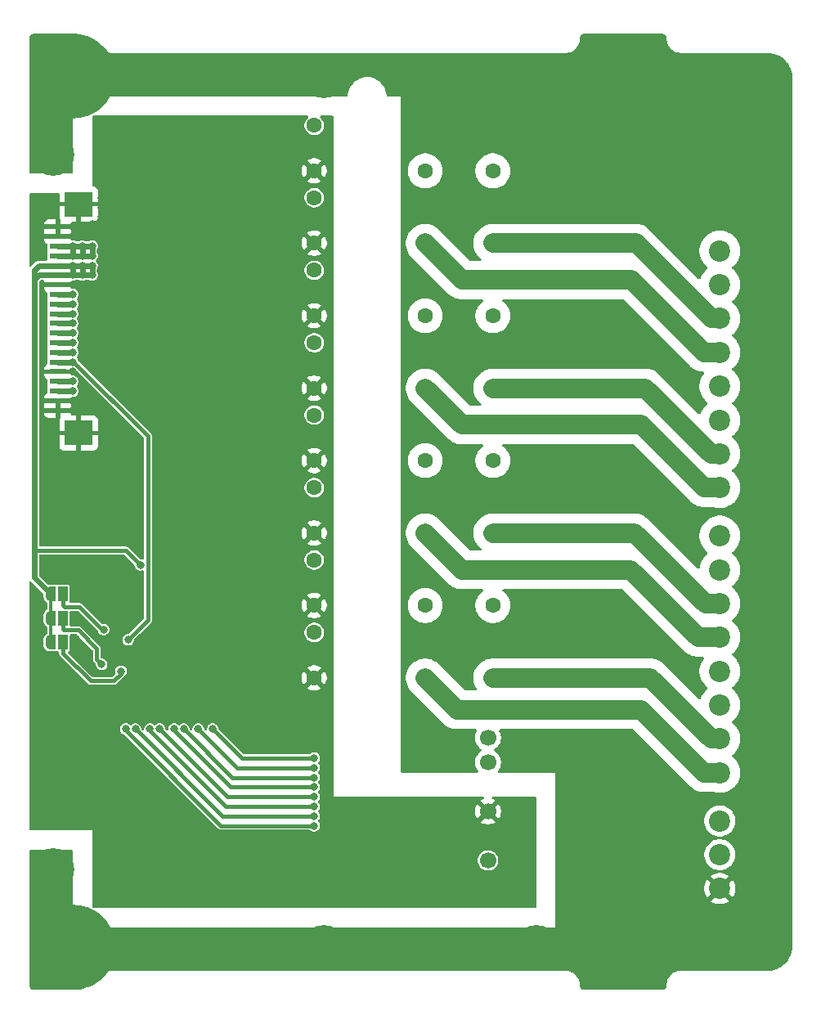
<source format=gbr>
%TF.GenerationSoftware,KiCad,Pcbnew,9.0.6*%
%TF.CreationDate,2025-12-07T14:44:50+03:00*%
%TF.ProjectId,PMCNV-RQx8,504d434e-562d-4525-9178-382e6b696361,rev?*%
%TF.SameCoordinates,Original*%
%TF.FileFunction,Copper,L2,Bot*%
%TF.FilePolarity,Positive*%
%FSLAX46Y46*%
G04 Gerber Fmt 4.6, Leading zero omitted, Abs format (unit mm)*
G04 Created by KiCad (PCBNEW 9.0.6) date 2025-12-07 14:44:50*
%MOMM*%
%LPD*%
G01*
G04 APERTURE LIST*
G04 Aperture macros list*
%AMFreePoly0*
4,1,23,0.550000,-0.750000,0.000000,-0.750000,0.000000,-0.745722,-0.065263,-0.745722,-0.191342,-0.711940,-0.304381,-0.646677,-0.396677,-0.554381,-0.461940,-0.441342,-0.495722,-0.315263,-0.495722,-0.250000,-0.500000,-0.250000,-0.500000,0.250000,-0.495722,0.250000,-0.495722,0.315263,-0.461940,0.441342,-0.396677,0.554381,-0.304381,0.646677,-0.191342,0.711940,-0.065263,0.745722,0.000000,0.745722,
0.000000,0.750000,0.550000,0.750000,0.550000,-0.750000,0.550000,-0.750000,$1*%
%AMFreePoly1*
4,1,23,0.000000,0.745722,0.065263,0.745722,0.191342,0.711940,0.304381,0.646677,0.396677,0.554381,0.461940,0.441342,0.495722,0.315263,0.495722,0.250000,0.500000,0.250000,0.500000,-0.250000,0.495722,-0.250000,0.495722,-0.315263,0.461940,-0.441342,0.396677,-0.554381,0.304381,-0.646677,0.191342,-0.711940,0.065263,-0.745722,0.000000,-0.745722,0.000000,-0.750000,-0.550000,-0.750000,
-0.550000,0.750000,0.000000,0.750000,0.000000,0.745722,0.000000,0.745722,$1*%
G04 Aperture macros list end*
%TA.AperFunction,ComponentPad*%
%ADD10C,1.700000*%
%TD*%
%TA.AperFunction,ComponentPad*%
%ADD11C,2.200000*%
%TD*%
%TA.AperFunction,ComponentPad*%
%ADD12C,4.400000*%
%TD*%
%TA.AperFunction,SMDPad,CuDef*%
%ADD13R,1.800000X0.600000*%
%TD*%
%TA.AperFunction,SMDPad,CuDef*%
%ADD14R,3.000000X2.600000*%
%TD*%
%TA.AperFunction,ComponentPad*%
%ADD15C,1.608000*%
%TD*%
%TA.AperFunction,ComponentPad*%
%ADD16C,0.900000*%
%TD*%
%TA.AperFunction,ComponentPad*%
%ADD17C,8.600000*%
%TD*%
%TA.AperFunction,SMDPad,CuDef*%
%ADD18FreePoly0,180.000000*%
%TD*%
%TA.AperFunction,SMDPad,CuDef*%
%ADD19R,1.000000X1.500000*%
%TD*%
%TA.AperFunction,SMDPad,CuDef*%
%ADD20FreePoly1,180.000000*%
%TD*%
%TA.AperFunction,ViaPad*%
%ADD21C,0.800000*%
%TD*%
%TA.AperFunction,Conductor*%
%ADD22C,0.400000*%
%TD*%
%TA.AperFunction,Conductor*%
%ADD23C,0.600000*%
%TD*%
%TA.AperFunction,Conductor*%
%ADD24C,0.300000*%
%TD*%
%TA.AperFunction,Conductor*%
%ADD25C,2.000000*%
%TD*%
G04 APERTURE END LIST*
D10*
%TO.P,PS1,1,Vin*%
%TO.N,+24V_CNV*%
X8000000Y-23385000D03*
%TO.P,PS1,2,GND*%
%TO.N,GND_CNV*%
X8000000Y-25925000D03*
%TO.P,PS1,4,0V*%
%TO.N,GND_MCU*%
X8000000Y-31005000D03*
%TO.P,PS1,6,+V*%
%TO.N,+5V_EXT*%
X8000000Y-36085000D03*
%TD*%
D11*
%TO.P,J4,1,Pin_1*%
%TO.N,Net-(J4-Pin_1)*%
X32000000Y-27000000D03*
%TO.P,J4,2,Pin_2*%
%TO.N,Net-(J4-Pin_2)*%
X32000000Y-23500000D03*
%TO.P,J4,3,Pin_3*%
%TO.N,Net-(J4-Pin_3)*%
X32000000Y-20000000D03*
%TO.P,J4,4,Pin_4*%
%TO.N,Net-(J4-Pin_4)*%
X32000000Y-16500000D03*
%TO.P,J4,5,Pin_5*%
%TO.N,Net-(J4-Pin_5)*%
X32000000Y-13000000D03*
%TO.P,J4,6,Pin_6*%
%TO.N,Net-(J4-Pin_6)*%
X32000000Y-9500000D03*
%TO.P,J4,7,Pin_7*%
%TO.N,Net-(J4-Pin_7)*%
X32000000Y-6000000D03*
%TO.P,J4,8,Pin_8*%
%TO.N,Net-(J4-Pin_8)*%
X32000000Y-2500000D03*
%TD*%
%TO.P,J2,1,Pin_1*%
%TO.N,Net-(J2-Pin_1)*%
X32000000Y2500000D03*
%TO.P,J2,2,Pin_2*%
%TO.N,Net-(J2-Pin_2)*%
X32000000Y6000000D03*
%TO.P,J2,3,Pin_3*%
%TO.N,Net-(J2-Pin_3)*%
X32000000Y9500000D03*
%TO.P,J2,4,Pin_4*%
%TO.N,Net-(J2-Pin_4)*%
X32000000Y13000000D03*
%TO.P,J2,5,Pin_5*%
%TO.N,Net-(J2-Pin_5)*%
X32000000Y16500000D03*
%TO.P,J2,6,Pin_6*%
%TO.N,Net-(J2-Pin_6)*%
X32000000Y20000000D03*
%TO.P,J2,7,Pin_7*%
%TO.N,Net-(J2-Pin_7)*%
X32000000Y23500000D03*
%TO.P,J2,8,Pin_8*%
%TO.N,Net-(J2-Pin_8)*%
X32000000Y27000000D03*
%TD*%
D12*
%TO.P,U4,PE,PE*%
%TO.N,PE*%
X-37000000Y37000000D03*
X-37000000Y-37000000D03*
X-9000000Y45000000D03*
X-9000000Y-45000000D03*
%TD*%
D11*
%TO.P,J6,1,Pin_1*%
%TO.N,PE*%
X32000000Y-39000000D03*
%TO.P,J6,2,Pin_2*%
%TO.N,GND_CNV*%
X32000000Y-35500000D03*
%TO.P,J6,3,Pin_3*%
%TO.N,+24V_CNV*%
X32000000Y-32000000D03*
%TD*%
D13*
%TO.P,JM2,1,Pin_1*%
%TO.N,GND_MCU*%
X-36546000Y29500000D03*
%TO.P,JM2,2,Pin_2*%
X-36546000Y28500000D03*
%TO.P,JM2,3,Pin_3*%
%TO.N,+5V_MCU*%
X-36546000Y27500000D03*
%TO.P,JM2,4,Pin_4*%
X-36546000Y26500000D03*
%TO.P,JM2,5,Pin_5*%
%TO.N,+3.3V_MCU*%
X-36546000Y25500000D03*
%TO.P,JM2,6,Pin_6*%
X-36546000Y24500000D03*
%TO.P,JM2,7,Pin_7*%
%TO.N,GND_MCU*%
X-36546000Y23500000D03*
%TO.P,JM2,8,Pin_8*%
%TO.N,/MOSI_MCU*%
X-36546000Y22500000D03*
%TO.P,JM2,9,Pin_9*%
%TO.N,/MISO_MCU*%
X-36546000Y21500000D03*
%TO.P,JM2,10,Pin_10*%
%TO.N,/SCK_MCU*%
X-36546000Y20500000D03*
%TO.P,JM2,11,Pin_11*%
%TO.N,/CS0_MCU*%
X-36546000Y19500000D03*
%TO.P,JM2,12,Pin_11*%
%TO.N,/CS1_MCU*%
X-36546000Y18500000D03*
%TO.P,JM2,13,Pin_11*%
%TO.N,/CS2_MCU*%
X-36546000Y17500000D03*
%TO.P,JM2,14,Pin_11*%
%TO.N,/CS3_MCU*%
X-36546000Y16500000D03*
%TO.P,JM2,15,Pin_11*%
%TO.N,/RST*%
X-36546000Y15500000D03*
%TO.P,JM2,16,Pin_11*%
%TO.N,GND_MCU*%
X-36546000Y14500000D03*
%TO.P,JM2,17,Pin_11*%
%TO.N,/SDA_MCU*%
X-36546000Y13500000D03*
%TO.P,JM2,18,Pin_11*%
%TO.N,/SCL_MCU*%
X-36546000Y12500000D03*
%TO.P,JM2,19,Pin_11*%
%TO.N,GND_MCU*%
X-36546000Y11500000D03*
%TO.P,JM2,20,Pin_11*%
X-36546000Y10500000D03*
D14*
%TO.P,JM2,MP1,Pin_11*%
X-34375000Y31850000D03*
%TO.P,JM2,MP2,Pin_11*%
X-34375000Y8150000D03*
%TD*%
D12*
%TO.P,U3,PE,PE*%
%TO.N,PE*%
X13000000Y-45000000D03*
X13000000Y45000000D03*
X37000000Y-45000000D03*
X37000000Y45000000D03*
%TD*%
D15*
%TO.P,K4,1,1*%
%TO.N,GND_MCU*%
X-10000000Y12800000D03*
%TO.P,K4,2,2*%
%TO.N,Net-(J2-Pin_1)*%
X1500000Y12800000D03*
%TO.P,K4,3,3*%
%TO.N,Net-(J2-Pin_2)*%
X8500000Y12800000D03*
%TO.P,K4,4,4*%
%TO.N,/K4*%
X-10000000Y17500000D03*
%TD*%
%TO.P,K5,1,1*%
%TO.N,GND_MCU*%
X-10000000Y5300000D03*
%TO.P,K5,2,2*%
%TO.N,Net-(J4-Pin_7)*%
X1500000Y5300000D03*
%TO.P,K5,3,3*%
%TO.N,Net-(J4-Pin_8)*%
X8500000Y5300000D03*
%TO.P,K5,4,4*%
%TO.N,/K5*%
X-10000000Y10000000D03*
%TD*%
%TO.P,K6,1,1*%
%TO.N,GND_MCU*%
X-10000000Y-2200000D03*
%TO.P,K6,2,2*%
%TO.N,Net-(J4-Pin_5)*%
X1500000Y-2200000D03*
%TO.P,K6,3,3*%
%TO.N,Net-(J4-Pin_6)*%
X8500000Y-2200000D03*
%TO.P,K6,4,4*%
%TO.N,/K6*%
X-10000000Y2500000D03*
%TD*%
%TO.P,K8,1,1*%
%TO.N,GND_MCU*%
X-10000000Y-17200000D03*
%TO.P,K8,2,2*%
%TO.N,Net-(J4-Pin_1)*%
X1500000Y-17200000D03*
%TO.P,K8,3,3*%
%TO.N,Net-(J4-Pin_2)*%
X8500000Y-17200000D03*
%TO.P,K8,4,4*%
%TO.N,/K8*%
X-10000000Y-12500000D03*
%TD*%
%TO.P,K1,1,1*%
%TO.N,GND_MCU*%
X-10000000Y35300000D03*
%TO.P,K1,2,2*%
%TO.N,Net-(J2-Pin_7)*%
X1500000Y35300000D03*
%TO.P,K1,3,3*%
%TO.N,Net-(J2-Pin_8)*%
X8500000Y35300000D03*
%TO.P,K1,4,4*%
%TO.N,/K1*%
X-10000000Y40000000D03*
%TD*%
D16*
%TO.P,H2,1,1*%
%TO.N,PE*%
X18775000Y45000000D03*
X19719581Y47280419D03*
X19719581Y42719581D03*
X22000000Y48225000D03*
D17*
X22000000Y45000000D03*
D16*
X22000000Y41775000D03*
X24280419Y47280419D03*
X24280419Y42719581D03*
X25225000Y45000000D03*
%TD*%
%TO.P,H3,1,1*%
%TO.N,PE*%
X18775000Y-45000000D03*
X19719581Y-42719581D03*
X19719581Y-47280419D03*
X22000000Y-41775000D03*
D17*
X22000000Y-45000000D03*
D16*
X22000000Y-48225000D03*
X24280419Y-42719581D03*
X24280419Y-47280419D03*
X25225000Y-45000000D03*
%TD*%
D15*
%TO.P,K7,1,1*%
%TO.N,GND_MCU*%
X-10000000Y-9700000D03*
%TO.P,K7,2,2*%
%TO.N,Net-(J4-Pin_3)*%
X1500000Y-9700000D03*
%TO.P,K7,3,3*%
%TO.N,Net-(J4-Pin_4)*%
X8500000Y-9700000D03*
%TO.P,K7,4,4*%
%TO.N,/K7*%
X-10000000Y-5000000D03*
%TD*%
%TO.P,K3,1,1*%
%TO.N,GND_MCU*%
X-10000000Y20300000D03*
%TO.P,K3,2,2*%
%TO.N,Net-(J2-Pin_3)*%
X1500000Y20300000D03*
%TO.P,K3,3,3*%
%TO.N,Net-(J2-Pin_4)*%
X8500000Y20300000D03*
%TO.P,K3,4,4*%
%TO.N,/K3*%
X-10000000Y25000000D03*
%TD*%
%TO.P,K2,1,1*%
%TO.N,GND_MCU*%
X-10000000Y27800000D03*
%TO.P,K2,2,2*%
%TO.N,Net-(J2-Pin_5)*%
X1500000Y27800000D03*
%TO.P,K2,3,3*%
%TO.N,Net-(J2-Pin_6)*%
X8500000Y27800000D03*
%TO.P,K2,4,4*%
%TO.N,/K2*%
X-10000000Y32500000D03*
%TD*%
D16*
%TO.P,H1,1,1*%
%TO.N,PE*%
X-38225000Y45000000D03*
X-37280419Y47280419D03*
X-37280419Y42719581D03*
X-35000000Y48225000D03*
D17*
X-35000000Y45000000D03*
D16*
X-35000000Y41775000D03*
X-32719581Y47280419D03*
X-32719581Y42719581D03*
X-31775000Y45000000D03*
%TD*%
%TO.P,H4,1,1*%
%TO.N,PE*%
X-38225000Y-45000000D03*
X-37280419Y-42719581D03*
X-37280419Y-47280419D03*
X-35000000Y-41775000D03*
D17*
X-35000000Y-45000000D03*
D16*
X-35000000Y-48225000D03*
X-32719581Y-42719581D03*
X-32719581Y-47280419D03*
X-31775000Y-45000000D03*
%TD*%
D18*
%TO.P,JP6,1,A*%
%TO.N,GND_MCU*%
X-34700000Y-11000000D03*
D19*
%TO.P,JP6,2,C*%
%TO.N,/A1*%
X-36000000Y-11000000D03*
D20*
%TO.P,JP6,3,B*%
%TO.N,+3.3V_MCU*%
X-37300000Y-11000000D03*
%TD*%
D18*
%TO.P,JP5,1,A*%
%TO.N,GND_MCU*%
X-34700000Y-8500000D03*
D19*
%TO.P,JP5,2,C*%
%TO.N,/A0*%
X-36000000Y-8500000D03*
D20*
%TO.P,JP5,3,B*%
%TO.N,+3.3V_MCU*%
X-37300000Y-8500000D03*
%TD*%
D18*
%TO.P,JP7,1,A*%
%TO.N,GND_MCU*%
X-34700000Y-13500000D03*
D19*
%TO.P,JP7,2,C*%
%TO.N,/A2*%
X-36000000Y-13500000D03*
D20*
%TO.P,JP7,3,B*%
%TO.N,+3.3V_MCU*%
X-37300000Y-13500000D03*
%TD*%
D21*
%TO.N,/K8_exp*%
X-29500000Y-22500000D03*
X-10000000Y-32500000D03*
%TO.N,/K4_exp*%
X-10000000Y-28500000D03*
X-24500000Y-22500000D03*
%TO.N,/K7_exp*%
X-28500000Y-22500000D03*
X-10000000Y-31500000D03*
%TO.N,/K1_exp*%
X-10000000Y-25500000D03*
X-20500000Y-22500000D03*
%TO.N,/K6_exp*%
X-27000000Y-22500000D03*
X-10000000Y-30500000D03*
%TO.N,/K2_exp*%
X-10000000Y-26500000D03*
X-22000000Y-22500000D03*
%TO.N,/K3_exp*%
X-10000000Y-27500000D03*
X-23500000Y-22500000D03*
%TO.N,/K5_exp*%
X-26000000Y-22500000D03*
X-10000000Y-29500000D03*
%TO.N,+5V_MCU*%
X-33000000Y27500000D03*
X-33000000Y26500000D03*
X-34000000Y27500000D03*
X-35000000Y26500000D03*
X-35000000Y27500000D03*
X-34000000Y26500000D03*
%TO.N,GND_MCU*%
X-34000000Y5500000D03*
X-36000000Y5500000D03*
X-32000000Y31500000D03*
X-39000000Y-30000000D03*
X-32000000Y32500000D03*
X-33000000Y29800000D03*
X-35000000Y28500000D03*
X-35000000Y14500000D03*
X-38000000Y-31000000D03*
X-35000000Y23500000D03*
X-35000000Y5500000D03*
X-35000000Y29500000D03*
X-35000000Y11500000D03*
X-33000000Y5500000D03*
X-39000000Y-32000000D03*
X-32000000Y30500000D03*
X-33300000Y-15500000D03*
X-35000000Y10500000D03*
X-37000000Y-32000000D03*
X-37000000Y-30000000D03*
%TO.N,+3.3V_MCU*%
X-35000000Y25500000D03*
X-33000000Y25500000D03*
X-35000000Y24500000D03*
X-33000000Y24500000D03*
X-28000000Y-5500000D03*
X-34000000Y25500000D03*
X-34000000Y24500000D03*
%TO.N,/A1*%
X-32000000Y-15800000D03*
%TO.N,/A2*%
X-30000000Y-16500000D03*
%TO.N,/A0*%
X-31800000Y-12200000D03*
%TO.N,/CS3_MCU*%
X-35000000Y16500000D03*
%TO.N,/CS0_MCU*%
X-35000000Y19500000D03*
%TO.N,/SCL_MCU*%
X-35000000Y12500000D03*
%TO.N,/SCK_MCU*%
X-35000000Y20500000D03*
%TO.N,/CS2_MCU*%
X-35000000Y17500000D03*
%TO.N,/MISO_MCU*%
X-35000000Y21500000D03*
%TO.N,/CS1_MCU*%
X-35000000Y18500000D03*
%TO.N,/SDA_MCU*%
X-35000000Y13500000D03*
%TO.N,/MOSI_MCU*%
X-35000000Y22500000D03*
%TO.N,/RST*%
X-35000000Y15500000D03*
X-29250000Y-13250000D03*
%TD*%
D22*
%TO.N,/A0*%
X-31800000Y-12200000D02*
X-31968722Y-12200000D01*
X-31968722Y-12200000D02*
X-34324722Y-9844000D01*
X-34324722Y-9844000D02*
X-35806000Y-9844000D01*
X-35806000Y-9844000D02*
X-36000000Y-9650000D01*
X-36000000Y-9650000D02*
X-36000000Y-8500000D01*
%TO.N,/A1*%
X-34418722Y-12250000D02*
X-35900000Y-12250000D01*
X-32500000Y-15300000D02*
X-32500000Y-14168722D01*
X-36000000Y-12150000D02*
X-36000000Y-11000000D01*
X-32000000Y-15800000D02*
X-32500000Y-15300000D01*
X-32500000Y-14168722D02*
X-34418722Y-12250000D01*
X-35900000Y-12250000D02*
X-36000000Y-12150000D01*
%TO.N,/K8_exp*%
X-29500000Y-22632786D02*
X-19632786Y-32500000D01*
X-19632786Y-32500000D02*
X-10000000Y-32500000D01*
X-29500000Y-22500000D02*
X-29500000Y-22632786D01*
%TO.N,/K4_exp*%
X-24500000Y-22500000D02*
X-24500000Y-22632786D01*
X-18632786Y-28500000D02*
X-10000000Y-28500000D01*
X-24500000Y-22632786D02*
X-18632786Y-28500000D01*
%TO.N,/K7_exp*%
X-28500000Y-22500000D02*
X-19500000Y-31500000D01*
X-19500000Y-31500000D02*
X-10000000Y-31500000D01*
%TO.N,/K1_exp*%
X-17500000Y-25500000D02*
X-10000000Y-25500000D01*
X-20500000Y-22500000D02*
X-17500000Y-25500000D01*
%TO.N,/K6_exp*%
X-19132786Y-30500000D02*
X-10000000Y-30500000D01*
X-27000000Y-22632786D02*
X-19132786Y-30500000D01*
X-27000000Y-22500000D02*
X-27000000Y-22632786D01*
%TO.N,/K2_exp*%
X-22000000Y-22500000D02*
X-18000000Y-26500000D01*
X-18000000Y-26500000D02*
X-10000000Y-26500000D01*
%TO.N,/K3_exp*%
X-18500000Y-27500000D02*
X-10000000Y-27500000D01*
X-23500000Y-22500000D02*
X-18500000Y-27500000D01*
%TO.N,/K5_exp*%
X-26000000Y-22500000D02*
X-19000000Y-29500000D01*
X-19000000Y-29500000D02*
X-10000000Y-29500000D01*
D23*
%TO.N,+5V_MCU*%
X-36546000Y27500000D02*
X-35000000Y27500000D01*
X-34000000Y26500000D02*
X-33000000Y26500000D01*
X-35000000Y26500000D02*
X-34000000Y26500000D01*
X-35000000Y27500000D02*
X-35000000Y26500000D01*
X-36546000Y26500000D02*
X-35000000Y26500000D01*
X-35000000Y27500000D02*
X-34000000Y27500000D01*
X-33000000Y27500000D02*
X-33000000Y26500000D01*
X-34000000Y27500000D02*
X-34000000Y26500000D01*
X-34000000Y27500000D02*
X-33000000Y27500000D01*
D24*
%TO.N,+3.3V_MCU*%
X-37300000Y-8500000D02*
X-37300000Y-13500000D01*
D22*
X-29500000Y-4000000D02*
X-28000000Y-5500000D01*
D23*
X-34000000Y24500000D02*
X-35000000Y24500000D01*
D22*
X-39000000Y-4000000D02*
X-29500000Y-4000000D01*
D23*
X-36546000Y24500000D02*
X-38500000Y24500000D01*
X-39000000Y-6800000D02*
X-37300000Y-8500000D01*
X-38500000Y24500000D02*
X-39000000Y24000000D01*
X-34000000Y25500000D02*
X-35000000Y25500000D01*
X-35000000Y25500000D02*
X-35000000Y24500000D01*
X-36546000Y25500000D02*
X-38500000Y25500000D01*
X-35000000Y25500000D02*
X-36546000Y25500000D01*
X-39000000Y24000000D02*
X-39000000Y-4000000D01*
X-33000000Y25500000D02*
X-33000000Y24500000D01*
X-39000000Y-4000000D02*
X-39000000Y-6800000D01*
X-33000000Y25500000D02*
X-34000000Y25500000D01*
X-38500000Y25500000D02*
X-39000000Y25000000D01*
X-33000000Y24500000D02*
X-34000000Y24500000D01*
X-35000000Y24500000D02*
X-36546000Y24500000D01*
X-34000000Y25500000D02*
X-34000000Y24500000D01*
X-39000000Y25000000D02*
X-39000000Y24000000D01*
D22*
%TO.N,/A2*%
X-36000000Y-14650000D02*
X-33150000Y-17500000D01*
X-36000000Y-13500000D02*
X-36000000Y-14650000D01*
X-30000000Y-16750000D02*
X-30000000Y-16500000D01*
X-30750000Y-17500000D02*
X-30000000Y-16750000D01*
X-33150000Y-17500000D02*
X-30750000Y-17500000D01*
D23*
%TO.N,/CS3_MCU*%
X-35000000Y16500000D02*
X-36546000Y16500000D01*
%TO.N,/CS0_MCU*%
X-35000000Y19500000D02*
X-36546000Y19500000D01*
%TO.N,/SCL_MCU*%
X-35000000Y12500000D02*
X-36546000Y12500000D01*
%TO.N,/SCK_MCU*%
X-35000000Y20500000D02*
X-36546000Y20500000D01*
%TO.N,/CS2_MCU*%
X-35000000Y17500000D02*
X-36546000Y17500000D01*
%TO.N,/MISO_MCU*%
X-35000000Y21500000D02*
X-36546000Y21500000D01*
%TO.N,/CS1_MCU*%
X-35000000Y18500000D02*
X-36546000Y18500000D01*
%TO.N,/SDA_MCU*%
X-35000000Y13500000D02*
X-36546000Y13500000D01*
%TO.N,/MOSI_MCU*%
X-35000000Y22500000D02*
X-36546000Y22500000D01*
D22*
%TO.N,/RST*%
X-27199000Y-11199000D02*
X-29250000Y-13250000D01*
D23*
X-35000000Y15500000D02*
X-36546000Y15500000D01*
D22*
X-35000000Y15500000D02*
X-34867214Y15500000D01*
X-27199000Y7831786D02*
X-27199000Y-11199000D01*
X-34867214Y15500000D02*
X-27199000Y7831786D01*
D25*
%TO.N,Net-(J2-Pin_2)*%
X24314523Y12800000D02*
X31114523Y6000000D01*
X31114523Y6000000D02*
X32000000Y6000000D01*
X8500000Y12800000D02*
X24314523Y12800000D01*
%TO.N,Net-(J2-Pin_6)*%
X23314523Y27800000D02*
X31114523Y20000000D01*
X31114523Y20000000D02*
X32000000Y20000000D01*
X8500000Y27800000D02*
X23314523Y27800000D01*
%TO.N,Net-(J2-Pin_1)*%
X23870469Y9000000D02*
X30370469Y2500000D01*
X1500000Y12800000D02*
X5300000Y9000000D01*
X30370469Y2500000D02*
X32000000Y2500000D01*
X5300000Y9000000D02*
X23870469Y9000000D01*
%TO.N,Net-(J2-Pin_5)*%
X1500000Y27800000D02*
X5300000Y24000000D01*
X5300000Y24000000D02*
X22870469Y24000000D01*
X30370469Y16500000D02*
X32000000Y16500000D01*
X22870469Y24000000D02*
X30370469Y16500000D01*
%TO.N,Net-(J4-Pin_6)*%
X30500000Y-9500000D02*
X32000000Y-9500000D01*
X23200000Y-2200000D02*
X30500000Y-9500000D01*
X8500000Y-2200000D02*
X23200000Y-2200000D01*
%TO.N,Net-(J4-Pin_2)*%
X8500000Y-17200000D02*
X24814523Y-17200000D01*
X31114523Y-23500000D02*
X32000000Y-23500000D01*
X24814523Y-17200000D02*
X31114523Y-23500000D01*
%TO.N,Net-(J4-Pin_1)*%
X30370469Y-27000000D02*
X32000000Y-27000000D01*
X23870469Y-20500000D02*
X30370469Y-27000000D01*
X4800000Y-20500000D02*
X23870469Y-20500000D01*
X1500000Y-17200000D02*
X4800000Y-20500000D01*
%TO.N,Net-(J4-Pin_5)*%
X22755946Y-6000000D02*
X29755946Y-13000000D01*
X1500000Y-2200000D02*
X5300000Y-6000000D01*
X5300000Y-6000000D02*
X22755946Y-6000000D01*
X29755946Y-13000000D02*
X32000000Y-13000000D01*
%TD*%
%TA.AperFunction,Conductor*%
%TO.N,GND_MCU*%
G36*
X-10652078Y40980315D02*
G01*
X-10606323Y40927511D01*
X-10596379Y40858353D01*
X-10625404Y40794797D01*
X-10639627Y40780952D01*
X-10780244Y40640335D01*
X-10780247Y40640331D01*
X-10890173Y40475816D01*
X-10890180Y40475803D01*
X-10965896Y40293007D01*
X-10965899Y40292997D01*
X-11004500Y40098938D01*
X-11004500Y40098935D01*
X-11004500Y39901065D01*
X-11004500Y39901063D01*
X-11004501Y39901063D01*
X-10965899Y39707004D01*
X-10965896Y39706994D01*
X-10890180Y39524198D01*
X-10890173Y39524185D01*
X-10780247Y39359670D01*
X-10780244Y39359666D01*
X-10640335Y39219757D01*
X-10640331Y39219754D01*
X-10475816Y39109828D01*
X-10475803Y39109821D01*
X-10293007Y39034105D01*
X-10293002Y39034103D01*
X-10292998Y39034103D01*
X-10292997Y39034102D01*
X-10098938Y38995500D01*
X-10098935Y38995500D01*
X-9901063Y38995500D01*
X-9770505Y39021471D01*
X-9706998Y39034103D01*
X-9524191Y39109824D01*
X-9359669Y39219754D01*
X-9219754Y39359669D01*
X-9109824Y39524191D01*
X-9034103Y39706998D01*
X-8995500Y39901065D01*
X-8995500Y40098935D01*
X-8995500Y40098938D01*
X-9034102Y40292997D01*
X-9034103Y40292998D01*
X-9034103Y40293002D01*
X-9034105Y40293007D01*
X-9109821Y40475803D01*
X-9109828Y40475816D01*
X-9219754Y40640331D01*
X-9219757Y40640335D01*
X-9363976Y40784554D01*
X-9363127Y40785404D01*
X-9398881Y40837888D01*
X-9400754Y40907733D01*
X-9364569Y40967502D01*
X-9301814Y40998221D01*
X-9280883Y41000000D01*
X-8124000Y41000000D01*
X-8056961Y40980315D01*
X-8011206Y40927511D01*
X-8000000Y40876000D01*
X-8000000Y-29500000D01*
X7480315Y-29500000D01*
X7547354Y-29519685D01*
X7593109Y-29572489D01*
X7603053Y-29641647D01*
X7574028Y-29705203D01*
X7518633Y-29741931D01*
X7481783Y-29753904D01*
X7292439Y-29850380D01*
X7238282Y-29889727D01*
X7238282Y-29889728D01*
X7870591Y-30522037D01*
X7807007Y-30539075D01*
X7692993Y-30604901D01*
X7599901Y-30697993D01*
X7534075Y-30812007D01*
X7517037Y-30875591D01*
X6884728Y-30243282D01*
X6884727Y-30243282D01*
X6845380Y-30297439D01*
X6748904Y-30486782D01*
X6683242Y-30688869D01*
X6683242Y-30688872D01*
X6650000Y-30898753D01*
X6650000Y-31111246D01*
X6683242Y-31321127D01*
X6683242Y-31321130D01*
X6748904Y-31523217D01*
X6845375Y-31712550D01*
X6884728Y-31766716D01*
X7517037Y-31134408D01*
X7534075Y-31197993D01*
X7599901Y-31312007D01*
X7692993Y-31405099D01*
X7807007Y-31470925D01*
X7870590Y-31487962D01*
X7238282Y-32120269D01*
X7238282Y-32120270D01*
X7292449Y-32159624D01*
X7481782Y-32256095D01*
X7683870Y-32321757D01*
X7893754Y-32355000D01*
X8106246Y-32355000D01*
X8316127Y-32321757D01*
X8316130Y-32321757D01*
X8518217Y-32256095D01*
X8707554Y-32159622D01*
X8761716Y-32120270D01*
X8761717Y-32120270D01*
X8129408Y-31487962D01*
X8192993Y-31470925D01*
X8307007Y-31405099D01*
X8400099Y-31312007D01*
X8465925Y-31197993D01*
X8482962Y-31134409D01*
X9115270Y-31766717D01*
X9115270Y-31766716D01*
X9154622Y-31712554D01*
X9251095Y-31523217D01*
X9316757Y-31321130D01*
X9316757Y-31321127D01*
X9350000Y-31111246D01*
X9350000Y-30898753D01*
X9316757Y-30688872D01*
X9316757Y-30688869D01*
X9251095Y-30486782D01*
X9154624Y-30297449D01*
X9115270Y-30243282D01*
X9115269Y-30243282D01*
X8482962Y-30875590D01*
X8465925Y-30812007D01*
X8400099Y-30697993D01*
X8307007Y-30604901D01*
X8192993Y-30539075D01*
X8129409Y-30522037D01*
X8761716Y-29889728D01*
X8707550Y-29850375D01*
X8518217Y-29753904D01*
X8481367Y-29741931D01*
X8423691Y-29702493D01*
X8396493Y-29638135D01*
X8408408Y-29569288D01*
X8455652Y-29517813D01*
X8519685Y-29500000D01*
X12876000Y-29500000D01*
X12943039Y-29519685D01*
X12988794Y-29572489D01*
X13000000Y-29624000D01*
X13000000Y-40876000D01*
X12980315Y-40943039D01*
X12927511Y-40988794D01*
X12876000Y-41000000D01*
X-32876000Y-41000000D01*
X-32943039Y-40980315D01*
X-32988794Y-40927511D01*
X-33000000Y-40876000D01*
X-33000000Y-35981530D01*
X6949500Y-35981530D01*
X6949500Y-36188469D01*
X6989868Y-36391412D01*
X6989870Y-36391420D01*
X7069058Y-36582596D01*
X7184024Y-36754657D01*
X7330342Y-36900975D01*
X7330345Y-36900977D01*
X7502402Y-37015941D01*
X7693580Y-37095130D01*
X7893061Y-37134809D01*
X7896530Y-37135499D01*
X7896534Y-37135500D01*
X7896535Y-37135500D01*
X8103466Y-37135500D01*
X8103467Y-37135499D01*
X8306420Y-37095130D01*
X8497598Y-37015941D01*
X8669655Y-36900977D01*
X8815977Y-36754655D01*
X8930941Y-36582598D01*
X9010130Y-36391420D01*
X9050500Y-36188465D01*
X9050500Y-35981535D01*
X9010130Y-35778580D01*
X8930941Y-35587402D01*
X8815977Y-35415345D01*
X8815975Y-35415342D01*
X8669657Y-35269024D01*
X8577228Y-35207266D01*
X8497598Y-35154059D01*
X8306420Y-35074870D01*
X8306412Y-35074868D01*
X8103469Y-35034500D01*
X8103465Y-35034500D01*
X7896535Y-35034500D01*
X7896530Y-35034500D01*
X7693587Y-35074868D01*
X7693579Y-35074870D01*
X7502403Y-35154058D01*
X7330342Y-35269024D01*
X7184024Y-35415342D01*
X7069058Y-35587403D01*
X6989870Y-35778579D01*
X6989868Y-35778587D01*
X6949500Y-35981530D01*
X-33000000Y-35981530D01*
X-33000000Y-33000000D01*
X-39375500Y-33000000D01*
X-39442539Y-32980315D01*
X-39488294Y-32927511D01*
X-39499500Y-32876000D01*
X-39499500Y-22420943D01*
X-30100500Y-22420943D01*
X-30100500Y-22579057D01*
X-30084781Y-22637719D01*
X-30059577Y-22731783D01*
X-30059574Y-22731790D01*
X-29980525Y-22868709D01*
X-29980521Y-22868714D01*
X-29980520Y-22868716D01*
X-29868716Y-22980520D01*
X-29868714Y-22980521D01*
X-29868710Y-22980524D01*
X-29731791Y-23059574D01*
X-29731788Y-23059574D01*
X-29731784Y-23059577D01*
X-29637955Y-23084718D01*
X-29582368Y-23116811D01*
X-19878699Y-32820480D01*
X-19787374Y-32873207D01*
X-19685513Y-32900500D01*
X-10500098Y-32900500D01*
X-10433059Y-32920185D01*
X-10412417Y-32936819D01*
X-10368716Y-32980520D01*
X-10368714Y-32980521D01*
X-10368710Y-32980524D01*
X-10231791Y-33059573D01*
X-10231784Y-33059577D01*
X-10079057Y-33100500D01*
X-10079055Y-33100500D01*
X-9920945Y-33100500D01*
X-9920943Y-33100500D01*
X-9768216Y-33059577D01*
X-9631284Y-32980520D01*
X-9519480Y-32868716D01*
X-9440423Y-32731784D01*
X-9399500Y-32579057D01*
X-9399500Y-32420943D01*
X-9440423Y-32268216D01*
X-9447421Y-32256095D01*
X-9510875Y-32146187D01*
X-9510878Y-32146184D01*
X-9519480Y-32131284D01*
X-9565482Y-32085282D01*
X-9567727Y-32082778D01*
X-9581384Y-32054165D01*
X-9596568Y-32026358D01*
X-9596319Y-32022875D01*
X-9597824Y-32019722D01*
X-9593845Y-31988276D01*
X-9591584Y-31956666D01*
X-9589418Y-31953295D01*
X-9589052Y-31950405D01*
X-9582634Y-31942738D01*
X-9563083Y-31912319D01*
X-9551264Y-31900500D01*
X-9519480Y-31868716D01*
X-9440423Y-31731784D01*
X-9399500Y-31579057D01*
X-9399500Y-31420943D01*
X-9440423Y-31268216D01*
X-9480966Y-31197993D01*
X-9519476Y-31131290D01*
X-9519482Y-31131282D01*
X-9563083Y-31087681D01*
X-9564018Y-31085970D01*
X-9565700Y-31084984D01*
X-9580695Y-31055427D01*
X-9596568Y-31026358D01*
X-9596429Y-31024413D01*
X-9597311Y-31022675D01*
X-9593949Y-30989726D01*
X-9591584Y-30956666D01*
X-9590353Y-30954488D01*
X-9590217Y-30953166D01*
X-9586075Y-30946929D01*
X-9572372Y-30922716D01*
X-9568023Y-30917258D01*
X-9519480Y-30868716D01*
X-9440423Y-30731784D01*
X-9399500Y-30579057D01*
X-9399500Y-30420943D01*
X-9440423Y-30268216D01*
X-9440427Y-30268209D01*
X-9519476Y-30131290D01*
X-9519482Y-30131282D01*
X-9563083Y-30087681D01*
X-9596568Y-30026358D01*
X-9591584Y-29956666D01*
X-9563083Y-29912319D01*
X-9551264Y-29900500D01*
X-9519480Y-29868716D01*
X-9440423Y-29731784D01*
X-9399500Y-29579057D01*
X-9399500Y-29420943D01*
X-9440423Y-29268216D01*
X-9440427Y-29268209D01*
X-9519476Y-29131290D01*
X-9519482Y-29131282D01*
X-9563083Y-29087681D01*
X-9596568Y-29026358D01*
X-9591584Y-28956666D01*
X-9563083Y-28912319D01*
X-9551264Y-28900500D01*
X-9519480Y-28868716D01*
X-9440423Y-28731784D01*
X-9399500Y-28579057D01*
X-9399500Y-28420943D01*
X-9440423Y-28268216D01*
X-9440427Y-28268209D01*
X-9519476Y-28131290D01*
X-9519482Y-28131282D01*
X-9563083Y-28087681D01*
X-9596568Y-28026358D01*
X-9591584Y-27956666D01*
X-9563083Y-27912319D01*
X-9551264Y-27900500D01*
X-9519480Y-27868716D01*
X-9440423Y-27731784D01*
X-9399500Y-27579057D01*
X-9399500Y-27420943D01*
X-9440423Y-27268216D01*
X-9440427Y-27268209D01*
X-9519476Y-27131290D01*
X-9519482Y-27131282D01*
X-9563083Y-27087681D01*
X-9596568Y-27026358D01*
X-9591584Y-26956666D01*
X-9563083Y-26912319D01*
X-9551264Y-26900500D01*
X-9519480Y-26868716D01*
X-9440423Y-26731784D01*
X-9399500Y-26579057D01*
X-9399500Y-26420943D01*
X-9440423Y-26268216D01*
X-9461667Y-26231420D01*
X-9519476Y-26131290D01*
X-9519482Y-26131282D01*
X-9563083Y-26087681D01*
X-9596568Y-26026358D01*
X-9591584Y-25956666D01*
X-9563083Y-25912319D01*
X-9551264Y-25900500D01*
X-9519480Y-25868716D01*
X-9440423Y-25731784D01*
X-9399500Y-25579057D01*
X-9399500Y-25420943D01*
X-9440423Y-25268216D01*
X-9447854Y-25255345D01*
X-9519476Y-25131290D01*
X-9519482Y-25131282D01*
X-9631283Y-25019481D01*
X-9631291Y-25019475D01*
X-9768210Y-24940426D01*
X-9768214Y-24940424D01*
X-9768216Y-24940423D01*
X-9920943Y-24899500D01*
X-10079057Y-24899500D01*
X-10231784Y-24940423D01*
X-10231791Y-24940426D01*
X-10368710Y-25019475D01*
X-10368718Y-25019481D01*
X-10412417Y-25063181D01*
X-10473740Y-25096666D01*
X-10500098Y-25099500D01*
X-17282746Y-25099500D01*
X-17349785Y-25079815D01*
X-17370427Y-25063181D01*
X-19863181Y-22570426D01*
X-19896666Y-22509103D01*
X-19899500Y-22482745D01*
X-19899500Y-22420945D01*
X-19899500Y-22420943D01*
X-19940423Y-22268216D01*
X-20000000Y-22165024D01*
X-20019476Y-22131290D01*
X-20019482Y-22131282D01*
X-20131283Y-22019481D01*
X-20131291Y-22019475D01*
X-20268210Y-21940426D01*
X-20268214Y-21940424D01*
X-20268216Y-21940423D01*
X-20420943Y-21899500D01*
X-20579057Y-21899500D01*
X-20731784Y-21940423D01*
X-20731791Y-21940426D01*
X-20868710Y-22019475D01*
X-20868718Y-22019481D01*
X-20980519Y-22131282D01*
X-20980525Y-22131290D01*
X-21059574Y-22268209D01*
X-21059577Y-22268216D01*
X-21100500Y-22420943D01*
X-21100500Y-22533745D01*
X-21106739Y-22554990D01*
X-21108318Y-22577079D01*
X-21116391Y-22587862D01*
X-21120185Y-22600784D01*
X-21136919Y-22615283D01*
X-21150190Y-22633012D01*
X-21162811Y-22637719D01*
X-21172989Y-22646539D01*
X-21194907Y-22649690D01*
X-21215654Y-22657429D01*
X-21228815Y-22654566D01*
X-21242147Y-22656483D01*
X-21262291Y-22647283D01*
X-21283927Y-22642577D01*
X-21301653Y-22629308D01*
X-21305703Y-22627458D01*
X-21312181Y-22621426D01*
X-21363181Y-22570426D01*
X-21396666Y-22509103D01*
X-21399500Y-22482745D01*
X-21399500Y-22420945D01*
X-21399500Y-22420943D01*
X-21440423Y-22268216D01*
X-21500000Y-22165024D01*
X-21519476Y-22131290D01*
X-21519482Y-22131282D01*
X-21631283Y-22019481D01*
X-21631291Y-22019475D01*
X-21768210Y-21940426D01*
X-21768214Y-21940424D01*
X-21768216Y-21940423D01*
X-21920943Y-21899500D01*
X-22079057Y-21899500D01*
X-22231784Y-21940423D01*
X-22231791Y-21940426D01*
X-22368710Y-22019475D01*
X-22368718Y-22019481D01*
X-22480519Y-22131282D01*
X-22480525Y-22131290D01*
X-22559574Y-22268209D01*
X-22559577Y-22268216D01*
X-22600500Y-22420943D01*
X-22600500Y-22533745D01*
X-22606739Y-22554990D01*
X-22608318Y-22577079D01*
X-22616391Y-22587862D01*
X-22620185Y-22600784D01*
X-22636919Y-22615283D01*
X-22650190Y-22633012D01*
X-22662811Y-22637719D01*
X-22672989Y-22646539D01*
X-22694907Y-22649690D01*
X-22715654Y-22657429D01*
X-22728815Y-22654566D01*
X-22742147Y-22656483D01*
X-22762291Y-22647283D01*
X-22783927Y-22642577D01*
X-22801653Y-22629308D01*
X-22805703Y-22627458D01*
X-22812181Y-22621426D01*
X-22863181Y-22570426D01*
X-22896666Y-22509103D01*
X-22899500Y-22482745D01*
X-22899500Y-22420945D01*
X-22899500Y-22420943D01*
X-22940423Y-22268216D01*
X-23000000Y-22165024D01*
X-23019476Y-22131290D01*
X-23019482Y-22131282D01*
X-23131283Y-22019481D01*
X-23131291Y-22019475D01*
X-23268210Y-21940426D01*
X-23268214Y-21940424D01*
X-23268216Y-21940423D01*
X-23420943Y-21899500D01*
X-23579057Y-21899500D01*
X-23731784Y-21940423D01*
X-23731791Y-21940426D01*
X-23868710Y-22019475D01*
X-23868718Y-22019481D01*
X-23912319Y-22063083D01*
X-23973642Y-22096568D01*
X-24043334Y-22091584D01*
X-24087681Y-22063083D01*
X-24131283Y-22019481D01*
X-24131291Y-22019475D01*
X-24268210Y-21940426D01*
X-24268214Y-21940424D01*
X-24268216Y-21940423D01*
X-24420943Y-21899500D01*
X-24579057Y-21899500D01*
X-24731784Y-21940423D01*
X-24731791Y-21940426D01*
X-24868710Y-22019475D01*
X-24868718Y-22019481D01*
X-24980519Y-22131282D01*
X-24980525Y-22131290D01*
X-25059574Y-22268209D01*
X-25059577Y-22268216D01*
X-25100500Y-22420943D01*
X-25100500Y-22533745D01*
X-25106739Y-22554990D01*
X-25108318Y-22577079D01*
X-25116391Y-22587862D01*
X-25120185Y-22600784D01*
X-25136919Y-22615283D01*
X-25150190Y-22633012D01*
X-25162811Y-22637719D01*
X-25172989Y-22646539D01*
X-25194907Y-22649690D01*
X-25215654Y-22657429D01*
X-25228815Y-22654566D01*
X-25242147Y-22656483D01*
X-25262291Y-22647283D01*
X-25283927Y-22642577D01*
X-25301653Y-22629308D01*
X-25305703Y-22627458D01*
X-25312181Y-22621426D01*
X-25363181Y-22570426D01*
X-25396666Y-22509103D01*
X-25399500Y-22482745D01*
X-25399500Y-22420945D01*
X-25399500Y-22420943D01*
X-25440423Y-22268216D01*
X-25500000Y-22165024D01*
X-25519476Y-22131290D01*
X-25519482Y-22131282D01*
X-25631283Y-22019481D01*
X-25631291Y-22019475D01*
X-25768210Y-21940426D01*
X-25768214Y-21940424D01*
X-25768216Y-21940423D01*
X-25920943Y-21899500D01*
X-26079057Y-21899500D01*
X-26231784Y-21940423D01*
X-26231791Y-21940426D01*
X-26368710Y-22019475D01*
X-26368718Y-22019481D01*
X-26412319Y-22063083D01*
X-26473642Y-22096568D01*
X-26543334Y-22091584D01*
X-26587681Y-22063083D01*
X-26631283Y-22019481D01*
X-26631291Y-22019475D01*
X-26768210Y-21940426D01*
X-26768214Y-21940424D01*
X-26768216Y-21940423D01*
X-26920943Y-21899500D01*
X-27079057Y-21899500D01*
X-27231784Y-21940423D01*
X-27231791Y-21940426D01*
X-27368710Y-22019475D01*
X-27368718Y-22019481D01*
X-27480519Y-22131282D01*
X-27480525Y-22131290D01*
X-27559574Y-22268209D01*
X-27559577Y-22268216D01*
X-27600500Y-22420943D01*
X-27600500Y-22533745D01*
X-27606739Y-22554990D01*
X-27608318Y-22577079D01*
X-27616391Y-22587862D01*
X-27620185Y-22600784D01*
X-27636919Y-22615283D01*
X-27650190Y-22633012D01*
X-27662811Y-22637719D01*
X-27672989Y-22646539D01*
X-27694907Y-22649690D01*
X-27715654Y-22657429D01*
X-27728815Y-22654566D01*
X-27742147Y-22656483D01*
X-27762291Y-22647283D01*
X-27783927Y-22642577D01*
X-27801653Y-22629308D01*
X-27805703Y-22627458D01*
X-27812181Y-22621426D01*
X-27863181Y-22570426D01*
X-27896666Y-22509103D01*
X-27899500Y-22482745D01*
X-27899500Y-22420945D01*
X-27899500Y-22420943D01*
X-27940423Y-22268216D01*
X-28000000Y-22165024D01*
X-28019476Y-22131290D01*
X-28019482Y-22131282D01*
X-28131283Y-22019481D01*
X-28131291Y-22019475D01*
X-28268210Y-21940426D01*
X-28268214Y-21940424D01*
X-28268216Y-21940423D01*
X-28420943Y-21899500D01*
X-28579057Y-21899500D01*
X-28731784Y-21940423D01*
X-28731791Y-21940426D01*
X-28868710Y-22019475D01*
X-28868718Y-22019481D01*
X-28912319Y-22063083D01*
X-28973642Y-22096568D01*
X-29043334Y-22091584D01*
X-29087681Y-22063083D01*
X-29131283Y-22019481D01*
X-29131291Y-22019475D01*
X-29268210Y-21940426D01*
X-29268214Y-21940424D01*
X-29268216Y-21940423D01*
X-29420943Y-21899500D01*
X-29579057Y-21899500D01*
X-29731784Y-21940423D01*
X-29731791Y-21940426D01*
X-29868710Y-22019475D01*
X-29868718Y-22019481D01*
X-29980519Y-22131282D01*
X-29980525Y-22131290D01*
X-30059574Y-22268209D01*
X-30059577Y-22268216D01*
X-30100500Y-22420943D01*
X-39499500Y-22420943D01*
X-39499500Y-7307676D01*
X-39479815Y-7240637D01*
X-39427011Y-7194882D01*
X-39357853Y-7184938D01*
X-39294297Y-7213963D01*
X-39287819Y-7219995D01*
X-38041819Y-8465995D01*
X-38008334Y-8527318D01*
X-38005500Y-8553676D01*
X-38005500Y-8815832D01*
X-37998498Y-8869007D01*
X-37998497Y-8869013D01*
X-37964420Y-8996188D01*
X-37943899Y-9045731D01*
X-37943892Y-9045745D01*
X-37878066Y-9159759D01*
X-37845410Y-9202316D01*
X-37752317Y-9295409D01*
X-37709751Y-9328072D01*
X-37706392Y-9330316D01*
X-37706540Y-9330536D01*
X-37706536Y-9330539D01*
X-37706575Y-9330589D01*
X-37707407Y-9331835D01*
X-37664300Y-9377019D01*
X-37650500Y-9433870D01*
X-37650500Y-10066129D01*
X-37670185Y-10133168D01*
X-37707189Y-10168455D01*
X-37706375Y-10169673D01*
X-37709751Y-10171928D01*
X-37752319Y-10204592D01*
X-37845410Y-10297683D01*
X-37878066Y-10340240D01*
X-37943892Y-10454254D01*
X-37943899Y-10454268D01*
X-37964420Y-10503811D01*
X-37998497Y-10630986D01*
X-37998498Y-10630992D01*
X-38005500Y-10684167D01*
X-38005500Y-11315832D01*
X-38000528Y-11353588D01*
X-37998497Y-11369014D01*
X-37978159Y-11444915D01*
X-37964420Y-11496188D01*
X-37943899Y-11545731D01*
X-37943892Y-11545745D01*
X-37878066Y-11659759D01*
X-37845410Y-11702316D01*
X-37752317Y-11795409D01*
X-37709751Y-11828072D01*
X-37706392Y-11830316D01*
X-37706540Y-11830536D01*
X-37706536Y-11830539D01*
X-37706575Y-11830589D01*
X-37707407Y-11831835D01*
X-37664300Y-11877019D01*
X-37650500Y-11933870D01*
X-37650500Y-12566129D01*
X-37670185Y-12633168D01*
X-37707189Y-12668455D01*
X-37706375Y-12669673D01*
X-37709751Y-12671928D01*
X-37752319Y-12704592D01*
X-37845410Y-12797683D01*
X-37878066Y-12840240D01*
X-37943892Y-12954254D01*
X-37943899Y-12954268D01*
X-37964420Y-13003811D01*
X-37998497Y-13130986D01*
X-37998498Y-13130992D01*
X-38005500Y-13184167D01*
X-38005500Y-13815832D01*
X-37998498Y-13869007D01*
X-37998497Y-13869013D01*
X-37964420Y-13996188D01*
X-37943899Y-14045731D01*
X-37943892Y-14045745D01*
X-37878066Y-14159759D01*
X-37845410Y-14202316D01*
X-37845409Y-14202317D01*
X-37752317Y-14295409D01*
X-37709757Y-14328067D01*
X-37595743Y-14393893D01*
X-37595738Y-14393895D01*
X-37595732Y-14393898D01*
X-37546189Y-14414419D01*
X-37546187Y-14414419D01*
X-37546181Y-14414422D01*
X-37419014Y-14448497D01*
X-37365826Y-14455500D01*
X-37365820Y-14455500D01*
X-36749997Y-14455500D01*
X-36749997Y-14455499D01*
X-36704272Y-14450348D01*
X-36683168Y-14440184D01*
X-36614230Y-14428830D01*
X-36603244Y-14430685D01*
X-36584399Y-14434745D01*
X-36578231Y-14438867D01*
X-36519748Y-14450500D01*
X-36511289Y-14450500D01*
X-36498379Y-14453282D01*
X-36478818Y-14463914D01*
X-36457461Y-14470185D01*
X-36448721Y-14480271D01*
X-36436991Y-14486647D01*
X-36426284Y-14506165D01*
X-36411706Y-14522989D01*
X-36408192Y-14539145D01*
X-36403386Y-14547905D01*
X-36404089Y-14558004D01*
X-36400500Y-14574500D01*
X-36400500Y-14702726D01*
X-36373207Y-14804589D01*
X-36346844Y-14850250D01*
X-36320480Y-14895913D01*
X-33470482Y-17745910D01*
X-33470480Y-17745913D01*
X-33395913Y-17820480D01*
X-33354449Y-17844419D01*
X-33304587Y-17873207D01*
X-33202727Y-17900501D01*
X-33202725Y-17900501D01*
X-33089677Y-17900501D01*
X-33089661Y-17900500D01*
X-30697275Y-17900500D01*
X-30697273Y-17900500D01*
X-30595412Y-17873207D01*
X-30504087Y-17820480D01*
X-29780982Y-17097373D01*
X-11304000Y-17097373D01*
X-11304000Y-17302626D01*
X-11271891Y-17505354D01*
X-11208463Y-17700566D01*
X-11115282Y-17883443D01*
X-11082340Y-17928784D01*
X-10523788Y-17370233D01*
X-10512518Y-17412292D01*
X-10440110Y-17537708D01*
X-10337708Y-17640110D01*
X-10212292Y-17712518D01*
X-10170235Y-17723787D01*
X-10728787Y-18282338D01*
X-10728786Y-18282339D01*
X-10683450Y-18315278D01*
X-10500567Y-18408462D01*
X-10305355Y-18471890D01*
X-10102626Y-18504000D01*
X-9897374Y-18504000D01*
X-9694646Y-18471890D01*
X-9499434Y-18408462D01*
X-9316563Y-18315284D01*
X-9316550Y-18315276D01*
X-9271216Y-18282339D01*
X-9271215Y-18282338D01*
X-9829767Y-17723787D01*
X-9787708Y-17712518D01*
X-9662292Y-17640110D01*
X-9559890Y-17537708D01*
X-9487482Y-17412292D01*
X-9476213Y-17370233D01*
X-8917662Y-17928785D01*
X-8917661Y-17928784D01*
X-8884724Y-17883450D01*
X-8884716Y-17883437D01*
X-8791538Y-17700566D01*
X-8728110Y-17505354D01*
X-8696000Y-17302626D01*
X-8696000Y-17097373D01*
X-8728110Y-16894645D01*
X-8791538Y-16699433D01*
X-8884722Y-16516550D01*
X-8917661Y-16471214D01*
X-8917662Y-16471213D01*
X-9476213Y-17029765D01*
X-9487482Y-16987708D01*
X-9559890Y-16862292D01*
X-9662292Y-16759890D01*
X-9787708Y-16687482D01*
X-9829767Y-16676212D01*
X-9271216Y-16117660D01*
X-9316557Y-16084718D01*
X-9499434Y-15991537D01*
X-9694646Y-15928109D01*
X-9897374Y-15896000D01*
X-10102626Y-15896000D01*
X-10305355Y-15928109D01*
X-10500567Y-15991537D01*
X-10683449Y-16084721D01*
X-10728786Y-16117659D01*
X-10728786Y-16117660D01*
X-10170234Y-16676212D01*
X-10212292Y-16687482D01*
X-10337708Y-16759890D01*
X-10440110Y-16862292D01*
X-10512518Y-16987708D01*
X-10523788Y-17029766D01*
X-11082340Y-16471214D01*
X-11082341Y-16471214D01*
X-11115279Y-16516551D01*
X-11208463Y-16699433D01*
X-11271891Y-16894645D01*
X-11304000Y-17097373D01*
X-29780982Y-17097373D01*
X-29720533Y-17036924D01*
X-29694854Y-17017221D01*
X-29639239Y-16985113D01*
X-29635344Y-16982863D01*
X-29631284Y-16980520D01*
X-29519480Y-16868716D01*
X-29440423Y-16731784D01*
X-29399500Y-16579057D01*
X-29399500Y-16420943D01*
X-29440423Y-16268216D01*
X-29519477Y-16131290D01*
X-29519478Y-16131287D01*
X-29519482Y-16131282D01*
X-29631283Y-16019481D01*
X-29631291Y-16019475D01*
X-29768210Y-15940426D01*
X-29768214Y-15940424D01*
X-29768216Y-15940423D01*
X-29920943Y-15899500D01*
X-30079057Y-15899500D01*
X-30231784Y-15940423D01*
X-30231791Y-15940426D01*
X-30368710Y-16019475D01*
X-30368718Y-16019481D01*
X-30480519Y-16131282D01*
X-30480525Y-16131290D01*
X-30559574Y-16268209D01*
X-30559577Y-16268216D01*
X-30600500Y-16420943D01*
X-30600500Y-16579056D01*
X-30575697Y-16671623D01*
X-30577360Y-16741473D01*
X-30607791Y-16791397D01*
X-30879574Y-17063181D01*
X-30940897Y-17096666D01*
X-30967255Y-17099500D01*
X-32932746Y-17099500D01*
X-32999785Y-17079815D01*
X-33020427Y-17063181D01*
X-35448591Y-14635016D01*
X-35482076Y-14573693D01*
X-35477092Y-14504001D01*
X-35435220Y-14448068D01*
X-35429800Y-14444233D01*
X-35355449Y-14394553D01*
X-35355008Y-14393893D01*
X-35311133Y-14328231D01*
X-35311133Y-14328229D01*
X-35311132Y-14328229D01*
X-35299501Y-14269752D01*
X-35299500Y-14269750D01*
X-35299500Y-12774500D01*
X-35279815Y-12707461D01*
X-35227011Y-12661706D01*
X-35175500Y-12650500D01*
X-34635977Y-12650500D01*
X-34568938Y-12670185D01*
X-34548296Y-12686819D01*
X-32936819Y-14298295D01*
X-32903334Y-14359618D01*
X-32900500Y-14385976D01*
X-32900500Y-15352726D01*
X-32873207Y-15454589D01*
X-32842765Y-15507316D01*
X-32820480Y-15545913D01*
X-32636818Y-15729574D01*
X-32603334Y-15790895D01*
X-32600500Y-15817254D01*
X-32600500Y-15879057D01*
X-32562873Y-16019481D01*
X-32559577Y-16031783D01*
X-32559574Y-16031790D01*
X-32480525Y-16168709D01*
X-32480521Y-16168714D01*
X-32480520Y-16168716D01*
X-32368716Y-16280520D01*
X-32368714Y-16280521D01*
X-32368710Y-16280524D01*
X-32311934Y-16313303D01*
X-32231784Y-16359577D01*
X-32079057Y-16400500D01*
X-32079055Y-16400500D01*
X-31920945Y-16400500D01*
X-31920943Y-16400500D01*
X-31768216Y-16359577D01*
X-31631284Y-16280520D01*
X-31519480Y-16168716D01*
X-31440423Y-16031784D01*
X-31399500Y-15879057D01*
X-31399500Y-15720943D01*
X-31440423Y-15568216D01*
X-31453299Y-15545914D01*
X-31519476Y-15431290D01*
X-31519482Y-15431282D01*
X-31631283Y-15319481D01*
X-31631291Y-15319475D01*
X-31768210Y-15240426D01*
X-31768214Y-15240424D01*
X-31768216Y-15240423D01*
X-31920943Y-15199500D01*
X-31920944Y-15199500D01*
X-31975500Y-15199500D01*
X-32042539Y-15179815D01*
X-32088294Y-15127011D01*
X-32099500Y-15075500D01*
X-32099500Y-14231451D01*
X-32099499Y-14231438D01*
X-32099499Y-14115996D01*
X-32118323Y-14045743D01*
X-32126793Y-14014135D01*
X-32137159Y-13996181D01*
X-32179520Y-13922809D01*
X-32254087Y-13848242D01*
X-32254090Y-13848240D01*
X-34172809Y-11929520D01*
X-34218472Y-11903156D01*
X-34264133Y-11876793D01*
X-34328058Y-11859665D01*
X-34365995Y-11849500D01*
X-34365996Y-11849500D01*
X-35175500Y-11849500D01*
X-35242539Y-11829815D01*
X-35288294Y-11777011D01*
X-35299500Y-11725500D01*
X-35299500Y-10368500D01*
X-35279815Y-10301461D01*
X-35227011Y-10255706D01*
X-35175500Y-10244500D01*
X-34541977Y-10244500D01*
X-34474938Y-10264185D01*
X-34454296Y-10280819D01*
X-32403660Y-12331455D01*
X-32371567Y-12387040D01*
X-32359578Y-12431781D01*
X-32359574Y-12431790D01*
X-32280525Y-12568709D01*
X-32280521Y-12568714D01*
X-32280520Y-12568716D01*
X-32168716Y-12680520D01*
X-32168714Y-12680521D01*
X-32168710Y-12680524D01*
X-32082577Y-12730252D01*
X-32031784Y-12759577D01*
X-31879057Y-12800500D01*
X-31879055Y-12800500D01*
X-31720945Y-12800500D01*
X-31720943Y-12800500D01*
X-31568216Y-12759577D01*
X-31431284Y-12680520D01*
X-31319480Y-12568716D01*
X-31240423Y-12431784D01*
X-31199500Y-12279057D01*
X-31199500Y-12120943D01*
X-31240423Y-11968216D01*
X-31241295Y-11966706D01*
X-31319476Y-11831290D01*
X-31319482Y-11831282D01*
X-31431283Y-11719481D01*
X-31431291Y-11719475D01*
X-31568210Y-11640426D01*
X-31568214Y-11640424D01*
X-31568216Y-11640423D01*
X-31720943Y-11599500D01*
X-31879057Y-11599500D01*
X-31879059Y-11599500D01*
X-31907523Y-11607127D01*
X-31977373Y-11605464D01*
X-32027296Y-11575033D01*
X-34078807Y-9523522D01*
X-34078809Y-9523520D01*
X-34124472Y-9497156D01*
X-34170133Y-9470793D01*
X-34221065Y-9457146D01*
X-34271995Y-9443500D01*
X-34271996Y-9443500D01*
X-35182967Y-9443500D01*
X-35250006Y-9423815D01*
X-35295761Y-9371011D01*
X-35305705Y-9301853D01*
X-35304584Y-9295308D01*
X-35299500Y-9269750D01*
X-35299500Y-7730249D01*
X-35299501Y-7730247D01*
X-35311132Y-7671770D01*
X-35311133Y-7671769D01*
X-35355448Y-7605447D01*
X-35421770Y-7561132D01*
X-35421771Y-7561131D01*
X-35480248Y-7549500D01*
X-35480252Y-7549500D01*
X-36519748Y-7549500D01*
X-36519751Y-7549500D01*
X-36590209Y-7563515D01*
X-36590505Y-7562029D01*
X-36646330Y-7568028D01*
X-36651898Y-7566891D01*
X-36749996Y-7544500D01*
X-36750000Y-7544500D01*
X-37365826Y-7544500D01*
X-37365833Y-7544500D01*
X-37419008Y-7551502D01*
X-37419021Y-7551504D01*
X-37445825Y-7558686D01*
X-37515675Y-7557021D01*
X-37565595Y-7526591D01*
X-38463181Y-6629005D01*
X-38496666Y-6567682D01*
X-38499500Y-6541324D01*
X-38499500Y-4524500D01*
X-38479815Y-4457461D01*
X-38427011Y-4411706D01*
X-38375500Y-4400500D01*
X-29717255Y-4400500D01*
X-29650216Y-4420185D01*
X-29629574Y-4436819D01*
X-28636819Y-5429574D01*
X-28603334Y-5490897D01*
X-28600500Y-5517255D01*
X-28600500Y-5579057D01*
X-28584081Y-5640331D01*
X-28559577Y-5731783D01*
X-28559574Y-5731790D01*
X-28480525Y-5868709D01*
X-28480521Y-5868714D01*
X-28480520Y-5868716D01*
X-28368716Y-5980520D01*
X-28368714Y-5980521D01*
X-28368710Y-5980524D01*
X-28242760Y-6053240D01*
X-28231784Y-6059577D01*
X-28079057Y-6100500D01*
X-28079055Y-6100500D01*
X-27920945Y-6100500D01*
X-27920943Y-6100500D01*
X-27768216Y-6059577D01*
X-27768215Y-6059576D01*
X-27760365Y-6057473D01*
X-27759819Y-6059514D01*
X-27701492Y-6053240D01*
X-27639010Y-6084510D01*
X-27603354Y-6144597D01*
X-27599500Y-6175271D01*
X-27599500Y-10981745D01*
X-27619185Y-11048784D01*
X-27635819Y-11069426D01*
X-29179574Y-12613181D01*
X-29240897Y-12646666D01*
X-29267255Y-12649500D01*
X-29329057Y-12649500D01*
X-29481784Y-12690423D01*
X-29481791Y-12690426D01*
X-29618710Y-12769475D01*
X-29618718Y-12769481D01*
X-29730519Y-12881282D01*
X-29730525Y-12881290D01*
X-29809574Y-13018209D01*
X-29809577Y-13018216D01*
X-29850500Y-13170943D01*
X-29850500Y-13329057D01*
X-29813833Y-13465898D01*
X-29809577Y-13481783D01*
X-29809574Y-13481790D01*
X-29730525Y-13618709D01*
X-29730521Y-13618714D01*
X-29730520Y-13618716D01*
X-29618716Y-13730520D01*
X-29618714Y-13730521D01*
X-29618710Y-13730524D01*
X-29481791Y-13809573D01*
X-29481784Y-13809577D01*
X-29329057Y-13850500D01*
X-29329055Y-13850500D01*
X-29170945Y-13850500D01*
X-29170943Y-13850500D01*
X-29018216Y-13809577D01*
X-28881284Y-13730520D01*
X-28769480Y-13618716D01*
X-28690423Y-13481784D01*
X-28649500Y-13329057D01*
X-28649500Y-13267255D01*
X-28629815Y-13200216D01*
X-28613181Y-13179574D01*
X-28032544Y-12598937D01*
X-11004501Y-12598937D01*
X-10965899Y-12792996D01*
X-10965896Y-12793006D01*
X-10890180Y-12975802D01*
X-10890173Y-12975815D01*
X-10780247Y-13140330D01*
X-10780244Y-13140334D01*
X-10640335Y-13280243D01*
X-10640331Y-13280246D01*
X-10475816Y-13390172D01*
X-10475803Y-13390179D01*
X-10293007Y-13465895D01*
X-10293002Y-13465897D01*
X-10292998Y-13465897D01*
X-10292997Y-13465898D01*
X-10098938Y-13504500D01*
X-10098935Y-13504500D01*
X-9901063Y-13504500D01*
X-9770505Y-13478529D01*
X-9706998Y-13465897D01*
X-9524191Y-13390176D01*
X-9359669Y-13280246D01*
X-9219754Y-13140331D01*
X-9109824Y-12975809D01*
X-9034103Y-12793002D01*
X-9021471Y-12729495D01*
X-8995500Y-12598937D01*
X-8995500Y-12401062D01*
X-9034102Y-12207003D01*
X-9034103Y-12207002D01*
X-9034103Y-12206998D01*
X-9035872Y-12202727D01*
X-9109821Y-12024197D01*
X-9109828Y-12024184D01*
X-9219754Y-11859669D01*
X-9219757Y-11859665D01*
X-9359666Y-11719756D01*
X-9359670Y-11719753D01*
X-9524185Y-11609827D01*
X-9524198Y-11609820D01*
X-9706994Y-11534104D01*
X-9707004Y-11534101D01*
X-9901063Y-11495500D01*
X-9901065Y-11495500D01*
X-10098935Y-11495500D01*
X-10098937Y-11495500D01*
X-10292997Y-11534101D01*
X-10293007Y-11534104D01*
X-10475803Y-11609820D01*
X-10475816Y-11609827D01*
X-10640331Y-11719753D01*
X-10640335Y-11719756D01*
X-10780244Y-11859665D01*
X-10780247Y-11859669D01*
X-10890173Y-12024184D01*
X-10890180Y-12024197D01*
X-10965896Y-12206993D01*
X-10965899Y-12207003D01*
X-11004500Y-12401062D01*
X-11004500Y-12401065D01*
X-11004500Y-12598935D01*
X-11004500Y-12598937D01*
X-11004501Y-12598937D01*
X-28032544Y-12598937D01*
X-27740899Y-12307292D01*
X-27310400Y-11876793D01*
X-26878520Y-11444913D01*
X-26825793Y-11353588D01*
X-26798500Y-11251727D01*
X-26798500Y-11146273D01*
X-26798500Y-9597373D01*
X-11304000Y-9597373D01*
X-11304000Y-9802626D01*
X-11271891Y-10005354D01*
X-11208463Y-10200566D01*
X-11115282Y-10383443D01*
X-11082340Y-10428784D01*
X-10523788Y-9870233D01*
X-10512518Y-9912292D01*
X-10440110Y-10037708D01*
X-10337708Y-10140110D01*
X-10212292Y-10212518D01*
X-10170235Y-10223787D01*
X-10728787Y-10782338D01*
X-10728786Y-10782339D01*
X-10683450Y-10815278D01*
X-10500567Y-10908462D01*
X-10305355Y-10971890D01*
X-10102626Y-11004000D01*
X-9897374Y-11004000D01*
X-9694646Y-10971890D01*
X-9499434Y-10908462D01*
X-9316563Y-10815284D01*
X-9316550Y-10815276D01*
X-9271216Y-10782339D01*
X-9271215Y-10782338D01*
X-9829767Y-10223787D01*
X-9787708Y-10212518D01*
X-9662292Y-10140110D01*
X-9559890Y-10037708D01*
X-9487482Y-9912292D01*
X-9476213Y-9870233D01*
X-8917662Y-10428785D01*
X-8917661Y-10428784D01*
X-8884724Y-10383450D01*
X-8884716Y-10383437D01*
X-8791538Y-10200566D01*
X-8728110Y-10005354D01*
X-8696000Y-9802626D01*
X-8696000Y-9597373D01*
X-8728110Y-9394645D01*
X-8791538Y-9199433D01*
X-8884722Y-9016550D01*
X-8917661Y-8971214D01*
X-8917662Y-8971213D01*
X-9476213Y-9529765D01*
X-9487482Y-9487708D01*
X-9559890Y-9362292D01*
X-9662292Y-9259890D01*
X-9787708Y-9187482D01*
X-9829767Y-9176212D01*
X-9271216Y-8617660D01*
X-9316557Y-8584718D01*
X-9499434Y-8491537D01*
X-9694646Y-8428109D01*
X-9897374Y-8396000D01*
X-10102626Y-8396000D01*
X-10305355Y-8428109D01*
X-10500567Y-8491537D01*
X-10683449Y-8584721D01*
X-10728786Y-8617659D01*
X-10728786Y-8617660D01*
X-10170234Y-9176212D01*
X-10212292Y-9187482D01*
X-10337708Y-9259890D01*
X-10440110Y-9362292D01*
X-10512518Y-9487708D01*
X-10523788Y-9529766D01*
X-11082340Y-8971214D01*
X-11082341Y-8971214D01*
X-11115279Y-9016551D01*
X-11208463Y-9199433D01*
X-11271891Y-9394645D01*
X-11304000Y-9597373D01*
X-26798500Y-9597373D01*
X-26798500Y-5098937D01*
X-11004501Y-5098937D01*
X-10965899Y-5292996D01*
X-10965896Y-5293006D01*
X-10890180Y-5475802D01*
X-10890173Y-5475815D01*
X-10780247Y-5640330D01*
X-10780244Y-5640334D01*
X-10640335Y-5780243D01*
X-10640331Y-5780246D01*
X-10475816Y-5890172D01*
X-10475803Y-5890179D01*
X-10293007Y-5965895D01*
X-10293002Y-5965897D01*
X-10292998Y-5965897D01*
X-10292997Y-5965898D01*
X-10098938Y-6004500D01*
X-10098935Y-6004500D01*
X-9901063Y-6004500D01*
X-9770505Y-5978529D01*
X-9706998Y-5965897D01*
X-9524191Y-5890176D01*
X-9359669Y-5780246D01*
X-9219754Y-5640331D01*
X-9109824Y-5475809D01*
X-9034103Y-5293002D01*
X-8995500Y-5098935D01*
X-8995500Y-4901065D01*
X-8995500Y-4901062D01*
X-9034102Y-4707003D01*
X-9034103Y-4707002D01*
X-9034103Y-4706998D01*
X-9034105Y-4706993D01*
X-9109821Y-4524197D01*
X-9109828Y-4524184D01*
X-9219754Y-4359669D01*
X-9219757Y-4359665D01*
X-9359666Y-4219756D01*
X-9359670Y-4219753D01*
X-9524185Y-4109827D01*
X-9524198Y-4109820D01*
X-9706994Y-4034104D01*
X-9707004Y-4034101D01*
X-9901063Y-3995500D01*
X-9901065Y-3995500D01*
X-10098935Y-3995500D01*
X-10098937Y-3995500D01*
X-10292997Y-4034101D01*
X-10293007Y-4034104D01*
X-10475803Y-4109820D01*
X-10475816Y-4109827D01*
X-10640331Y-4219753D01*
X-10640335Y-4219756D01*
X-10780244Y-4359665D01*
X-10780247Y-4359669D01*
X-10890173Y-4524184D01*
X-10890180Y-4524197D01*
X-10965896Y-4706993D01*
X-10965899Y-4707003D01*
X-11004500Y-4901062D01*
X-11004500Y-4901065D01*
X-11004500Y-5098935D01*
X-11004500Y-5098937D01*
X-11004501Y-5098937D01*
X-26798500Y-5098937D01*
X-26798500Y-2097373D01*
X-11304000Y-2097373D01*
X-11304000Y-2302626D01*
X-11271891Y-2505354D01*
X-11208463Y-2700566D01*
X-11115282Y-2883443D01*
X-11082340Y-2928784D01*
X-10523788Y-2370233D01*
X-10512518Y-2412292D01*
X-10440110Y-2537708D01*
X-10337708Y-2640110D01*
X-10212292Y-2712518D01*
X-10170235Y-2723787D01*
X-10728787Y-3282338D01*
X-10728786Y-3282339D01*
X-10683450Y-3315278D01*
X-10500567Y-3408462D01*
X-10305355Y-3471890D01*
X-10102626Y-3504000D01*
X-9897374Y-3504000D01*
X-9694646Y-3471890D01*
X-9499434Y-3408462D01*
X-9316563Y-3315284D01*
X-9316550Y-3315276D01*
X-9271216Y-3282339D01*
X-9271215Y-3282338D01*
X-9829767Y-2723787D01*
X-9787708Y-2712518D01*
X-9662292Y-2640110D01*
X-9559890Y-2537708D01*
X-9487482Y-2412292D01*
X-9476213Y-2370233D01*
X-8917662Y-2928785D01*
X-8917661Y-2928784D01*
X-8884724Y-2883450D01*
X-8884716Y-2883437D01*
X-8791538Y-2700566D01*
X-8728110Y-2505354D01*
X-8696000Y-2302626D01*
X-8696000Y-2097373D01*
X-8728110Y-1894645D01*
X-8791538Y-1699433D01*
X-8884722Y-1516550D01*
X-8917661Y-1471214D01*
X-8917662Y-1471213D01*
X-9476213Y-2029765D01*
X-9487482Y-1987708D01*
X-9559890Y-1862292D01*
X-9662292Y-1759890D01*
X-9787708Y-1687482D01*
X-9829767Y-1676212D01*
X-9271216Y-1117660D01*
X-9316557Y-1084718D01*
X-9499434Y-991537D01*
X-9694646Y-928109D01*
X-9897374Y-896000D01*
X-10102626Y-896000D01*
X-10305355Y-928109D01*
X-10500567Y-991537D01*
X-10683449Y-1084721D01*
X-10728786Y-1117659D01*
X-10728786Y-1117660D01*
X-10170234Y-1676212D01*
X-10212292Y-1687482D01*
X-10337708Y-1759890D01*
X-10440110Y-1862292D01*
X-10512518Y-1987708D01*
X-10523788Y-2029766D01*
X-11082340Y-1471214D01*
X-11082341Y-1471214D01*
X-11115279Y-1516551D01*
X-11208463Y-1699433D01*
X-11271891Y-1894645D01*
X-11304000Y-2097373D01*
X-26798500Y-2097373D01*
X-26798500Y2401063D01*
X-11004501Y2401063D01*
X-10965899Y2207004D01*
X-10965896Y2206994D01*
X-10890180Y2024198D01*
X-10890173Y2024185D01*
X-10780247Y1859670D01*
X-10780244Y1859666D01*
X-10640335Y1719757D01*
X-10640331Y1719754D01*
X-10475816Y1609828D01*
X-10475803Y1609821D01*
X-10293007Y1534105D01*
X-10293002Y1534103D01*
X-10292998Y1534103D01*
X-10292997Y1534102D01*
X-10098938Y1495500D01*
X-10098935Y1495500D01*
X-9901063Y1495500D01*
X-9770505Y1521471D01*
X-9706998Y1534103D01*
X-9524191Y1609824D01*
X-9359669Y1719754D01*
X-9219754Y1859669D01*
X-9109824Y2024191D01*
X-9034103Y2206998D01*
X-8995500Y2401065D01*
X-8995500Y2598935D01*
X-8995500Y2598938D01*
X-9034102Y2792997D01*
X-9034103Y2792998D01*
X-9034103Y2793002D01*
X-9034105Y2793007D01*
X-9109821Y2975803D01*
X-9109828Y2975816D01*
X-9219754Y3140331D01*
X-9219757Y3140335D01*
X-9359666Y3280244D01*
X-9359670Y3280247D01*
X-9524185Y3390173D01*
X-9524198Y3390180D01*
X-9706994Y3465896D01*
X-9707004Y3465899D01*
X-9901063Y3504500D01*
X-9901065Y3504500D01*
X-10098935Y3504500D01*
X-10098937Y3504500D01*
X-10292997Y3465899D01*
X-10293007Y3465896D01*
X-10475803Y3390180D01*
X-10475816Y3390173D01*
X-10640331Y3280247D01*
X-10640335Y3280244D01*
X-10780244Y3140335D01*
X-10780247Y3140331D01*
X-10890173Y2975816D01*
X-10890180Y2975803D01*
X-10965896Y2793007D01*
X-10965899Y2792997D01*
X-11004500Y2598938D01*
X-11004500Y2598935D01*
X-11004500Y2401065D01*
X-11004500Y2401063D01*
X-11004501Y2401063D01*
X-26798500Y2401063D01*
X-26798500Y5402627D01*
X-11304000Y5402627D01*
X-11304000Y5197374D01*
X-11271891Y4994646D01*
X-11208463Y4799434D01*
X-11115282Y4616557D01*
X-11082340Y4571216D01*
X-10523788Y5129767D01*
X-10512518Y5087708D01*
X-10440110Y4962292D01*
X-10337708Y4859890D01*
X-10212292Y4787482D01*
X-10170235Y4776213D01*
X-10728787Y4217662D01*
X-10728786Y4217661D01*
X-10683450Y4184722D01*
X-10500567Y4091538D01*
X-10305355Y4028110D01*
X-10102626Y3996000D01*
X-9897374Y3996000D01*
X-9694646Y4028110D01*
X-9499434Y4091538D01*
X-9316563Y4184716D01*
X-9316550Y4184724D01*
X-9271216Y4217661D01*
X-9271215Y4217662D01*
X-9829767Y4776213D01*
X-9787708Y4787482D01*
X-9662292Y4859890D01*
X-9559890Y4962292D01*
X-9487482Y5087708D01*
X-9476213Y5129767D01*
X-8917662Y4571215D01*
X-8917661Y4571216D01*
X-8884724Y4616550D01*
X-8884716Y4616563D01*
X-8791538Y4799434D01*
X-8728110Y4994646D01*
X-8696000Y5197374D01*
X-8696000Y5402627D01*
X-8728110Y5605355D01*
X-8791538Y5800567D01*
X-8884722Y5983450D01*
X-8917661Y6028786D01*
X-8917662Y6028787D01*
X-9476213Y5470235D01*
X-9487482Y5512292D01*
X-9559890Y5637708D01*
X-9662292Y5740110D01*
X-9787708Y5812518D01*
X-9829767Y5823788D01*
X-9271216Y6382340D01*
X-9316557Y6415282D01*
X-9499434Y6508463D01*
X-9694646Y6571891D01*
X-9897374Y6604000D01*
X-10102626Y6604000D01*
X-10305355Y6571891D01*
X-10500567Y6508463D01*
X-10683449Y6415279D01*
X-10728786Y6382341D01*
X-10728786Y6382340D01*
X-10170234Y5823788D01*
X-10212292Y5812518D01*
X-10337708Y5740110D01*
X-10440110Y5637708D01*
X-10512518Y5512292D01*
X-10523788Y5470234D01*
X-11082340Y6028786D01*
X-11082341Y6028786D01*
X-11115279Y5983449D01*
X-11208463Y5800567D01*
X-11271891Y5605355D01*
X-11304000Y5402627D01*
X-26798500Y5402627D01*
X-26798500Y7884513D01*
X-26825793Y7986373D01*
X-26825793Y7986374D01*
X-26878520Y8077699D01*
X-28701884Y9901063D01*
X-11004501Y9901063D01*
X-10965899Y9707004D01*
X-10965896Y9706994D01*
X-10890180Y9524198D01*
X-10890173Y9524185D01*
X-10780247Y9359670D01*
X-10780244Y9359666D01*
X-10640335Y9219757D01*
X-10640331Y9219754D01*
X-10475816Y9109828D01*
X-10475803Y9109821D01*
X-10293007Y9034105D01*
X-10293002Y9034103D01*
X-10292998Y9034103D01*
X-10292997Y9034102D01*
X-10098938Y8995500D01*
X-10098935Y8995500D01*
X-9901063Y8995500D01*
X-9770505Y9021471D01*
X-9706998Y9034103D01*
X-9524191Y9109824D01*
X-9359669Y9219754D01*
X-9219754Y9359669D01*
X-9109824Y9524191D01*
X-9034103Y9706998D01*
X-8997034Y9893351D01*
X-8995500Y9901063D01*
X-8995500Y10098938D01*
X-9034102Y10292997D01*
X-9034103Y10292998D01*
X-9034103Y10293002D01*
X-9034105Y10293007D01*
X-9109821Y10475803D01*
X-9109828Y10475816D01*
X-9219754Y10640331D01*
X-9219757Y10640335D01*
X-9359666Y10780244D01*
X-9359670Y10780247D01*
X-9524185Y10890173D01*
X-9524198Y10890180D01*
X-9706994Y10965896D01*
X-9707004Y10965899D01*
X-9901063Y11004500D01*
X-9901065Y11004500D01*
X-10098935Y11004500D01*
X-10098937Y11004500D01*
X-10292997Y10965899D01*
X-10293007Y10965896D01*
X-10475803Y10890180D01*
X-10475816Y10890173D01*
X-10640331Y10780247D01*
X-10640335Y10780244D01*
X-10780244Y10640335D01*
X-10780247Y10640331D01*
X-10890173Y10475816D01*
X-10890180Y10475803D01*
X-10965896Y10293007D01*
X-10965899Y10292997D01*
X-11004500Y10098938D01*
X-11004500Y10098935D01*
X-11004500Y9901065D01*
X-11004500Y9901063D01*
X-11004501Y9901063D01*
X-28701884Y9901063D01*
X-31703448Y12902627D01*
X-11304000Y12902627D01*
X-11304000Y12697374D01*
X-11271891Y12494646D01*
X-11208463Y12299434D01*
X-11115282Y12116557D01*
X-11082340Y12071216D01*
X-10523788Y12629767D01*
X-10512518Y12587708D01*
X-10440110Y12462292D01*
X-10337708Y12359890D01*
X-10212292Y12287482D01*
X-10170235Y12276213D01*
X-10728787Y11717662D01*
X-10728786Y11717661D01*
X-10683450Y11684722D01*
X-10500567Y11591538D01*
X-10305355Y11528110D01*
X-10102626Y11496000D01*
X-9897374Y11496000D01*
X-9694646Y11528110D01*
X-9499434Y11591538D01*
X-9316563Y11684716D01*
X-9316550Y11684724D01*
X-9271216Y11717661D01*
X-9271215Y11717662D01*
X-9829767Y12276213D01*
X-9787708Y12287482D01*
X-9662292Y12359890D01*
X-9559890Y12462292D01*
X-9487482Y12587708D01*
X-9476213Y12629767D01*
X-8917662Y12071215D01*
X-8917661Y12071216D01*
X-8884724Y12116550D01*
X-8884716Y12116563D01*
X-8791538Y12299434D01*
X-8728110Y12494646D01*
X-8696000Y12697374D01*
X-8696000Y12902627D01*
X-8728110Y13105355D01*
X-8791538Y13300567D01*
X-8884722Y13483450D01*
X-8917661Y13528786D01*
X-8917662Y13528787D01*
X-9476213Y12970235D01*
X-9487482Y13012292D01*
X-9559890Y13137708D01*
X-9662292Y13240110D01*
X-9787708Y13312518D01*
X-9829767Y13323788D01*
X-9271216Y13882340D01*
X-9316557Y13915282D01*
X-9499434Y14008463D01*
X-9694646Y14071891D01*
X-9897374Y14104000D01*
X-10102626Y14104000D01*
X-10305355Y14071891D01*
X-10500567Y14008463D01*
X-10683449Y13915279D01*
X-10728786Y13882341D01*
X-10728786Y13882340D01*
X-10170234Y13323788D01*
X-10212292Y13312518D01*
X-10337708Y13240110D01*
X-10440110Y13137708D01*
X-10512518Y13012292D01*
X-10523788Y12970234D01*
X-11082340Y13528786D01*
X-11082341Y13528786D01*
X-11115279Y13483449D01*
X-11208463Y13300567D01*
X-11271891Y13105355D01*
X-11304000Y12902627D01*
X-31703448Y12902627D01*
X-34383189Y15582368D01*
X-34415282Y15637955D01*
X-34440423Y15731784D01*
X-34440426Y15731788D01*
X-34440426Y15731791D01*
X-34519476Y15868710D01*
X-34519482Y15868718D01*
X-34563083Y15912319D01*
X-34596568Y15973642D01*
X-34591584Y16043334D01*
X-34563083Y16087681D01*
X-34519480Y16131284D01*
X-34440423Y16268216D01*
X-34399500Y16420943D01*
X-34399500Y16579057D01*
X-34440423Y16731784D01*
X-34440427Y16731791D01*
X-34519476Y16868710D01*
X-34519482Y16868718D01*
X-34563083Y16912319D01*
X-34596568Y16973642D01*
X-34591584Y17043334D01*
X-34563083Y17087681D01*
X-34519480Y17131284D01*
X-34440423Y17268216D01*
X-34404827Y17401063D01*
X-11004501Y17401063D01*
X-10965899Y17207004D01*
X-10965896Y17206994D01*
X-10890180Y17024198D01*
X-10890173Y17024185D01*
X-10780247Y16859670D01*
X-10780244Y16859666D01*
X-10640335Y16719757D01*
X-10640331Y16719754D01*
X-10475816Y16609828D01*
X-10475803Y16609821D01*
X-10293007Y16534105D01*
X-10293002Y16534103D01*
X-10292998Y16534103D01*
X-10292997Y16534102D01*
X-10098938Y16495500D01*
X-10098935Y16495500D01*
X-9901063Y16495500D01*
X-9770505Y16521471D01*
X-9706998Y16534103D01*
X-9524191Y16609824D01*
X-9359669Y16719754D01*
X-9219754Y16859669D01*
X-9109824Y17024191D01*
X-9034103Y17206998D01*
X-8995500Y17401065D01*
X-8995500Y17598935D01*
X-8995500Y17598938D01*
X-9034102Y17792997D01*
X-9034103Y17792998D01*
X-9034103Y17793002D01*
X-9034105Y17793007D01*
X-9109821Y17975803D01*
X-9109828Y17975816D01*
X-9219754Y18140331D01*
X-9219757Y18140335D01*
X-9359666Y18280244D01*
X-9359670Y18280247D01*
X-9524185Y18390173D01*
X-9524198Y18390180D01*
X-9706994Y18465896D01*
X-9707004Y18465899D01*
X-9901063Y18504500D01*
X-9901065Y18504500D01*
X-10098935Y18504500D01*
X-10098937Y18504500D01*
X-10292997Y18465899D01*
X-10293007Y18465896D01*
X-10475803Y18390180D01*
X-10475816Y18390173D01*
X-10640331Y18280247D01*
X-10640335Y18280244D01*
X-10780244Y18140335D01*
X-10780247Y18140331D01*
X-10890173Y17975816D01*
X-10890180Y17975803D01*
X-10965896Y17793007D01*
X-10965899Y17792997D01*
X-11004500Y17598938D01*
X-11004500Y17598935D01*
X-11004500Y17401065D01*
X-11004500Y17401063D01*
X-11004501Y17401063D01*
X-34404827Y17401063D01*
X-34399500Y17420943D01*
X-34399500Y17579057D01*
X-34440423Y17731784D01*
X-34475770Y17793007D01*
X-34519476Y17868710D01*
X-34519482Y17868718D01*
X-34563083Y17912319D01*
X-34596568Y17973642D01*
X-34591584Y18043334D01*
X-34563083Y18087681D01*
X-34519480Y18131284D01*
X-34440423Y18268216D01*
X-34399500Y18420943D01*
X-34399500Y18579057D01*
X-34440423Y18731784D01*
X-34477725Y18796394D01*
X-34519476Y18868710D01*
X-34519482Y18868718D01*
X-34563083Y18912319D01*
X-34596568Y18973642D01*
X-34591584Y19043334D01*
X-34563083Y19087681D01*
X-34543107Y19107657D01*
X-34519480Y19131284D01*
X-34440423Y19268216D01*
X-34399500Y19420943D01*
X-34399500Y19579057D01*
X-34440423Y19731784D01*
X-34479480Y19799434D01*
X-34519476Y19868710D01*
X-34519482Y19868718D01*
X-34563083Y19912319D01*
X-34596568Y19973642D01*
X-34591584Y20043334D01*
X-34563083Y20087681D01*
X-34563056Y20087708D01*
X-34519480Y20131284D01*
X-34440423Y20268216D01*
X-34404408Y20402627D01*
X-11304000Y20402627D01*
X-11304000Y20197374D01*
X-11271891Y19994646D01*
X-11208463Y19799434D01*
X-11115282Y19616557D01*
X-11082340Y19571216D01*
X-10523788Y20129767D01*
X-10512518Y20087708D01*
X-10440110Y19962292D01*
X-10337708Y19859890D01*
X-10212292Y19787482D01*
X-10170235Y19776213D01*
X-10728787Y19217662D01*
X-10728786Y19217661D01*
X-10683450Y19184722D01*
X-10500567Y19091538D01*
X-10305355Y19028110D01*
X-10102626Y18996000D01*
X-9897374Y18996000D01*
X-9694646Y19028110D01*
X-9499434Y19091538D01*
X-9316563Y19184716D01*
X-9316550Y19184724D01*
X-9271216Y19217661D01*
X-9271215Y19217662D01*
X-9829767Y19776213D01*
X-9787708Y19787482D01*
X-9662292Y19859890D01*
X-9559890Y19962292D01*
X-9487482Y20087708D01*
X-9476213Y20129767D01*
X-8917662Y19571215D01*
X-8917661Y19571216D01*
X-8884724Y19616550D01*
X-8884716Y19616563D01*
X-8791538Y19799434D01*
X-8728110Y19994646D01*
X-8696000Y20197374D01*
X-8696000Y20402627D01*
X-8728110Y20605355D01*
X-8791538Y20800567D01*
X-8884722Y20983450D01*
X-8917661Y21028786D01*
X-8917662Y21028787D01*
X-9476213Y20470235D01*
X-9487482Y20512292D01*
X-9559890Y20637708D01*
X-9662292Y20740110D01*
X-9787708Y20812518D01*
X-9829767Y20823788D01*
X-9271216Y21382340D01*
X-9316557Y21415282D01*
X-9499434Y21508463D01*
X-9694646Y21571891D01*
X-9897374Y21604000D01*
X-10102626Y21604000D01*
X-10305355Y21571891D01*
X-10500567Y21508463D01*
X-10683449Y21415279D01*
X-10728786Y21382341D01*
X-10728786Y21382340D01*
X-10170234Y20823788D01*
X-10212292Y20812518D01*
X-10337708Y20740110D01*
X-10440110Y20637708D01*
X-10512518Y20512292D01*
X-10523788Y20470234D01*
X-11082340Y21028786D01*
X-11082341Y21028786D01*
X-11115279Y20983449D01*
X-11208463Y20800567D01*
X-11271891Y20605355D01*
X-11304000Y20402627D01*
X-34404408Y20402627D01*
X-34399500Y20420943D01*
X-34399500Y20579057D01*
X-34440423Y20731784D01*
X-34445230Y20740110D01*
X-34519476Y20868710D01*
X-34519482Y20868718D01*
X-34563083Y20912319D01*
X-34596568Y20973642D01*
X-34591584Y21043334D01*
X-34563083Y21087681D01*
X-34550942Y21099822D01*
X-34519480Y21131284D01*
X-34440423Y21268216D01*
X-34399500Y21420943D01*
X-34399500Y21579057D01*
X-34440423Y21731784D01*
X-34481889Y21803606D01*
X-34519476Y21868710D01*
X-34519482Y21868718D01*
X-34563083Y21912319D01*
X-34596568Y21973642D01*
X-34591584Y22043334D01*
X-34563083Y22087681D01*
X-34546264Y22104500D01*
X-34519480Y22131284D01*
X-34440423Y22268216D01*
X-34399500Y22420943D01*
X-34399500Y22579057D01*
X-34440423Y22731784D01*
X-34458278Y22762710D01*
X-34519476Y22868710D01*
X-34519482Y22868718D01*
X-34631283Y22980519D01*
X-34631291Y22980525D01*
X-34768210Y23059574D01*
X-34768214Y23059576D01*
X-34768216Y23059577D01*
X-34920943Y23100500D01*
X-35022000Y23100500D01*
X-35089039Y23120185D01*
X-35134794Y23172989D01*
X-35146000Y23224500D01*
X-35146000Y23250000D01*
X-37946000Y23250000D01*
X-37946000Y23152156D01*
X-37939599Y23092628D01*
X-37939597Y23092621D01*
X-37889355Y22957914D01*
X-37889351Y22957907D01*
X-37803191Y22842813D01*
X-37803188Y22842810D01*
X-37696189Y22762710D01*
X-37654318Y22706777D01*
X-37646500Y22663444D01*
X-37646500Y22180248D01*
X-37634869Y22121771D01*
X-37634868Y22121770D01*
X-37599535Y22068891D01*
X-37578657Y22002214D01*
X-37597141Y21934834D01*
X-37599535Y21931109D01*
X-37634868Y21878231D01*
X-37634869Y21878230D01*
X-37646500Y21819753D01*
X-37646500Y21180248D01*
X-37634869Y21121771D01*
X-37634868Y21121770D01*
X-37599535Y21068891D01*
X-37578657Y21002214D01*
X-37597141Y20934834D01*
X-37599535Y20931109D01*
X-37634868Y20878231D01*
X-37634869Y20878230D01*
X-37646500Y20819753D01*
X-37646500Y20180248D01*
X-37634869Y20121771D01*
X-37634868Y20121770D01*
X-37599535Y20068891D01*
X-37578657Y20002214D01*
X-37597141Y19934834D01*
X-37599535Y19931109D01*
X-37634868Y19878231D01*
X-37634869Y19878230D01*
X-37646500Y19819753D01*
X-37646500Y19180248D01*
X-37634869Y19121771D01*
X-37634868Y19121770D01*
X-37599535Y19068891D01*
X-37578657Y19002214D01*
X-37597141Y18934834D01*
X-37599535Y18931109D01*
X-37634868Y18878231D01*
X-37634869Y18878230D01*
X-37646500Y18819753D01*
X-37646500Y18180248D01*
X-37634869Y18121771D01*
X-37634868Y18121770D01*
X-37599535Y18068891D01*
X-37578657Y18002214D01*
X-37597141Y17934834D01*
X-37599535Y17931109D01*
X-37634868Y17878231D01*
X-37634869Y17878230D01*
X-37646500Y17819753D01*
X-37646500Y17180248D01*
X-37634869Y17121771D01*
X-37634868Y17121770D01*
X-37599535Y17068891D01*
X-37578657Y17002214D01*
X-37597141Y16934834D01*
X-37599535Y16931109D01*
X-37634868Y16878231D01*
X-37634869Y16878230D01*
X-37646500Y16819753D01*
X-37646500Y16180248D01*
X-37634869Y16121771D01*
X-37634868Y16121770D01*
X-37599535Y16068891D01*
X-37578657Y16002214D01*
X-37597141Y15934834D01*
X-37599535Y15931109D01*
X-37634868Y15878231D01*
X-37634869Y15878230D01*
X-37646500Y15819753D01*
X-37646500Y15336557D01*
X-37666185Y15269518D01*
X-37696188Y15237291D01*
X-37803191Y15157188D01*
X-37889351Y15042094D01*
X-37889355Y15042087D01*
X-37939597Y14907380D01*
X-37939599Y14907373D01*
X-37946000Y14847845D01*
X-37946000Y14750000D01*
X-35146000Y14750000D01*
X-35146000Y14775500D01*
X-35144013Y14782270D01*
X-35145239Y14789218D01*
X-35134297Y14815359D01*
X-35126315Y14842539D01*
X-35120985Y14847159D01*
X-35118259Y14853668D01*
X-35094920Y14869744D01*
X-35073511Y14888294D01*
X-35065138Y14890257D01*
X-35060717Y14893301D01*
X-35033656Y14897634D01*
X-35025961Y14899437D01*
X-35023990Y14899500D01*
X-34920943Y14899500D01*
X-34906989Y14903240D01*
X-34892689Y14903696D01*
X-34872171Y14898377D01*
X-34850984Y14897875D01*
X-34836736Y14889191D01*
X-34825055Y14886163D01*
X-34816402Y14876798D01*
X-34801047Y14867440D01*
X-27635819Y7702212D01*
X-27602334Y7640889D01*
X-27599500Y7614531D01*
X-27599500Y-4824728D01*
X-27619185Y-4891767D01*
X-27671989Y-4937522D01*
X-27741147Y-4947466D01*
X-27760283Y-4942217D01*
X-27760365Y-4942527D01*
X-27768215Y-4940423D01*
X-27768216Y-4940423D01*
X-27920943Y-4899500D01*
X-27920944Y-4899500D01*
X-27982745Y-4899500D01*
X-28049784Y-4879815D01*
X-28070426Y-4863181D01*
X-29254085Y-3679522D01*
X-29254087Y-3679520D01*
X-29299750Y-3653156D01*
X-29345411Y-3626793D01*
X-29396343Y-3613146D01*
X-29447273Y-3599500D01*
X-29447274Y-3599500D01*
X-38375500Y-3599500D01*
X-38442539Y-3579815D01*
X-38488294Y-3527011D01*
X-38499500Y-3475500D01*
X-38499500Y6802156D01*
X-36375000Y6802156D01*
X-36368599Y6742628D01*
X-36368597Y6742621D01*
X-36318355Y6607914D01*
X-36318351Y6607907D01*
X-36232191Y6492813D01*
X-36232188Y6492810D01*
X-36117094Y6406650D01*
X-36117087Y6406646D01*
X-35982380Y6356404D01*
X-35982373Y6356402D01*
X-35922845Y6350001D01*
X-35922828Y6350000D01*
X-34625000Y6350000D01*
X-34125000Y6350000D01*
X-32827172Y6350000D01*
X-32827156Y6350001D01*
X-32767628Y6356402D01*
X-32767621Y6356404D01*
X-32632914Y6406646D01*
X-32632907Y6406650D01*
X-32517813Y6492810D01*
X-32517810Y6492813D01*
X-32431650Y6607907D01*
X-32431646Y6607914D01*
X-32381404Y6742621D01*
X-32381402Y6742628D01*
X-32375001Y6802156D01*
X-32375000Y6802173D01*
X-32375000Y7900000D01*
X-34125000Y7900000D01*
X-34125000Y6350000D01*
X-34625000Y6350000D01*
X-34625000Y7900000D01*
X-36375000Y7900000D01*
X-36375000Y6802156D01*
X-38499500Y6802156D01*
X-38499500Y9475248D01*
X-36375000Y9475248D01*
X-36375000Y8400000D01*
X-34625000Y8400000D01*
X-34125000Y8400000D01*
X-32375000Y8400000D01*
X-32375000Y9497828D01*
X-32375001Y9497845D01*
X-32381402Y9557373D01*
X-32381404Y9557380D01*
X-32431646Y9692087D01*
X-32431650Y9692094D01*
X-32517810Y9807188D01*
X-32517813Y9807191D01*
X-32632907Y9893351D01*
X-32632914Y9893355D01*
X-32767621Y9943597D01*
X-32767628Y9943599D01*
X-32827156Y9950000D01*
X-34125000Y9950000D01*
X-34125000Y8400000D01*
X-34625000Y8400000D01*
X-34625000Y9950000D01*
X-35029690Y9950000D01*
X-35096729Y9969685D01*
X-35142484Y10022489D01*
X-35152979Y10087256D01*
X-35146001Y10152156D01*
X-35146000Y10152173D01*
X-35146000Y10250000D01*
X-36296000Y10250000D01*
X-36296000Y9682001D01*
X-36298260Y9674307D01*
X-36296987Y9666389D01*
X-36306368Y9632364D01*
X-36375000Y9475248D01*
X-38499500Y9475248D01*
X-38499500Y10152156D01*
X-37946000Y10152156D01*
X-37939599Y10092628D01*
X-37939597Y10092621D01*
X-37889355Y9957914D01*
X-37889351Y9957907D01*
X-37803191Y9842813D01*
X-37803188Y9842810D01*
X-37688094Y9756650D01*
X-37688087Y9756646D01*
X-37553380Y9706404D01*
X-37553373Y9706402D01*
X-37493845Y9700001D01*
X-37493828Y9700000D01*
X-36796000Y9700000D01*
X-36796000Y10250000D01*
X-37946000Y10250000D01*
X-37946000Y10152156D01*
X-38499500Y10152156D01*
X-38499500Y11152156D01*
X-37946000Y11152156D01*
X-37939599Y11092628D01*
X-37939597Y11092620D01*
X-37921214Y11043333D01*
X-37916230Y10973641D01*
X-37921214Y10956667D01*
X-37939597Y10907381D01*
X-37939599Y10907373D01*
X-37946000Y10847845D01*
X-37946000Y10750000D01*
X-36796000Y10750000D01*
X-36296000Y10750000D01*
X-35146000Y10750000D01*
X-35146000Y10847828D01*
X-35146001Y10847845D01*
X-35152403Y10907378D01*
X-35152403Y10907379D01*
X-35170786Y10956665D01*
X-35175772Y11026356D01*
X-35170786Y11043335D01*
X-35152403Y11092622D01*
X-35152403Y11092623D01*
X-35146001Y11152156D01*
X-35146000Y11152173D01*
X-35146000Y11250000D01*
X-36296000Y11250000D01*
X-36296000Y10750000D01*
X-36796000Y10750000D01*
X-36796000Y11250000D01*
X-37946000Y11250000D01*
X-37946000Y11152156D01*
X-38499500Y11152156D01*
X-38499500Y14152156D01*
X-37946000Y14152156D01*
X-37939599Y14092628D01*
X-37939597Y14092621D01*
X-37889355Y13957914D01*
X-37889351Y13957907D01*
X-37803191Y13842813D01*
X-37803188Y13842810D01*
X-37696189Y13762710D01*
X-37654318Y13706777D01*
X-37646500Y13663444D01*
X-37646500Y13180248D01*
X-37634869Y13121771D01*
X-37634868Y13121770D01*
X-37599535Y13068891D01*
X-37578657Y13002214D01*
X-37597141Y12934834D01*
X-37599535Y12931109D01*
X-37634868Y12878231D01*
X-37634869Y12878230D01*
X-37646500Y12819753D01*
X-37646500Y12336557D01*
X-37666185Y12269518D01*
X-37696188Y12237291D01*
X-37803191Y12157188D01*
X-37889351Y12042094D01*
X-37889355Y12042087D01*
X-37939597Y11907380D01*
X-37939599Y11907373D01*
X-37946000Y11847845D01*
X-37946000Y11750000D01*
X-35146000Y11750000D01*
X-35146000Y11775500D01*
X-35126315Y11842539D01*
X-35073511Y11888294D01*
X-35022000Y11899500D01*
X-34920945Y11899500D01*
X-34920943Y11899500D01*
X-34768216Y11940423D01*
X-34631284Y12019480D01*
X-34519480Y12131284D01*
X-34440423Y12268216D01*
X-34399500Y12420943D01*
X-34399500Y12579057D01*
X-34440423Y12731784D01*
X-34479807Y12800000D01*
X-34519476Y12868710D01*
X-34519482Y12868718D01*
X-34563083Y12912319D01*
X-34596568Y12973642D01*
X-34591584Y13043334D01*
X-34563083Y13087681D01*
X-34545409Y13105355D01*
X-34519480Y13131284D01*
X-34440423Y13268216D01*
X-34399500Y13420943D01*
X-34399500Y13579057D01*
X-34440423Y13731784D01*
X-34458278Y13762710D01*
X-34519476Y13868710D01*
X-34519482Y13868718D01*
X-34631283Y13980519D01*
X-34631291Y13980525D01*
X-34768210Y14059574D01*
X-34768214Y14059576D01*
X-34768216Y14059577D01*
X-34920943Y14100500D01*
X-35022000Y14100500D01*
X-35089039Y14120185D01*
X-35134794Y14172989D01*
X-35146000Y14224500D01*
X-35146000Y14250000D01*
X-37946000Y14250000D01*
X-37946000Y14152156D01*
X-38499500Y14152156D01*
X-38499500Y23741324D01*
X-38490856Y23770765D01*
X-38484332Y23800751D01*
X-38480578Y23805767D01*
X-38479815Y23808363D01*
X-38463181Y23829005D01*
X-38329005Y23963181D01*
X-38267682Y23996666D01*
X-38241324Y23999500D01*
X-38067740Y23999500D01*
X-38000701Y23979815D01*
X-37954946Y23927011D01*
X-37944450Y23862245D01*
X-37946000Y23847829D01*
X-37946000Y23750000D01*
X-35146000Y23750000D01*
X-35146000Y23775500D01*
X-35126315Y23842539D01*
X-35073511Y23888294D01*
X-35022000Y23899500D01*
X-34920945Y23899500D01*
X-34920943Y23899500D01*
X-34768216Y23940423D01*
X-34694666Y23982888D01*
X-34632666Y23999500D01*
X-34367334Y23999500D01*
X-34305335Y23982888D01*
X-34231784Y23940423D01*
X-34079057Y23899500D01*
X-34079055Y23899500D01*
X-33920945Y23899500D01*
X-33920943Y23899500D01*
X-33768216Y23940423D01*
X-33694666Y23982888D01*
X-33632666Y23999500D01*
X-33367334Y23999500D01*
X-33305335Y23982888D01*
X-33231784Y23940423D01*
X-33079057Y23899500D01*
X-33079055Y23899500D01*
X-32920945Y23899500D01*
X-32920943Y23899500D01*
X-32768216Y23940423D01*
X-32631284Y24019480D01*
X-32519480Y24131284D01*
X-32440423Y24268216D01*
X-32399500Y24420943D01*
X-32399500Y24579057D01*
X-32440423Y24731784D01*
X-32482888Y24805337D01*
X-32487039Y24820826D01*
X-32494477Y24832401D01*
X-32499500Y24867336D01*
X-32499500Y24901063D01*
X-11004501Y24901063D01*
X-10965899Y24707004D01*
X-10965896Y24706994D01*
X-10890180Y24524198D01*
X-10890173Y24524185D01*
X-10780247Y24359670D01*
X-10780244Y24359666D01*
X-10640335Y24219757D01*
X-10640331Y24219754D01*
X-10475816Y24109828D01*
X-10475803Y24109821D01*
X-10293007Y24034105D01*
X-10293002Y24034103D01*
X-10292998Y24034103D01*
X-10292997Y24034102D01*
X-10098938Y23995500D01*
X-10098935Y23995500D01*
X-9901063Y23995500D01*
X-9770505Y24021471D01*
X-9706998Y24034103D01*
X-9524191Y24109824D01*
X-9359669Y24219754D01*
X-9219754Y24359669D01*
X-9109824Y24524191D01*
X-9034103Y24706998D01*
X-8995500Y24901065D01*
X-8995500Y25098935D01*
X-8995500Y25098938D01*
X-9034102Y25292997D01*
X-9034103Y25292998D01*
X-9034103Y25293002D01*
X-9040031Y25307314D01*
X-9109821Y25475803D01*
X-9109828Y25475816D01*
X-9219754Y25640331D01*
X-9219757Y25640335D01*
X-9359666Y25780244D01*
X-9359670Y25780247D01*
X-9524185Y25890173D01*
X-9524198Y25890180D01*
X-9706994Y25965896D01*
X-9707004Y25965899D01*
X-9901063Y26004500D01*
X-9901065Y26004500D01*
X-10098935Y26004500D01*
X-10098937Y26004500D01*
X-10292997Y25965899D01*
X-10293007Y25965896D01*
X-10475803Y25890180D01*
X-10475816Y25890173D01*
X-10640331Y25780247D01*
X-10640335Y25780244D01*
X-10780244Y25640335D01*
X-10780247Y25640331D01*
X-10890173Y25475816D01*
X-10890180Y25475803D01*
X-10965896Y25293007D01*
X-10965899Y25292997D01*
X-11004500Y25098938D01*
X-11004500Y25098935D01*
X-11004500Y24901065D01*
X-11004500Y24901063D01*
X-11004501Y24901063D01*
X-32499500Y24901063D01*
X-32499500Y25132666D01*
X-32482887Y25194666D01*
X-32440423Y25268216D01*
X-32399500Y25420943D01*
X-32399500Y25579057D01*
X-32440423Y25731784D01*
X-32499281Y25833730D01*
X-32519476Y25868710D01*
X-32519482Y25868718D01*
X-32563083Y25912319D01*
X-32596568Y25973642D01*
X-32591584Y26043334D01*
X-32563083Y26087681D01*
X-32519480Y26131284D01*
X-32440423Y26268216D01*
X-32399500Y26420943D01*
X-32399500Y26579057D01*
X-32440423Y26731784D01*
X-32483943Y26807163D01*
X-32484934Y26809024D01*
X-32488517Y26826345D01*
X-32499500Y26867336D01*
X-32499500Y27132666D01*
X-32482887Y27194666D01*
X-32440423Y27268216D01*
X-32399500Y27420943D01*
X-32399500Y27579057D01*
X-32440423Y27731784D01*
X-32479808Y27800001D01*
X-32506076Y27845500D01*
X-32519480Y27868716D01*
X-32553391Y27902627D01*
X-11304000Y27902627D01*
X-11304000Y27697374D01*
X-11271891Y27494646D01*
X-11208463Y27299434D01*
X-11115282Y27116557D01*
X-11082340Y27071216D01*
X-10523788Y27629767D01*
X-10512518Y27587708D01*
X-10440110Y27462292D01*
X-10337708Y27359890D01*
X-10212292Y27287482D01*
X-10170235Y27276213D01*
X-10728787Y26717662D01*
X-10728786Y26717661D01*
X-10683450Y26684722D01*
X-10500567Y26591538D01*
X-10305355Y26528110D01*
X-10102626Y26496000D01*
X-9897374Y26496000D01*
X-9694646Y26528110D01*
X-9499434Y26591538D01*
X-9316563Y26684716D01*
X-9316550Y26684724D01*
X-9271216Y26717661D01*
X-9271215Y26717662D01*
X-9829767Y27276213D01*
X-9787708Y27287482D01*
X-9662292Y27359890D01*
X-9559890Y27462292D01*
X-9487482Y27587708D01*
X-9476213Y27629767D01*
X-8917662Y27071215D01*
X-8917661Y27071216D01*
X-8884724Y27116550D01*
X-8884716Y27116563D01*
X-8791538Y27299434D01*
X-8728110Y27494646D01*
X-8696000Y27697374D01*
X-8696000Y27902627D01*
X-8728110Y28105355D01*
X-8791538Y28300567D01*
X-8884722Y28483450D01*
X-8917661Y28528786D01*
X-8917662Y28528787D01*
X-9476213Y27970235D01*
X-9487482Y28012292D01*
X-9559890Y28137708D01*
X-9662292Y28240110D01*
X-9787708Y28312518D01*
X-9829767Y28323788D01*
X-9271216Y28882340D01*
X-9316557Y28915282D01*
X-9499434Y29008463D01*
X-9694646Y29071891D01*
X-9897374Y29104000D01*
X-10102626Y29104000D01*
X-10305355Y29071891D01*
X-10500567Y29008463D01*
X-10683449Y28915279D01*
X-10728786Y28882341D01*
X-10728786Y28882340D01*
X-10170234Y28323788D01*
X-10212292Y28312518D01*
X-10337708Y28240110D01*
X-10440110Y28137708D01*
X-10512518Y28012292D01*
X-10523788Y27970234D01*
X-11082340Y28528786D01*
X-11082341Y28528786D01*
X-11115279Y28483449D01*
X-11208463Y28300567D01*
X-11271891Y28105355D01*
X-11304000Y27902627D01*
X-32553391Y27902627D01*
X-32631283Y27980519D01*
X-32631291Y27980525D01*
X-32768210Y28059574D01*
X-32768214Y28059576D01*
X-32768216Y28059577D01*
X-32920943Y28100500D01*
X-33079057Y28100500D01*
X-33231784Y28059577D01*
X-33231787Y28059576D01*
X-33305334Y28017113D01*
X-33367334Y28000500D01*
X-33632666Y28000500D01*
X-33694666Y28017113D01*
X-33768214Y28059576D01*
X-33768215Y28059577D01*
X-33768216Y28059577D01*
X-33920943Y28100500D01*
X-34079057Y28100500D01*
X-34231784Y28059577D01*
X-34231787Y28059576D01*
X-34305334Y28017113D01*
X-34367334Y28000500D01*
X-34632666Y28000500D01*
X-34694666Y28017113D01*
X-34768214Y28059576D01*
X-34768215Y28059577D01*
X-34768216Y28059577D01*
X-34920943Y28100500D01*
X-35022000Y28100500D01*
X-35089039Y28120185D01*
X-35134794Y28172989D01*
X-35146000Y28224500D01*
X-35146000Y28250000D01*
X-37946000Y28250000D01*
X-37946000Y28152156D01*
X-37939599Y28092628D01*
X-37939597Y28092621D01*
X-37889355Y27957914D01*
X-37889351Y27957907D01*
X-37803191Y27842813D01*
X-37803188Y27842810D01*
X-37696189Y27762710D01*
X-37654318Y27706777D01*
X-37646500Y27663444D01*
X-37646500Y27180248D01*
X-37634869Y27121771D01*
X-37634868Y27121770D01*
X-37599535Y27068891D01*
X-37578657Y27002214D01*
X-37597141Y26934834D01*
X-37599535Y26931109D01*
X-37634868Y26878231D01*
X-37634869Y26878230D01*
X-37646500Y26819753D01*
X-37646500Y26180248D01*
X-37640223Y26148691D01*
X-37646450Y26079099D01*
X-37689314Y26023922D01*
X-37755204Y26000678D01*
X-37761840Y26000500D01*
X-38565892Y26000500D01*
X-38693188Y25966392D01*
X-38807314Y25900500D01*
X-38807317Y25900498D01*
X-39287819Y25419995D01*
X-39349142Y25386510D01*
X-39418834Y25391494D01*
X-39474767Y25433366D01*
X-39499184Y25498830D01*
X-39499500Y25507676D01*
X-39499500Y29152156D01*
X-37946000Y29152156D01*
X-37939599Y29092628D01*
X-37939597Y29092620D01*
X-37921214Y29043333D01*
X-37916230Y28973641D01*
X-37921214Y28956667D01*
X-37939597Y28907381D01*
X-37939599Y28907373D01*
X-37946000Y28847845D01*
X-37946000Y28750000D01*
X-36796000Y28750000D01*
X-36296000Y28750000D01*
X-35146000Y28750000D01*
X-35146000Y28822943D01*
X-35176250Y28975950D01*
X-35173968Y29001132D01*
X-35175772Y29026356D01*
X-35170786Y29043335D01*
X-35152403Y29092622D01*
X-35152403Y29092623D01*
X-35146001Y29152156D01*
X-35146000Y29152173D01*
X-35146000Y29250000D01*
X-36296000Y29250000D01*
X-36296000Y28750000D01*
X-36796000Y28750000D01*
X-36796000Y29250000D01*
X-37946000Y29250000D01*
X-37946000Y29152156D01*
X-39499500Y29152156D01*
X-39499500Y29847845D01*
X-37946000Y29847845D01*
X-37946000Y29750000D01*
X-36796000Y29750000D01*
X-36796000Y30300000D01*
X-37493845Y30300000D01*
X-37553373Y30293599D01*
X-37553380Y30293597D01*
X-37688087Y30243355D01*
X-37688094Y30243351D01*
X-37803188Y30157191D01*
X-37803191Y30157188D01*
X-37889351Y30042094D01*
X-37889355Y30042087D01*
X-37939597Y29907380D01*
X-37939599Y29907373D01*
X-37946000Y29847845D01*
X-39499500Y29847845D01*
X-39499500Y30502158D01*
X-36375000Y30502158D01*
X-36368599Y30442628D01*
X-36368598Y30442623D01*
X-36363890Y30430000D01*
X-36349280Y30419856D01*
X-36305439Y30365452D01*
X-36296000Y30318000D01*
X-36296000Y29750000D01*
X-35146000Y29750000D01*
X-35146000Y29847828D01*
X-35146001Y29847845D01*
X-35152979Y29912744D01*
X-35140574Y29981503D01*
X-35092965Y30032641D01*
X-35029690Y30050000D01*
X-34625000Y30050000D01*
X-34125000Y30050000D01*
X-32827172Y30050000D01*
X-32827156Y30050001D01*
X-32767628Y30056402D01*
X-32767621Y30056404D01*
X-32632914Y30106646D01*
X-32632907Y30106650D01*
X-32517813Y30192810D01*
X-32517810Y30192813D01*
X-32431650Y30307907D01*
X-32431646Y30307914D01*
X-32381404Y30442621D01*
X-32381402Y30442628D01*
X-32375001Y30502156D01*
X-32375000Y30502173D01*
X-32375000Y31600000D01*
X-34125000Y31600000D01*
X-34125000Y30050000D01*
X-34625000Y30050000D01*
X-34625000Y31600000D01*
X-36375000Y31600000D01*
X-36375000Y30502158D01*
X-39499500Y30502158D01*
X-39499500Y32876000D01*
X-39479815Y32943039D01*
X-39427011Y32988794D01*
X-39375500Y33000000D01*
X-36499000Y33000000D01*
X-36431961Y32980315D01*
X-36386206Y32927511D01*
X-36375000Y32876000D01*
X-36375000Y32100000D01*
X-32375000Y32100000D01*
X-32375000Y32401063D01*
X-11004501Y32401063D01*
X-10965899Y32207004D01*
X-10965896Y32206994D01*
X-10890180Y32024198D01*
X-10890173Y32024185D01*
X-10780247Y31859670D01*
X-10780244Y31859666D01*
X-10640335Y31719757D01*
X-10640331Y31719754D01*
X-10475816Y31609828D01*
X-10475803Y31609821D01*
X-10293007Y31534105D01*
X-10293002Y31534103D01*
X-10292998Y31534103D01*
X-10292997Y31534102D01*
X-10098938Y31495500D01*
X-10098935Y31495500D01*
X-9901063Y31495500D01*
X-9770505Y31521471D01*
X-9706998Y31534103D01*
X-9524191Y31609824D01*
X-9359669Y31719754D01*
X-9219754Y31859669D01*
X-9109824Y32024191D01*
X-9034103Y32206998D01*
X-8995500Y32401065D01*
X-8995500Y32598935D01*
X-8995500Y32598938D01*
X-9034102Y32792997D01*
X-9034103Y32792998D01*
X-9034103Y32793002D01*
X-9096250Y32943039D01*
X-9109821Y32975803D01*
X-9109828Y32975816D01*
X-9219754Y33140331D01*
X-9219757Y33140335D01*
X-9359666Y33280244D01*
X-9359670Y33280247D01*
X-9524185Y33390173D01*
X-9524198Y33390180D01*
X-9706994Y33465896D01*
X-9707004Y33465899D01*
X-9901063Y33504500D01*
X-9901065Y33504500D01*
X-10098935Y33504500D01*
X-10098937Y33504500D01*
X-10292997Y33465899D01*
X-10293007Y33465896D01*
X-10475803Y33390180D01*
X-10475816Y33390173D01*
X-10640331Y33280247D01*
X-10640335Y33280244D01*
X-10780244Y33140335D01*
X-10780247Y33140331D01*
X-10890173Y32975816D01*
X-10890180Y32975803D01*
X-10965896Y32793007D01*
X-10965899Y32792997D01*
X-11004500Y32598938D01*
X-11004500Y32598935D01*
X-11004500Y32401065D01*
X-11004500Y32401063D01*
X-11004501Y32401063D01*
X-32375000Y32401063D01*
X-32375000Y33197828D01*
X-32375001Y33197845D01*
X-32381402Y33257373D01*
X-32381404Y33257380D01*
X-32431646Y33392087D01*
X-32431650Y33392094D01*
X-32517810Y33507188D01*
X-32517813Y33507191D01*
X-32632907Y33593351D01*
X-32632914Y33593355D01*
X-32767621Y33643597D01*
X-32767628Y33643599D01*
X-32827156Y33650000D01*
X-32876000Y33650000D01*
X-32943039Y33669685D01*
X-32988794Y33722489D01*
X-33000000Y33774000D01*
X-33000000Y35402627D01*
X-11304000Y35402627D01*
X-11304000Y35197374D01*
X-11271891Y34994646D01*
X-11208463Y34799434D01*
X-11115282Y34616557D01*
X-11082340Y34571216D01*
X-10523788Y35129767D01*
X-10512518Y35087708D01*
X-10440110Y34962292D01*
X-10337708Y34859890D01*
X-10212292Y34787482D01*
X-10170235Y34776213D01*
X-10728787Y34217662D01*
X-10728786Y34217661D01*
X-10683450Y34184722D01*
X-10500567Y34091538D01*
X-10305355Y34028110D01*
X-10102626Y33996000D01*
X-9897374Y33996000D01*
X-9694646Y34028110D01*
X-9499434Y34091538D01*
X-9316563Y34184716D01*
X-9316550Y34184724D01*
X-9271216Y34217661D01*
X-9271215Y34217662D01*
X-9829767Y34776213D01*
X-9787708Y34787482D01*
X-9662292Y34859890D01*
X-9559890Y34962292D01*
X-9487482Y35087708D01*
X-9476213Y35129767D01*
X-8917662Y34571215D01*
X-8917661Y34571216D01*
X-8884724Y34616550D01*
X-8884716Y34616563D01*
X-8791538Y34799434D01*
X-8728110Y34994646D01*
X-8696000Y35197374D01*
X-8696000Y35402627D01*
X-8728110Y35605355D01*
X-8791538Y35800567D01*
X-8884722Y35983450D01*
X-8917661Y36028786D01*
X-8917662Y36028787D01*
X-9476213Y35470235D01*
X-9487482Y35512292D01*
X-9559890Y35637708D01*
X-9662292Y35740110D01*
X-9787708Y35812518D01*
X-9829767Y35823788D01*
X-9271216Y36382340D01*
X-9316557Y36415282D01*
X-9499434Y36508463D01*
X-9694646Y36571891D01*
X-9897374Y36604000D01*
X-10102626Y36604000D01*
X-10305355Y36571891D01*
X-10500567Y36508463D01*
X-10683449Y36415279D01*
X-10728786Y36382341D01*
X-10728786Y36382340D01*
X-10170234Y35823788D01*
X-10212292Y35812518D01*
X-10337708Y35740110D01*
X-10440110Y35637708D01*
X-10512518Y35512292D01*
X-10523788Y35470234D01*
X-11082340Y36028786D01*
X-11082341Y36028786D01*
X-11115279Y35983449D01*
X-11208463Y35800567D01*
X-11271891Y35605355D01*
X-11304000Y35402627D01*
X-33000000Y35402627D01*
X-33000000Y40876000D01*
X-32980315Y40943039D01*
X-32927511Y40988794D01*
X-32876000Y41000000D01*
X-10719117Y41000000D01*
X-10652078Y40980315D01*
G37*
%TD.AperFunction*%
%TD*%
%TA.AperFunction,Conductor*%
%TO.N,PE*%
G36*
X-34997392Y49499390D02*
G01*
X-34626351Y49483742D01*
X-34615970Y49482865D01*
X-34250158Y49436360D01*
X-34239861Y49434607D01*
X-33879278Y49357468D01*
X-33869191Y49354862D01*
X-33516349Y49247627D01*
X-33506516Y49244179D01*
X-33163985Y49107627D01*
X-33154469Y49103361D01*
X-32829071Y48940661D01*
X-32824645Y48938448D01*
X-32815503Y48933385D01*
X-32500744Y48741293D01*
X-32492083Y48735493D01*
X-32416647Y48680231D01*
X-32194614Y48517578D01*
X-32186452Y48511053D01*
X-31908394Y48268871D01*
X-31900814Y48261686D01*
X-31644125Y47996941D01*
X-31637190Y47989157D01*
X-31420879Y47724733D01*
X-31418975Y47722346D01*
X-31413733Y47715606D01*
X-31400500Y47692686D01*
X-31379833Y47672019D01*
X-31375094Y47665926D01*
X-31374946Y47665549D01*
X-31373774Y47664198D01*
X-31360865Y47646986D01*
X-31332663Y47624849D01*
X-31307314Y47599500D01*
X-31281061Y47584343D01*
X-31274126Y47578900D01*
X-31257207Y47565619D01*
X-31257204Y47565618D01*
X-31257202Y47565616D01*
X-31231072Y47554455D01*
X-31217803Y47547821D01*
X-31193186Y47533608D01*
X-31172410Y47528042D01*
X-31172409Y47528041D01*
X-31163894Y47525760D01*
X-31136011Y47513849D01*
X-31100524Y47508780D01*
X-31065892Y47499500D01*
X-31044382Y47499500D01*
X-31026847Y47498254D01*
X-31023805Y47497820D01*
X-31005552Y47495212D01*
X-30977347Y47498611D01*
X-30962516Y47499500D01*
X16107317Y47499500D01*
X16107318Y47499500D01*
X16277851Y47524020D01*
X16319764Y47530045D01*
X16319765Y47530046D01*
X16319769Y47530046D01*
X16525710Y47590516D01*
X16525713Y47590518D01*
X16525715Y47590518D01*
X16720938Y47679673D01*
X16720944Y47679677D01*
X16720950Y47679679D01*
X16901513Y47795719D01*
X17063724Y47936276D01*
X17204281Y48098487D01*
X17320321Y48279050D01*
X17320323Y48279056D01*
X17320327Y48279062D01*
X17409482Y48474285D01*
X17409482Y48474287D01*
X17409484Y48474290D01*
X17469954Y48680231D01*
X17500500Y48892682D01*
X17500500Y48993039D01*
X17501280Y49006923D01*
X17501280Y49006924D01*
X17511460Y49097271D01*
X17517635Y49124330D01*
X17545353Y49203544D01*
X17557396Y49228550D01*
X17602046Y49299611D01*
X17619351Y49321310D01*
X17678690Y49380649D01*
X17700389Y49397954D01*
X17771450Y49442604D01*
X17796456Y49454647D01*
X17875670Y49482365D01*
X17902733Y49488541D01*
X17965419Y49495604D01*
X17993079Y49498720D01*
X18006962Y49499500D01*
X18065892Y49499500D01*
X25934108Y49499500D01*
X25993038Y49499500D01*
X26006922Y49498720D01*
X26097266Y49488541D01*
X26124331Y49482364D01*
X26203540Y49454648D01*
X26228553Y49442602D01*
X26299606Y49397957D01*
X26321313Y49380645D01*
X26380644Y49321314D01*
X26397957Y49299605D01*
X26442600Y49228556D01*
X26454648Y49203538D01*
X26482362Y49124334D01*
X26488540Y49097265D01*
X26498720Y49006924D01*
X26499500Y48993039D01*
X26499500Y48892683D01*
X26530044Y48680236D01*
X26530047Y48680226D01*
X26590517Y48474285D01*
X26679672Y48279062D01*
X26679679Y48279049D01*
X26795720Y48098486D01*
X26936275Y47936276D01*
X27060277Y47828828D01*
X27098487Y47795719D01*
X27221070Y47716940D01*
X27279048Y47679680D01*
X27279061Y47679673D01*
X27474284Y47590518D01*
X27474288Y47590517D01*
X27474290Y47590516D01*
X27680231Y47530046D01*
X27680232Y47530046D01*
X27680235Y47530045D01*
X27743584Y47520938D01*
X27892682Y47499500D01*
X27934108Y47499500D01*
X36934108Y47499500D01*
X36996249Y47499500D01*
X37003736Y47499274D01*
X37020599Y47498254D01*
X37293796Y47481729D01*
X37308659Y47479924D01*
X37590798Y47428220D01*
X37605335Y47424637D01*
X37879172Y47339305D01*
X37893163Y47334000D01*
X38154743Y47216273D01*
X38167989Y47209320D01*
X38413465Y47060925D01*
X38425776Y47052427D01*
X38651573Y46875527D01*
X38662781Y46865597D01*
X38865596Y46662782D01*
X38875526Y46651574D01*
X38995481Y46498462D01*
X39052422Y46425783D01*
X39060928Y46413460D01*
X39209316Y46167996D01*
X39216275Y46154737D01*
X39333997Y45893169D01*
X39339306Y45879168D01*
X39424635Y45605337D01*
X39428219Y45590799D01*
X39479923Y45308660D01*
X39481728Y45293795D01*
X39499274Y45003737D01*
X39499500Y44996250D01*
X39499500Y-44996249D01*
X39499274Y-45003736D01*
X39481728Y-45293794D01*
X39479923Y-45308659D01*
X39428219Y-45590798D01*
X39424635Y-45605336D01*
X39339306Y-45879167D01*
X39333997Y-45893168D01*
X39216275Y-46154736D01*
X39209316Y-46167995D01*
X39060928Y-46413459D01*
X39052422Y-46425782D01*
X38875526Y-46651573D01*
X38865596Y-46662781D01*
X38662781Y-46865596D01*
X38651573Y-46875526D01*
X38425782Y-47052422D01*
X38413459Y-47060928D01*
X38167995Y-47209316D01*
X38154736Y-47216275D01*
X37893168Y-47333997D01*
X37879167Y-47339306D01*
X37605336Y-47424635D01*
X37590798Y-47428219D01*
X37308659Y-47479923D01*
X37293794Y-47481728D01*
X37003736Y-47499274D01*
X36996249Y-47499500D01*
X27892682Y-47499500D01*
X27680235Y-47530044D01*
X27680225Y-47530047D01*
X27474284Y-47590517D01*
X27279061Y-47679672D01*
X27279048Y-47679679D01*
X27098485Y-47795720D01*
X26936275Y-47936275D01*
X26795720Y-48098485D01*
X26679679Y-48279048D01*
X26679672Y-48279061D01*
X26590517Y-48474284D01*
X26530047Y-48680225D01*
X26530044Y-48680235D01*
X26499500Y-48892682D01*
X26499500Y-48993038D01*
X26498720Y-49006922D01*
X26498720Y-49006923D01*
X26488540Y-49097264D01*
X26482362Y-49124333D01*
X26454648Y-49203537D01*
X26442600Y-49228555D01*
X26397957Y-49299604D01*
X26380644Y-49321313D01*
X26321313Y-49380644D01*
X26299604Y-49397957D01*
X26228555Y-49442600D01*
X26203537Y-49454648D01*
X26124333Y-49482362D01*
X26097264Y-49488540D01*
X26017075Y-49497576D01*
X26006921Y-49498720D01*
X25993038Y-49499500D01*
X18006962Y-49499500D01*
X17993078Y-49498720D01*
X17980553Y-49497308D01*
X17902735Y-49488540D01*
X17875666Y-49482362D01*
X17796462Y-49454648D01*
X17771444Y-49442600D01*
X17700395Y-49397957D01*
X17678686Y-49380644D01*
X17619355Y-49321313D01*
X17602042Y-49299604D01*
X17569385Y-49247631D01*
X17557398Y-49228553D01*
X17545351Y-49203537D01*
X17517637Y-49124333D01*
X17511459Y-49097263D01*
X17501280Y-49006922D01*
X17500500Y-48993038D01*
X17500500Y-48892683D01*
X17500500Y-48892682D01*
X17469954Y-48680231D01*
X17409484Y-48474290D01*
X17409483Y-48474288D01*
X17409482Y-48474284D01*
X17320327Y-48279061D01*
X17320320Y-48279048D01*
X17249102Y-48168231D01*
X17204281Y-48098487D01*
X17124227Y-48006100D01*
X17063724Y-47936275D01*
X16901514Y-47795720D01*
X16901513Y-47795719D01*
X16791053Y-47724731D01*
X16720951Y-47679679D01*
X16720938Y-47679672D01*
X16525715Y-47590517D01*
X16319774Y-47530047D01*
X16319764Y-47530044D01*
X16128754Y-47502582D01*
X16107318Y-47499500D01*
X16107317Y-47499500D01*
X-30969960Y-47499500D01*
X-31005552Y-47495212D01*
X-31035568Y-47499500D01*
X-31065892Y-47499500D01*
X-31065896Y-47499500D01*
X-31093335Y-47506852D01*
X-31107882Y-47509829D01*
X-31136006Y-47513848D01*
X-31136009Y-47513848D01*
X-31136011Y-47513849D01*
X-31136013Y-47513849D01*
X-31136014Y-47513850D01*
X-31155803Y-47522302D01*
X-31163898Y-47525759D01*
X-31193186Y-47533608D01*
X-31224235Y-47551533D01*
X-31231082Y-47554458D01*
X-31231083Y-47554458D01*
X-31257198Y-47565613D01*
X-31257204Y-47565616D01*
X-31274122Y-47578897D01*
X-31288681Y-47588741D01*
X-31307313Y-47599498D01*
X-31307316Y-47599501D01*
X-31327407Y-47619590D01*
X-31338516Y-47629441D01*
X-31360864Y-47646983D01*
X-31360865Y-47646985D01*
X-31373778Y-47664202D01*
X-31375095Y-47665926D01*
X-31379834Y-47672018D01*
X-31400500Y-47692686D01*
X-31413733Y-47715605D01*
X-31418974Y-47722344D01*
X-31419481Y-47722709D01*
X-31420878Y-47724731D01*
X-31637190Y-47989156D01*
X-31644136Y-47996951D01*
X-31653005Y-48006100D01*
X-31900810Y-48261681D01*
X-31908394Y-48268870D01*
X-32186452Y-48511052D01*
X-32194614Y-48517577D01*
X-32492072Y-48735484D01*
X-32500755Y-48741299D01*
X-32815504Y-48933384D01*
X-32824645Y-48938447D01*
X-33154459Y-49103355D01*
X-33163995Y-49107630D01*
X-33506502Y-49244173D01*
X-33516364Y-49247631D01*
X-33869176Y-49354857D01*
X-33879293Y-49357471D01*
X-34239858Y-49434605D01*
X-34250160Y-49436359D01*
X-34615954Y-49482862D01*
X-34626367Y-49483742D01*
X-34997392Y-49499390D01*
X-35002617Y-49499500D01*
X-38993038Y-49499500D01*
X-39006922Y-49498720D01*
X-39019447Y-49497308D01*
X-39097265Y-49488540D01*
X-39124334Y-49482362D01*
X-39203538Y-49454648D01*
X-39228556Y-49442600D01*
X-39299605Y-49397957D01*
X-39321314Y-49380644D01*
X-39380645Y-49321313D01*
X-39397958Y-49299604D01*
X-39430615Y-49247631D01*
X-39442602Y-49228553D01*
X-39454649Y-49203537D01*
X-39482363Y-49124333D01*
X-39488541Y-49097263D01*
X-39498720Y-49006922D01*
X-39499500Y-48993038D01*
X-39499500Y-35124000D01*
X-39479815Y-35056961D01*
X-39427011Y-35011206D01*
X-39375500Y-35000000D01*
X-35124000Y-35000000D01*
X-35056961Y-35019685D01*
X-35011206Y-35072489D01*
X-35000000Y-35124000D01*
X-35000000Y-43000000D01*
X15000000Y-43000000D01*
X15000000Y-38874071D01*
X30400000Y-38874071D01*
X30400000Y-39125928D01*
X30439397Y-39374669D01*
X30517219Y-39614184D01*
X30631557Y-39838583D01*
X30705748Y-39940697D01*
X30705748Y-39940698D01*
X31360690Y-39285756D01*
X31379668Y-39331574D01*
X31456274Y-39446224D01*
X31553776Y-39543726D01*
X31668426Y-39620332D01*
X31714242Y-39639309D01*
X31059300Y-40294250D01*
X31161416Y-40368442D01*
X31385815Y-40482780D01*
X31625330Y-40560602D01*
X31874072Y-40600000D01*
X32125928Y-40600000D01*
X32374669Y-40560602D01*
X32614184Y-40482780D01*
X32838575Y-40368446D01*
X32838581Y-40368442D01*
X32940697Y-40294250D01*
X32940698Y-40294250D01*
X32285757Y-39639309D01*
X32331574Y-39620332D01*
X32446224Y-39543726D01*
X32543726Y-39446224D01*
X32620332Y-39331574D01*
X32639309Y-39285757D01*
X33294250Y-39940698D01*
X33294250Y-39940697D01*
X33368442Y-39838581D01*
X33368446Y-39838575D01*
X33482780Y-39614184D01*
X33560602Y-39374669D01*
X33600000Y-39125928D01*
X33600000Y-38874071D01*
X33560602Y-38625330D01*
X33482780Y-38385815D01*
X33368442Y-38161416D01*
X33294250Y-38059301D01*
X33294250Y-38059300D01*
X32639309Y-38714241D01*
X32620332Y-38668426D01*
X32543726Y-38553776D01*
X32446224Y-38456274D01*
X32331574Y-38379668D01*
X32285755Y-38360689D01*
X32940698Y-37705748D01*
X32838583Y-37631557D01*
X32614184Y-37517219D01*
X32374669Y-37439397D01*
X32125928Y-37400000D01*
X31874072Y-37400000D01*
X31625330Y-37439397D01*
X31385815Y-37517219D01*
X31161413Y-37631559D01*
X31059301Y-37705747D01*
X31059300Y-37705748D01*
X31714242Y-38360690D01*
X31668426Y-38379668D01*
X31553776Y-38456274D01*
X31456274Y-38553776D01*
X31379668Y-38668426D01*
X31360690Y-38714242D01*
X30705748Y-38059300D01*
X30705747Y-38059301D01*
X30631559Y-38161413D01*
X30517219Y-38385815D01*
X30439397Y-38625330D01*
X30400000Y-38874071D01*
X15000000Y-38874071D01*
X15000000Y-35374038D01*
X30399500Y-35374038D01*
X30399500Y-35625961D01*
X30438910Y-35874785D01*
X30516760Y-36114383D01*
X30631132Y-36338848D01*
X30779201Y-36542649D01*
X30779205Y-36542654D01*
X30957345Y-36720794D01*
X30957350Y-36720798D01*
X31056475Y-36792816D01*
X31161155Y-36868870D01*
X31304184Y-36941747D01*
X31385616Y-36983239D01*
X31385618Y-36983239D01*
X31385621Y-36983241D01*
X31625215Y-37061090D01*
X31874038Y-37100500D01*
X31874039Y-37100500D01*
X32125961Y-37100500D01*
X32125962Y-37100500D01*
X32374785Y-37061090D01*
X32614379Y-36983241D01*
X32838845Y-36868870D01*
X33042656Y-36720793D01*
X33220793Y-36542656D01*
X33368870Y-36338845D01*
X33483241Y-36114379D01*
X33561090Y-35874785D01*
X33600500Y-35625962D01*
X33600500Y-35374038D01*
X33561090Y-35125215D01*
X33483241Y-34885621D01*
X33483239Y-34885618D01*
X33483239Y-34885616D01*
X33406241Y-34734500D01*
X33368870Y-34661155D01*
X33349952Y-34635117D01*
X33220798Y-34457350D01*
X33220794Y-34457345D01*
X33042654Y-34279205D01*
X33042649Y-34279201D01*
X32838848Y-34131132D01*
X32838847Y-34131131D01*
X32838845Y-34131130D01*
X32768747Y-34095413D01*
X32614383Y-34016760D01*
X32374785Y-33938910D01*
X32125962Y-33899500D01*
X31874038Y-33899500D01*
X31749626Y-33919205D01*
X31625214Y-33938910D01*
X31385616Y-34016760D01*
X31161151Y-34131132D01*
X30957350Y-34279201D01*
X30957345Y-34279205D01*
X30779205Y-34457345D01*
X30779201Y-34457350D01*
X30631132Y-34661151D01*
X30516760Y-34885616D01*
X30438910Y-35125214D01*
X30399500Y-35374038D01*
X15000000Y-35374038D01*
X15000000Y-31874038D01*
X30399500Y-31874038D01*
X30399500Y-32125961D01*
X30438910Y-32374785D01*
X30516760Y-32614383D01*
X30631132Y-32838848D01*
X30779201Y-33042649D01*
X30779205Y-33042654D01*
X30957345Y-33220794D01*
X30957350Y-33220798D01*
X31063628Y-33298013D01*
X31161155Y-33368870D01*
X31304184Y-33441747D01*
X31385616Y-33483239D01*
X31385618Y-33483239D01*
X31385621Y-33483241D01*
X31625215Y-33561090D01*
X31874038Y-33600500D01*
X31874039Y-33600500D01*
X32125961Y-33600500D01*
X32125962Y-33600500D01*
X32374785Y-33561090D01*
X32614379Y-33483241D01*
X32838845Y-33368870D01*
X33042656Y-33220793D01*
X33220793Y-33042656D01*
X33368870Y-32838845D01*
X33483241Y-32614379D01*
X33561090Y-32374785D01*
X33600500Y-32125962D01*
X33600500Y-31874038D01*
X33561090Y-31625215D01*
X33483241Y-31385621D01*
X33483239Y-31385618D01*
X33483239Y-31385616D01*
X33439888Y-31300536D01*
X33368870Y-31161155D01*
X33332639Y-31111287D01*
X33220798Y-30957350D01*
X33220794Y-30957345D01*
X33042654Y-30779205D01*
X33042649Y-30779201D01*
X32838848Y-30631132D01*
X32838847Y-30631131D01*
X32838845Y-30631130D01*
X32726790Y-30574035D01*
X32614383Y-30516760D01*
X32374785Y-30438910D01*
X32125962Y-30399500D01*
X31874038Y-30399500D01*
X31749626Y-30419205D01*
X31625214Y-30438910D01*
X31385616Y-30516760D01*
X31161151Y-30631132D01*
X30957350Y-30779201D01*
X30957345Y-30779205D01*
X30779205Y-30957345D01*
X30779201Y-30957350D01*
X30631132Y-31161151D01*
X30516760Y-31385616D01*
X30438910Y-31625214D01*
X30399500Y-31874038D01*
X15000000Y-31874038D01*
X15000000Y-27000000D01*
X9131641Y-27000000D01*
X9064602Y-26980315D01*
X9018847Y-26927511D01*
X9008903Y-26858353D01*
X9031323Y-26803115D01*
X9083422Y-26731404D01*
X9155051Y-26632816D01*
X9251557Y-26443412D01*
X9317246Y-26241243D01*
X9350500Y-26031287D01*
X9350500Y-25818713D01*
X9317246Y-25608757D01*
X9251557Y-25406588D01*
X9155051Y-25217184D01*
X9155049Y-25217181D01*
X9155048Y-25217179D01*
X9030109Y-25045213D01*
X8879786Y-24894890D01*
X8707820Y-24769951D01*
X8707115Y-24769591D01*
X8699054Y-24765485D01*
X8648259Y-24717512D01*
X8631463Y-24649692D01*
X8653999Y-24583556D01*
X8699054Y-24544515D01*
X8707816Y-24540051D01*
X8729789Y-24524086D01*
X8879786Y-24415109D01*
X8879788Y-24415106D01*
X8879792Y-24415104D01*
X9030104Y-24264792D01*
X9030106Y-24264788D01*
X9030109Y-24264786D01*
X9155048Y-24092820D01*
X9155047Y-24092820D01*
X9155051Y-24092816D01*
X9251557Y-23903412D01*
X9317246Y-23701243D01*
X9350500Y-23491287D01*
X9350500Y-23278713D01*
X9317246Y-23068757D01*
X9251557Y-22866588D01*
X9156891Y-22680795D01*
X9143995Y-22612126D01*
X9170271Y-22547385D01*
X9227378Y-22507128D01*
X9267376Y-22500500D01*
X22990473Y-22500500D01*
X23057512Y-22520185D01*
X23078154Y-22536819D01*
X29048612Y-28507278D01*
X29048618Y-28507283D01*
X29166337Y-28597611D01*
X29256666Y-28666924D01*
X29321454Y-28704329D01*
X29325644Y-28706748D01*
X29483768Y-28798041D01*
X29483769Y-28798041D01*
X29483772Y-28798043D01*
X29726050Y-28898398D01*
X29979353Y-28966271D01*
X30109351Y-28983385D01*
X30239349Y-29000500D01*
X31333933Y-29000500D01*
X31366025Y-29004724D01*
X31589334Y-29064560D01*
X31862326Y-29100500D01*
X31862333Y-29100500D01*
X32137667Y-29100500D01*
X32137674Y-29100500D01*
X32410666Y-29064560D01*
X32676632Y-28993295D01*
X32931021Y-28887923D01*
X33169479Y-28750249D01*
X33387928Y-28582628D01*
X33582628Y-28387928D01*
X33750249Y-28169479D01*
X33887923Y-27931021D01*
X33993295Y-27676632D01*
X34064560Y-27410666D01*
X34100500Y-27137674D01*
X34100500Y-26862326D01*
X34064560Y-26589334D01*
X33993295Y-26323368D01*
X33887923Y-26068979D01*
X33887921Y-26068976D01*
X33887919Y-26068971D01*
X33838732Y-25983778D01*
X33750249Y-25830521D01*
X33582628Y-25612072D01*
X33582623Y-25612066D01*
X33387933Y-25417376D01*
X33387926Y-25417370D01*
X33298010Y-25348376D01*
X33256807Y-25291949D01*
X33252652Y-25222203D01*
X33286864Y-25161282D01*
X33298010Y-25151624D01*
X33387928Y-25082628D01*
X33582628Y-24887928D01*
X33750249Y-24669479D01*
X33887923Y-24431021D01*
X33993295Y-24176632D01*
X34064560Y-23910666D01*
X34100500Y-23637674D01*
X34100500Y-23362326D01*
X34064560Y-23089334D01*
X33993295Y-22823368D01*
X33887923Y-22568979D01*
X33887921Y-22568976D01*
X33887919Y-22568971D01*
X33796892Y-22411309D01*
X33750249Y-22330521D01*
X33582628Y-22112072D01*
X33582623Y-22112066D01*
X33387933Y-21917376D01*
X33387926Y-21917370D01*
X33298010Y-21848376D01*
X33256807Y-21791949D01*
X33252652Y-21722203D01*
X33286864Y-21661282D01*
X33298010Y-21651624D01*
X33320840Y-21634106D01*
X33387928Y-21582628D01*
X33582628Y-21387928D01*
X33750249Y-21169479D01*
X33887923Y-20931021D01*
X33993295Y-20676632D01*
X34064560Y-20410666D01*
X34100500Y-20137674D01*
X34100500Y-19862326D01*
X34064560Y-19589334D01*
X33993295Y-19323368D01*
X33887923Y-19068979D01*
X33887921Y-19068976D01*
X33887919Y-19068971D01*
X33825780Y-18961345D01*
X33750249Y-18830521D01*
X33582628Y-18612072D01*
X33582623Y-18612066D01*
X33387933Y-18417376D01*
X33387926Y-18417370D01*
X33298010Y-18348376D01*
X33256807Y-18291949D01*
X33252652Y-18222203D01*
X33286864Y-18161282D01*
X33298010Y-18151624D01*
X33387928Y-18082628D01*
X33582628Y-17887928D01*
X33750249Y-17669479D01*
X33887923Y-17431021D01*
X33993295Y-17176632D01*
X34064560Y-16910666D01*
X34100500Y-16637674D01*
X34100500Y-16362326D01*
X34064560Y-16089334D01*
X33993295Y-15823368D01*
X33887923Y-15568979D01*
X33887921Y-15568976D01*
X33887919Y-15568971D01*
X33791493Y-15401958D01*
X33750249Y-15330521D01*
X33662846Y-15216615D01*
X33582629Y-15112073D01*
X33582623Y-15112066D01*
X33387933Y-14917376D01*
X33387926Y-14917370D01*
X33298010Y-14848376D01*
X33256807Y-14791949D01*
X33252652Y-14722203D01*
X33286864Y-14661282D01*
X33298010Y-14651624D01*
X33320840Y-14634106D01*
X33387928Y-14582628D01*
X33582628Y-14387928D01*
X33750249Y-14169479D01*
X33887923Y-13931021D01*
X33993295Y-13676632D01*
X34064560Y-13410666D01*
X34100500Y-13137674D01*
X34100500Y-12862326D01*
X34064560Y-12589334D01*
X33993295Y-12323368D01*
X33887923Y-12068979D01*
X33887921Y-12068976D01*
X33887919Y-12068971D01*
X33838732Y-11983778D01*
X33750249Y-11830521D01*
X33608311Y-11645543D01*
X33582629Y-11612073D01*
X33582623Y-11612066D01*
X33387933Y-11417376D01*
X33387926Y-11417370D01*
X33298010Y-11348376D01*
X33256807Y-11291949D01*
X33252652Y-11222203D01*
X33286864Y-11161282D01*
X33298010Y-11151624D01*
X33326183Y-11130006D01*
X33387928Y-11082628D01*
X33582628Y-10887928D01*
X33750249Y-10669479D01*
X33887923Y-10431021D01*
X33993295Y-10176632D01*
X34064560Y-9910666D01*
X34100500Y-9637674D01*
X34100500Y-9362326D01*
X34064560Y-9089334D01*
X33993295Y-8823368D01*
X33887923Y-8568979D01*
X33887921Y-8568976D01*
X33887919Y-8568971D01*
X33838732Y-8483778D01*
X33750249Y-8330521D01*
X33681099Y-8240403D01*
X33582629Y-8112073D01*
X33582623Y-8112066D01*
X33387933Y-7917376D01*
X33387926Y-7917370D01*
X33298010Y-7848376D01*
X33256807Y-7791949D01*
X33252652Y-7722203D01*
X33286864Y-7661282D01*
X33298010Y-7651624D01*
X33387928Y-7582628D01*
X33582628Y-7387928D01*
X33750249Y-7169479D01*
X33887923Y-6931021D01*
X33993295Y-6676632D01*
X34064560Y-6410666D01*
X34100500Y-6137674D01*
X34100500Y-5862326D01*
X34064560Y-5589334D01*
X33993295Y-5323368D01*
X33887923Y-5068979D01*
X33887921Y-5068976D01*
X33887919Y-5068971D01*
X33838732Y-4983778D01*
X33750249Y-4830521D01*
X33582628Y-4612072D01*
X33582623Y-4612066D01*
X33387933Y-4417376D01*
X33387926Y-4417370D01*
X33298010Y-4348376D01*
X33256807Y-4291949D01*
X33252652Y-4222203D01*
X33286864Y-4161282D01*
X33298010Y-4151624D01*
X33299898Y-4150175D01*
X33387928Y-4082628D01*
X33582628Y-3887928D01*
X33750249Y-3669479D01*
X33887923Y-3431021D01*
X33993295Y-3176632D01*
X34064560Y-2910666D01*
X34100500Y-2637674D01*
X34100500Y-2362326D01*
X34064560Y-2089334D01*
X33993295Y-1823368D01*
X33887923Y-1568979D01*
X33887921Y-1568976D01*
X33887919Y-1568971D01*
X33838732Y-1483778D01*
X33750249Y-1330521D01*
X33582628Y-1112072D01*
X33582623Y-1112066D01*
X33387933Y-917376D01*
X33387926Y-917370D01*
X33169483Y-749754D01*
X33169482Y-749753D01*
X33169479Y-749751D01*
X33070690Y-692715D01*
X32931028Y-612080D01*
X32931017Y-612075D01*
X32676630Y-506704D01*
X32543649Y-471072D01*
X32410666Y-435440D01*
X32410660Y-435439D01*
X32410655Y-435438D01*
X32137684Y-399501D01*
X32137679Y-399500D01*
X32137674Y-399500D01*
X31862326Y-399500D01*
X31862320Y-399500D01*
X31862315Y-399501D01*
X31589344Y-435438D01*
X31589337Y-435439D01*
X31589334Y-435440D01*
X31533125Y-450500D01*
X31323369Y-506704D01*
X31068982Y-612075D01*
X31068971Y-612080D01*
X30830516Y-749754D01*
X30612073Y-917370D01*
X30612066Y-917376D01*
X30417376Y-1112066D01*
X30417370Y-1112073D01*
X30249754Y-1330516D01*
X30112080Y-1568971D01*
X30112075Y-1568982D01*
X30006704Y-1823369D01*
X29935441Y-2089331D01*
X29935438Y-2089344D01*
X29899501Y-2362315D01*
X29899500Y-2362332D01*
X29899500Y-2637667D01*
X29899501Y-2637684D01*
X29935438Y-2910655D01*
X29935439Y-2910660D01*
X29935440Y-2910666D01*
X29935441Y-2910668D01*
X30006704Y-3176630D01*
X30112075Y-3431017D01*
X30112080Y-3431028D01*
X30164523Y-3521860D01*
X30249751Y-3669479D01*
X30249753Y-3669482D01*
X30249754Y-3669483D01*
X30417370Y-3887926D01*
X30417376Y-3887933D01*
X30612066Y-4082623D01*
X30612073Y-4082629D01*
X30701989Y-4151624D01*
X30743192Y-4208052D01*
X30747347Y-4277798D01*
X30713135Y-4338718D01*
X30701989Y-4348376D01*
X30612073Y-4417370D01*
X30612066Y-4417376D01*
X30417376Y-4612066D01*
X30417370Y-4612073D01*
X30249754Y-4830516D01*
X30112080Y-5068971D01*
X30112075Y-5068982D01*
X30006704Y-5323369D01*
X29935441Y-5589331D01*
X29935439Y-5589342D01*
X29908117Y-5796868D01*
X29879850Y-5860764D01*
X29821526Y-5899235D01*
X29751661Y-5900066D01*
X29697497Y-5868363D01*
X24521856Y-692721D01*
X24521849Y-692715D01*
X24372505Y-578120D01*
X24372503Y-578118D01*
X24313802Y-533075D01*
X24086700Y-401958D01*
X24086690Y-401954D01*
X23844419Y-301602D01*
X23591116Y-233729D01*
X23591115Y-233728D01*
X23591112Y-233728D01*
X23461118Y-216615D01*
X23331127Y-199500D01*
X23331120Y-199500D01*
X8368880Y-199500D01*
X8368872Y-199500D01*
X8137772Y-229926D01*
X8108884Y-233730D01*
X7855581Y-301602D01*
X7855571Y-301605D01*
X7613309Y-401953D01*
X7613299Y-401958D01*
X7386196Y-533075D01*
X7178148Y-692718D01*
X6992718Y-878148D01*
X6833075Y-1086196D01*
X6701958Y-1313299D01*
X6701953Y-1313309D01*
X6601605Y-1555571D01*
X6601602Y-1555581D01*
X6533730Y-1808885D01*
X6499500Y-2068872D01*
X6499500Y-2331127D01*
X6522454Y-2505471D01*
X6533730Y-2591116D01*
X6601602Y-2844418D01*
X6601605Y-2844428D01*
X6701953Y-3086690D01*
X6701958Y-3086700D01*
X6833075Y-3313803D01*
X6992718Y-3521851D01*
X6992726Y-3521860D01*
X7178140Y-3707274D01*
X7178148Y-3707281D01*
X7269169Y-3777125D01*
X7310372Y-3833553D01*
X7314526Y-3903299D01*
X7280313Y-3964219D01*
X7218595Y-3996971D01*
X7193682Y-3999500D01*
X6179996Y-3999500D01*
X6112957Y-3979815D01*
X6092315Y-3963181D01*
X2821856Y-692721D01*
X2821849Y-692715D01*
X2613801Y-533075D01*
X2386700Y-401958D01*
X2386690Y-401954D01*
X2144419Y-301602D01*
X1891116Y-233729D01*
X1891115Y-233728D01*
X1891112Y-233728D01*
X1631121Y-199501D01*
X1631120Y-199501D01*
X1368880Y-199501D01*
X1368879Y-199501D01*
X1108887Y-233728D01*
X855580Y-301602D01*
X613309Y-401954D01*
X613299Y-401958D01*
X386198Y-533075D01*
X178150Y-692715D01*
X178143Y-692721D01*
X-7279Y-878143D01*
X-7285Y-878150D01*
X-166925Y-1086198D01*
X-298042Y-1313299D01*
X-298046Y-1313309D01*
X-398398Y-1555580D01*
X-466272Y-1808887D01*
X-500499Y-2068879D01*
X-500499Y-2331120D01*
X-466272Y-2591112D01*
X-398398Y-2844419D01*
X-298046Y-3086690D01*
X-298042Y-3086700D01*
X-166925Y-3313801D01*
X-7285Y-3521849D01*
X-7279Y-3521856D01*
X3978143Y-7507278D01*
X3978150Y-7507284D01*
X4059540Y-7569736D01*
X4059541Y-7569738D01*
X4186199Y-7666926D01*
X4186201Y-7666927D01*
X4330089Y-7750000D01*
X4330090Y-7750000D01*
X4413303Y-7798043D01*
X4413308Y-7798045D01*
X4413314Y-7798048D01*
X4517721Y-7841294D01*
X4655581Y-7898398D01*
X4908885Y-7966271D01*
X5021766Y-7981130D01*
X5021767Y-7981131D01*
X5021768Y-7981131D01*
X5168880Y-8000500D01*
X7385324Y-8000500D01*
X7452363Y-8020185D01*
X7498118Y-8072989D01*
X7508062Y-8142147D01*
X7479037Y-8205703D01*
X7460810Y-8222876D01*
X7307658Y-8340392D01*
X7307651Y-8340398D01*
X7140398Y-8507651D01*
X7140392Y-8507658D01*
X6996400Y-8695313D01*
X6996389Y-8695329D01*
X6878123Y-8900170D01*
X6878118Y-8900181D01*
X6787599Y-9118713D01*
X6726374Y-9347207D01*
X6695500Y-9581726D01*
X6695500Y-9818273D01*
X6726374Y-10052792D01*
X6787599Y-10281286D01*
X6878118Y-10499818D01*
X6878123Y-10499829D01*
X6996389Y-10704670D01*
X6996400Y-10704686D01*
X7140392Y-10892341D01*
X7140398Y-10892348D01*
X7307651Y-11059601D01*
X7307657Y-11059606D01*
X7495322Y-11203606D01*
X7495329Y-11203610D01*
X7700170Y-11321876D01*
X7700175Y-11321878D01*
X7700178Y-11321880D01*
X7918718Y-11412402D01*
X8147204Y-11473625D01*
X8323096Y-11496781D01*
X8381726Y-11504500D01*
X8381727Y-11504500D01*
X8618274Y-11504500D01*
X8665177Y-11498325D01*
X8852796Y-11473625D01*
X9081282Y-11412402D01*
X9299822Y-11321880D01*
X9504678Y-11203606D01*
X9692343Y-11059606D01*
X9859606Y-10892343D01*
X10003606Y-10704678D01*
X10121880Y-10499822D01*
X10212402Y-10281282D01*
X10273625Y-10052796D01*
X10304500Y-9818273D01*
X10304500Y-9581727D01*
X10273625Y-9347204D01*
X10212402Y-9118718D01*
X10121880Y-8900178D01*
X10121878Y-8900175D01*
X10121876Y-8900170D01*
X10003610Y-8695329D01*
X10003606Y-8695322D01*
X9859606Y-8507657D01*
X9859601Y-8507651D01*
X9692348Y-8340398D01*
X9692341Y-8340392D01*
X9539190Y-8222876D01*
X9497987Y-8166448D01*
X9493832Y-8096702D01*
X9528044Y-8035782D01*
X9589761Y-8003029D01*
X9614676Y-8000500D01*
X21875950Y-8000500D01*
X21942989Y-8020185D01*
X21963631Y-8036819D01*
X28434089Y-14507278D01*
X28434096Y-14507284D01*
X28530172Y-14581005D01*
X28530173Y-14581007D01*
X28642143Y-14666924D01*
X28786467Y-14750249D01*
X28869245Y-14798041D01*
X28869246Y-14798041D01*
X28869249Y-14798043D01*
X29111527Y-14898398D01*
X29364830Y-14966271D01*
X29486799Y-14982328D01*
X29624826Y-15000500D01*
X30251537Y-15000500D01*
X30318576Y-15020185D01*
X30364331Y-15072989D01*
X30374275Y-15142147D01*
X30349913Y-15199986D01*
X30249754Y-15330516D01*
X30112080Y-15568971D01*
X30112075Y-15568982D01*
X30006704Y-15823369D01*
X29935441Y-16089331D01*
X29935438Y-16089344D01*
X29899501Y-16362315D01*
X29899500Y-16362332D01*
X29899500Y-16637667D01*
X29899501Y-16637684D01*
X29935438Y-16910655D01*
X29935439Y-16910660D01*
X29935440Y-16910666D01*
X29971072Y-17043649D01*
X30006704Y-17176630D01*
X30112075Y-17431017D01*
X30112080Y-17431028D01*
X30194861Y-17574407D01*
X30249751Y-17669479D01*
X30249753Y-17669482D01*
X30249754Y-17669483D01*
X30417370Y-17887926D01*
X30417376Y-17887933D01*
X30612066Y-18082623D01*
X30612073Y-18082629D01*
X30701989Y-18151624D01*
X30743192Y-18208052D01*
X30747347Y-18277798D01*
X30713135Y-18338718D01*
X30701989Y-18348376D01*
X30612073Y-18417370D01*
X30612066Y-18417376D01*
X30417376Y-18612066D01*
X30417370Y-18612073D01*
X30249754Y-18830516D01*
X30112080Y-19068971D01*
X30112075Y-19068983D01*
X30007522Y-19321395D01*
X29963681Y-19375798D01*
X29897387Y-19397863D01*
X29829687Y-19380584D01*
X29805280Y-19361623D01*
X26136379Y-15692721D01*
X26136372Y-15692715D01*
X25987028Y-15578120D01*
X25987026Y-15578118D01*
X25928325Y-15533075D01*
X25701223Y-15401958D01*
X25701208Y-15401951D01*
X25536555Y-15333750D01*
X25458942Y-15301602D01*
X25458938Y-15301601D01*
X25458936Y-15301600D01*
X25458937Y-15301600D01*
X25436811Y-15295671D01*
X25436811Y-15295672D01*
X25205639Y-15233729D01*
X25205638Y-15233728D01*
X25205635Y-15233728D01*
X25075641Y-15216615D01*
X24945650Y-15199500D01*
X24945643Y-15199500D01*
X8368880Y-15199500D01*
X8368872Y-15199500D01*
X8137772Y-15229926D01*
X8108884Y-15233730D01*
X7877716Y-15295671D01*
X7855581Y-15301602D01*
X7855571Y-15301605D01*
X7613309Y-15401953D01*
X7613299Y-15401958D01*
X7386196Y-15533075D01*
X7178148Y-15692718D01*
X6992718Y-15878148D01*
X6833075Y-16086196D01*
X6701958Y-16313299D01*
X6701953Y-16313309D01*
X6601605Y-16555571D01*
X6601602Y-16555580D01*
X6601602Y-16555581D01*
X6536245Y-16799500D01*
X6533730Y-16808885D01*
X6499500Y-17068872D01*
X6499500Y-17331127D01*
X6512653Y-17431028D01*
X6533730Y-17591116D01*
X6601602Y-17844418D01*
X6601605Y-17844428D01*
X6701953Y-18086690D01*
X6701958Y-18086700D01*
X6832901Y-18313500D01*
X6849374Y-18381400D01*
X6826521Y-18447427D01*
X6771600Y-18490618D01*
X6725514Y-18499500D01*
X5679996Y-18499500D01*
X5612957Y-18479815D01*
X5592315Y-18463181D01*
X2821856Y-15692721D01*
X2821849Y-15692715D01*
X2613801Y-15533075D01*
X2386700Y-15401958D01*
X2386690Y-15401954D01*
X2144419Y-15301602D01*
X1904570Y-15237334D01*
X1891116Y-15233729D01*
X1891115Y-15233728D01*
X1891112Y-15233728D01*
X1631121Y-15199501D01*
X1631120Y-15199501D01*
X1368880Y-15199501D01*
X1368879Y-15199501D01*
X1108887Y-15233728D01*
X855580Y-15301602D01*
X613309Y-15401954D01*
X613299Y-15401958D01*
X386198Y-15533075D01*
X178150Y-15692715D01*
X178143Y-15692721D01*
X-7279Y-15878143D01*
X-7285Y-15878150D01*
X-166925Y-16086198D01*
X-298042Y-16313299D01*
X-298046Y-16313309D01*
X-398398Y-16555580D01*
X-466272Y-16808887D01*
X-500499Y-17068879D01*
X-500499Y-17331120D01*
X-466272Y-17591112D01*
X-398398Y-17844419D01*
X-298046Y-18086690D01*
X-298042Y-18086700D01*
X-166925Y-18313801D01*
X-7285Y-18521849D01*
X-7279Y-18521856D01*
X3478143Y-22007278D01*
X3478150Y-22007284D01*
X3584218Y-22088672D01*
X3584219Y-22088673D01*
X3686191Y-22166920D01*
X3686194Y-22166921D01*
X3686197Y-22166924D01*
X3909196Y-22295672D01*
X3913303Y-22298043D01*
X4155581Y-22398398D01*
X4408885Y-22466271D01*
X4521766Y-22481130D01*
X4521767Y-22481131D01*
X4521768Y-22481131D01*
X4668880Y-22500500D01*
X6732624Y-22500500D01*
X6799663Y-22520185D01*
X6845418Y-22572989D01*
X6855362Y-22642147D01*
X6843109Y-22680795D01*
X6748444Y-22866585D01*
X6682753Y-23068760D01*
X6649500Y-23278713D01*
X6649500Y-23491286D01*
X6682753Y-23701239D01*
X6748444Y-23903414D01*
X6844951Y-24092820D01*
X6969890Y-24264786D01*
X7120213Y-24415109D01*
X7292182Y-24540050D01*
X7300946Y-24544516D01*
X7351742Y-24592491D01*
X7368536Y-24660312D01*
X7345998Y-24726447D01*
X7300946Y-24765484D01*
X7292182Y-24769949D01*
X7120213Y-24894890D01*
X6969890Y-25045213D01*
X6844951Y-25217179D01*
X6748444Y-25406585D01*
X6682753Y-25608760D01*
X6658377Y-25762666D01*
X6649500Y-25818713D01*
X6649500Y-26031287D01*
X6682754Y-26241243D01*
X6748443Y-26443412D01*
X6822792Y-26589331D01*
X6844951Y-26632819D01*
X6968677Y-26803115D01*
X6992157Y-26868921D01*
X6976331Y-26936975D01*
X6926225Y-26985670D01*
X6868359Y-27000000D01*
X-876000Y-27000000D01*
X-943039Y-26980315D01*
X-988794Y-26927511D01*
X-1000000Y-26876000D01*
X-1000000Y-9581726D01*
X-304500Y-9581726D01*
X-304500Y-9818273D01*
X-273626Y-10052792D01*
X-212401Y-10281286D01*
X-121882Y-10499818D01*
X-121877Y-10499829D01*
X-3611Y-10704670D01*
X-3600Y-10704686D01*
X140392Y-10892341D01*
X140398Y-10892348D01*
X307651Y-11059601D01*
X307657Y-11059606D01*
X495322Y-11203606D01*
X495329Y-11203610D01*
X700170Y-11321876D01*
X700175Y-11321878D01*
X700178Y-11321880D01*
X918718Y-11412402D01*
X1147204Y-11473625D01*
X1323096Y-11496781D01*
X1381726Y-11504500D01*
X1381727Y-11504500D01*
X1618274Y-11504500D01*
X1665177Y-11498325D01*
X1852796Y-11473625D01*
X2081282Y-11412402D01*
X2299822Y-11321880D01*
X2504678Y-11203606D01*
X2692343Y-11059606D01*
X2859606Y-10892343D01*
X3003606Y-10704678D01*
X3121880Y-10499822D01*
X3212402Y-10281282D01*
X3273625Y-10052796D01*
X3304500Y-9818273D01*
X3304500Y-9581727D01*
X3273625Y-9347204D01*
X3212402Y-9118718D01*
X3121880Y-8900178D01*
X3121878Y-8900175D01*
X3121876Y-8900170D01*
X3003610Y-8695329D01*
X3003606Y-8695322D01*
X2859606Y-8507657D01*
X2859601Y-8507651D01*
X2692348Y-8340398D01*
X2692341Y-8340392D01*
X2504686Y-8196400D01*
X2504684Y-8196398D01*
X2504678Y-8196394D01*
X2504673Y-8196391D01*
X2504670Y-8196389D01*
X2299829Y-8078123D01*
X2299818Y-8078118D01*
X2081286Y-7987599D01*
X1852792Y-7926374D01*
X1618274Y-7895500D01*
X1618273Y-7895500D01*
X1381727Y-7895500D01*
X1381726Y-7895500D01*
X1147207Y-7926374D01*
X918713Y-7987599D01*
X700181Y-8078118D01*
X700170Y-8078123D01*
X495329Y-8196389D01*
X495313Y-8196400D01*
X307658Y-8340392D01*
X307651Y-8340398D01*
X140398Y-8507651D01*
X140392Y-8507658D01*
X-3600Y-8695313D01*
X-3611Y-8695329D01*
X-121877Y-8900170D01*
X-121882Y-8900181D01*
X-212401Y-9118713D01*
X-273626Y-9347207D01*
X-304500Y-9581726D01*
X-1000000Y-9581726D01*
X-1000000Y5418274D01*
X-304500Y5418274D01*
X-304500Y5181727D01*
X-273626Y4947208D01*
X-212401Y4718714D01*
X-121882Y4500182D01*
X-121877Y4500171D01*
X-3611Y4295330D01*
X-3600Y4295314D01*
X140392Y4107659D01*
X140398Y4107652D01*
X307651Y3940399D01*
X307658Y3940393D01*
X441284Y3837859D01*
X495322Y3796394D01*
X495329Y3796390D01*
X700170Y3678124D01*
X700175Y3678122D01*
X700178Y3678120D01*
X918718Y3587598D01*
X1147204Y3526375D01*
X1323096Y3503219D01*
X1381726Y3495500D01*
X1381727Y3495500D01*
X1618274Y3495500D01*
X1665177Y3501675D01*
X1852796Y3526375D01*
X2081282Y3587598D01*
X2299822Y3678120D01*
X2504678Y3796394D01*
X2692343Y3940394D01*
X2859606Y4107657D01*
X3003606Y4295322D01*
X3121880Y4500178D01*
X3212402Y4718718D01*
X3273625Y4947204D01*
X3304500Y5181727D01*
X3304500Y5418273D01*
X3273625Y5652796D01*
X3212402Y5881282D01*
X3121880Y6099822D01*
X3121878Y6099825D01*
X3121876Y6099830D01*
X3003610Y6304671D01*
X3003606Y6304678D01*
X2925703Y6406204D01*
X2859607Y6492342D01*
X2859601Y6492349D01*
X2692348Y6659602D01*
X2692341Y6659608D01*
X2504686Y6803600D01*
X2504684Y6803602D01*
X2504678Y6803606D01*
X2504673Y6803609D01*
X2504670Y6803611D01*
X2299829Y6921877D01*
X2299818Y6921882D01*
X2081286Y7012401D01*
X1852792Y7073626D01*
X1618274Y7104500D01*
X1618273Y7104500D01*
X1381727Y7104500D01*
X1381726Y7104500D01*
X1147207Y7073626D01*
X918713Y7012401D01*
X700181Y6921882D01*
X700170Y6921877D01*
X495329Y6803611D01*
X495313Y6803600D01*
X307658Y6659608D01*
X307651Y6659602D01*
X140398Y6492349D01*
X140392Y6492342D01*
X-3600Y6304687D01*
X-3611Y6304671D01*
X-121877Y6099830D01*
X-121882Y6099819D01*
X-212401Y5881287D01*
X-273626Y5652793D01*
X-304500Y5418274D01*
X-1000000Y5418274D01*
X-1000000Y20418274D01*
X-304500Y20418274D01*
X-304500Y20181727D01*
X-273626Y19947208D01*
X-212401Y19718714D01*
X-121882Y19500182D01*
X-121877Y19500171D01*
X-3611Y19295330D01*
X-3600Y19295314D01*
X140392Y19107659D01*
X140398Y19107652D01*
X307651Y18940399D01*
X307658Y18940393D01*
X428233Y18847873D01*
X495322Y18796394D01*
X495329Y18796390D01*
X700170Y18678124D01*
X700175Y18678122D01*
X700178Y18678120D01*
X918718Y18587598D01*
X1147204Y18526375D01*
X1323096Y18503219D01*
X1381726Y18495500D01*
X1381727Y18495500D01*
X1618274Y18495500D01*
X1665177Y18501675D01*
X1852796Y18526375D01*
X2081282Y18587598D01*
X2299822Y18678120D01*
X2504678Y18796394D01*
X2692343Y18940394D01*
X2859606Y19107657D01*
X3003606Y19295322D01*
X3121880Y19500178D01*
X3212402Y19718718D01*
X3273625Y19947204D01*
X3304500Y20181727D01*
X3304500Y20418273D01*
X3273625Y20652796D01*
X3212402Y20881282D01*
X3121880Y21099822D01*
X3121878Y21099825D01*
X3121876Y21099830D01*
X3003610Y21304671D01*
X3003606Y21304678D01*
X2859606Y21492343D01*
X2859601Y21492349D01*
X2692348Y21659602D01*
X2692341Y21659608D01*
X2504686Y21803600D01*
X2504684Y21803602D01*
X2504678Y21803606D01*
X2504673Y21803609D01*
X2504670Y21803611D01*
X2299829Y21921877D01*
X2299818Y21921882D01*
X2081286Y22012401D01*
X1852792Y22073626D01*
X1618274Y22104500D01*
X1618273Y22104500D01*
X1381727Y22104500D01*
X1381726Y22104500D01*
X1147207Y22073626D01*
X918713Y22012401D01*
X700181Y21921882D01*
X700170Y21921877D01*
X495329Y21803611D01*
X495313Y21803600D01*
X307658Y21659608D01*
X307651Y21659602D01*
X140398Y21492349D01*
X140392Y21492342D01*
X-3600Y21304687D01*
X-3611Y21304671D01*
X-121877Y21099830D01*
X-121882Y21099819D01*
X-212401Y20881287D01*
X-273626Y20652793D01*
X-304500Y20418274D01*
X-1000000Y20418274D01*
X-1000000Y27931121D01*
X-500499Y27931121D01*
X-500499Y27668880D01*
X-466272Y27408888D01*
X-398398Y27155581D01*
X-298046Y26913310D01*
X-298042Y26913300D01*
X-166925Y26686199D01*
X-7285Y26478151D01*
X-7279Y26478144D01*
X3978143Y22492722D01*
X3978150Y22492716D01*
X4095868Y22402389D01*
X4095869Y22402388D01*
X4186191Y22333080D01*
X4186194Y22333079D01*
X4186197Y22333076D01*
X4352028Y22237334D01*
X4413299Y22201959D01*
X4413314Y22201952D01*
X4517721Y22158706D01*
X4655581Y22101602D01*
X4908885Y22033729D01*
X5021766Y22018870D01*
X5021767Y22018869D01*
X5021768Y22018869D01*
X5168880Y21999500D01*
X7385324Y21999500D01*
X7452363Y21979815D01*
X7498118Y21927011D01*
X7508062Y21857853D01*
X7479037Y21794297D01*
X7460810Y21777124D01*
X7307658Y21659608D01*
X7307651Y21659602D01*
X7140398Y21492349D01*
X7140392Y21492342D01*
X6996400Y21304687D01*
X6996389Y21304671D01*
X6878123Y21099830D01*
X6878118Y21099819D01*
X6787599Y20881287D01*
X6726374Y20652793D01*
X6695500Y20418274D01*
X6695500Y20181727D01*
X6726374Y19947208D01*
X6787599Y19718714D01*
X6878118Y19500182D01*
X6878123Y19500171D01*
X6996389Y19295330D01*
X6996400Y19295314D01*
X7140392Y19107659D01*
X7140398Y19107652D01*
X7307651Y18940399D01*
X7307658Y18940393D01*
X7428233Y18847873D01*
X7495322Y18796394D01*
X7495329Y18796390D01*
X7700170Y18678124D01*
X7700175Y18678122D01*
X7700178Y18678120D01*
X7918718Y18587598D01*
X8147204Y18526375D01*
X8323096Y18503219D01*
X8381726Y18495500D01*
X8381727Y18495500D01*
X8618274Y18495500D01*
X8665177Y18501675D01*
X8852796Y18526375D01*
X9081282Y18587598D01*
X9299822Y18678120D01*
X9504678Y18796394D01*
X9692343Y18940394D01*
X9859606Y19107657D01*
X10003606Y19295322D01*
X10121880Y19500178D01*
X10212402Y19718718D01*
X10273625Y19947204D01*
X10304500Y20181727D01*
X10304500Y20418273D01*
X10273625Y20652796D01*
X10212402Y20881282D01*
X10121880Y21099822D01*
X10121878Y21099825D01*
X10121876Y21099830D01*
X10003610Y21304671D01*
X10003606Y21304678D01*
X9859606Y21492343D01*
X9859601Y21492349D01*
X9692348Y21659602D01*
X9692341Y21659608D01*
X9539190Y21777124D01*
X9497987Y21833552D01*
X9493832Y21903298D01*
X9528044Y21964218D01*
X9589761Y21996971D01*
X9614676Y21999500D01*
X21990473Y21999500D01*
X22057512Y21979815D01*
X22078154Y21963181D01*
X29048612Y14992722D01*
X29048618Y14992717D01*
X29146803Y14917377D01*
X29146809Y14917373D01*
X29146810Y14917371D01*
X29256666Y14833076D01*
X29476927Y14705909D01*
X29476932Y14705906D01*
X29483765Y14701961D01*
X29483780Y14701953D01*
X29605286Y14651624D01*
X29726050Y14601602D01*
X29979354Y14533729D01*
X30092237Y14518869D01*
X30239349Y14499500D01*
X30258731Y14499500D01*
X30265877Y14498668D01*
X30291682Y14487712D01*
X30318576Y14479815D01*
X30323402Y14474245D01*
X30330190Y14471363D01*
X30345977Y14448192D01*
X30364331Y14427011D01*
X30365379Y14419716D01*
X30369532Y14413622D01*
X30370285Y14385596D01*
X30374275Y14357853D01*
X30371226Y14350617D01*
X30371411Y14343777D01*
X30361333Y14327129D01*
X30349913Y14300014D01*
X30249754Y14169484D01*
X30112080Y13931029D01*
X30112075Y13931018D01*
X30006704Y13676631D01*
X29935441Y13410669D01*
X29935438Y13410656D01*
X29899501Y13137685D01*
X29899500Y13137668D01*
X29899500Y12862333D01*
X29899501Y12862316D01*
X29935438Y12589345D01*
X29935439Y12589340D01*
X29935440Y12589334D01*
X29960843Y12494529D01*
X30006704Y12323370D01*
X30112075Y12068983D01*
X30112080Y12068972D01*
X30194310Y11926547D01*
X30249751Y11830521D01*
X30249753Y11830518D01*
X30249754Y11830517D01*
X30417370Y11612074D01*
X30417376Y11612067D01*
X30612066Y11417377D01*
X30612073Y11417371D01*
X30701989Y11348376D01*
X30743192Y11291948D01*
X30747347Y11222202D01*
X30713135Y11161282D01*
X30701989Y11151624D01*
X30612073Y11082630D01*
X30612066Y11082624D01*
X30417376Y10887934D01*
X30417370Y10887927D01*
X30249754Y10669484D01*
X30112080Y10431029D01*
X30112075Y10431017D01*
X30007522Y10178605D01*
X29963681Y10124202D01*
X29897387Y10102137D01*
X29829687Y10119416D01*
X29805280Y10138377D01*
X25636379Y14307279D01*
X25636372Y14307285D01*
X25500804Y14411309D01*
X25500803Y14411310D01*
X25428326Y14466925D01*
X25201223Y14598042D01*
X25201208Y14598049D01*
X25036555Y14666250D01*
X24958942Y14698398D01*
X24958938Y14698399D01*
X24958936Y14698400D01*
X24958937Y14698400D01*
X24936811Y14704329D01*
X24936811Y14704328D01*
X24705639Y14766271D01*
X24705638Y14766272D01*
X24705635Y14766272D01*
X24575641Y14783385D01*
X24445650Y14800500D01*
X24445643Y14800500D01*
X8368880Y14800500D01*
X8368872Y14800500D01*
X8137772Y14770074D01*
X8108884Y14766270D01*
X7891607Y14708051D01*
X7855581Y14698398D01*
X7855571Y14698395D01*
X7613309Y14598047D01*
X7613299Y14598042D01*
X7386196Y14466925D01*
X7178148Y14307282D01*
X6992718Y14121852D01*
X6833075Y13913804D01*
X6701958Y13686701D01*
X6701953Y13686691D01*
X6601605Y13444429D01*
X6601602Y13444419D01*
X6533730Y13191115D01*
X6499500Y12931128D01*
X6499500Y12668873D01*
X6510057Y12588691D01*
X6533730Y12408884D01*
X6601602Y12155582D01*
X6601605Y12155572D01*
X6701953Y11913310D01*
X6701958Y11913300D01*
X6833075Y11686197D01*
X6992718Y11478149D01*
X6992726Y11478140D01*
X7178140Y11292726D01*
X7178148Y11292719D01*
X7178149Y11292718D01*
X7197594Y11277797D01*
X7269169Y11222875D01*
X7310372Y11166447D01*
X7314526Y11096701D01*
X7280313Y11035781D01*
X7218595Y11003029D01*
X7193682Y11000500D01*
X6179996Y11000500D01*
X6112957Y11020185D01*
X6092315Y11036819D01*
X2821856Y14307279D01*
X2821849Y14307285D01*
X2613801Y14466925D01*
X2386700Y14598042D01*
X2386690Y14598046D01*
X2144419Y14698398D01*
X2108394Y14708051D01*
X1891116Y14766271D01*
X1891115Y14766272D01*
X1891112Y14766272D01*
X1631121Y14800499D01*
X1631120Y14800499D01*
X1368880Y14800499D01*
X1368879Y14800499D01*
X1108887Y14766272D01*
X855580Y14698398D01*
X613309Y14598046D01*
X613299Y14598042D01*
X386198Y14466925D01*
X178150Y14307285D01*
X178143Y14307279D01*
X-7279Y14121857D01*
X-7285Y14121850D01*
X-166925Y13913802D01*
X-298042Y13686701D01*
X-298046Y13686691D01*
X-398398Y13444420D01*
X-466272Y13191113D01*
X-500499Y12931121D01*
X-500499Y12668880D01*
X-466272Y12408888D01*
X-398398Y12155581D01*
X-298046Y11913310D01*
X-298042Y11913300D01*
X-166925Y11686199D01*
X-7285Y11478151D01*
X-7279Y11478144D01*
X3978143Y7492722D01*
X3978150Y7492716D01*
X4095868Y7402389D01*
X4095869Y7402388D01*
X4186186Y7333084D01*
X4186189Y7333082D01*
X4186197Y7333076D01*
X4397621Y7211011D01*
X4413303Y7201957D01*
X4413308Y7201955D01*
X4413314Y7201952D01*
X4517721Y7158706D01*
X4655581Y7101602D01*
X4908885Y7033729D01*
X5021766Y7018870D01*
X5021767Y7018869D01*
X5021768Y7018869D01*
X5168880Y6999500D01*
X7385324Y6999500D01*
X7452363Y6979815D01*
X7498118Y6927011D01*
X7508062Y6857853D01*
X7479037Y6794297D01*
X7460810Y6777124D01*
X7307658Y6659608D01*
X7307651Y6659602D01*
X7140398Y6492349D01*
X7140392Y6492342D01*
X6996400Y6304687D01*
X6996389Y6304671D01*
X6878123Y6099830D01*
X6878118Y6099819D01*
X6787599Y5881287D01*
X6726374Y5652793D01*
X6695500Y5418274D01*
X6695500Y5181727D01*
X6726374Y4947208D01*
X6787599Y4718714D01*
X6878118Y4500182D01*
X6878123Y4500171D01*
X6996389Y4295330D01*
X6996400Y4295314D01*
X7140392Y4107659D01*
X7140398Y4107652D01*
X7307651Y3940399D01*
X7307658Y3940393D01*
X7441284Y3837859D01*
X7495322Y3796394D01*
X7495329Y3796390D01*
X7700170Y3678124D01*
X7700175Y3678122D01*
X7700178Y3678120D01*
X7918718Y3587598D01*
X8147204Y3526375D01*
X8323096Y3503219D01*
X8381726Y3495500D01*
X8381727Y3495500D01*
X8618274Y3495500D01*
X8665177Y3501675D01*
X8852796Y3526375D01*
X9081282Y3587598D01*
X9299822Y3678120D01*
X9504678Y3796394D01*
X9692343Y3940394D01*
X9859606Y4107657D01*
X10003606Y4295322D01*
X10121880Y4500178D01*
X10212402Y4718718D01*
X10273625Y4947204D01*
X10304500Y5181727D01*
X10304500Y5418273D01*
X10273625Y5652796D01*
X10212402Y5881282D01*
X10121880Y6099822D01*
X10121878Y6099825D01*
X10121876Y6099830D01*
X10003610Y6304671D01*
X10003606Y6304678D01*
X9925703Y6406204D01*
X9859607Y6492342D01*
X9859601Y6492349D01*
X9692348Y6659602D01*
X9692341Y6659608D01*
X9539190Y6777124D01*
X9497987Y6833552D01*
X9493832Y6903298D01*
X9528044Y6964218D01*
X9589761Y6996971D01*
X9614676Y6999500D01*
X22990473Y6999500D01*
X23057512Y6979815D01*
X23078154Y6963181D01*
X29048612Y992722D01*
X29048618Y992717D01*
X29146810Y917372D01*
X29256666Y833076D01*
X29314822Y799500D01*
X29319475Y796814D01*
X29319476Y796813D01*
X29483768Y701959D01*
X29483769Y701959D01*
X29483772Y701957D01*
X29726050Y601602D01*
X29979353Y533729D01*
X30109351Y516615D01*
X30239349Y499500D01*
X31333933Y499500D01*
X31366025Y495276D01*
X31589334Y435440D01*
X31862326Y399500D01*
X31862333Y399500D01*
X32137667Y399500D01*
X32137674Y399500D01*
X32410666Y435440D01*
X32676632Y506705D01*
X32931021Y612077D01*
X33169479Y749751D01*
X33387928Y917372D01*
X33582628Y1112072D01*
X33750249Y1330521D01*
X33887923Y1568979D01*
X33993295Y1823368D01*
X34064560Y2089334D01*
X34100500Y2362326D01*
X34100500Y2637674D01*
X34064560Y2910666D01*
X33993295Y3176632D01*
X33887923Y3431021D01*
X33887921Y3431024D01*
X33887919Y3431029D01*
X33797523Y3587598D01*
X33750249Y3669479D01*
X33582628Y3887928D01*
X33582623Y3887934D01*
X33387933Y4082624D01*
X33387926Y4082630D01*
X33298010Y4151624D01*
X33256807Y4208051D01*
X33252652Y4277797D01*
X33286864Y4338718D01*
X33298010Y4348376D01*
X33387928Y4417372D01*
X33582628Y4612072D01*
X33750249Y4830521D01*
X33887923Y5068979D01*
X33993295Y5323368D01*
X34064560Y5589334D01*
X34100500Y5862326D01*
X34100500Y6137674D01*
X34064560Y6410666D01*
X33993295Y6676632D01*
X33887923Y6931021D01*
X33887921Y6931024D01*
X33887919Y6931029D01*
X33805590Y7073625D01*
X33750249Y7169479D01*
X33582628Y7387928D01*
X33582623Y7387934D01*
X33387933Y7582624D01*
X33387926Y7582630D01*
X33298010Y7651624D01*
X33256807Y7708051D01*
X33252652Y7777797D01*
X33286864Y7838718D01*
X33298010Y7848376D01*
X33366303Y7900779D01*
X33387928Y7917372D01*
X33582628Y8112072D01*
X33750249Y8330521D01*
X33887923Y8568979D01*
X33993295Y8823368D01*
X34064560Y9089334D01*
X34100500Y9362326D01*
X34100500Y9637674D01*
X34064560Y9910666D01*
X33993295Y10176632D01*
X33887923Y10431021D01*
X33887921Y10431024D01*
X33887919Y10431029D01*
X33796892Y10588691D01*
X33750249Y10669479D01*
X33582628Y10887928D01*
X33582623Y10887934D01*
X33387933Y11082624D01*
X33387926Y11082630D01*
X33298010Y11151624D01*
X33256807Y11208051D01*
X33252652Y11277797D01*
X33286864Y11338718D01*
X33298010Y11348376D01*
X33380026Y11411309D01*
X33387928Y11417372D01*
X33582628Y11612072D01*
X33750249Y11830521D01*
X33887923Y12068979D01*
X33993295Y12323368D01*
X34064560Y12589334D01*
X34100500Y12862326D01*
X34100500Y13137674D01*
X34064560Y13410666D01*
X33993295Y13676632D01*
X33887923Y13931021D01*
X33887921Y13931024D01*
X33887919Y13931029D01*
X33838732Y14016222D01*
X33750249Y14169479D01*
X33681099Y14259597D01*
X33582629Y14387927D01*
X33582623Y14387934D01*
X33387933Y14582624D01*
X33387926Y14582630D01*
X33298010Y14651624D01*
X33256807Y14708051D01*
X33252652Y14777797D01*
X33286864Y14838718D01*
X33298010Y14848376D01*
X33375040Y14907483D01*
X33387928Y14917372D01*
X33582628Y15112072D01*
X33750249Y15330521D01*
X33887923Y15568979D01*
X33993295Y15823368D01*
X34064560Y16089334D01*
X34100500Y16362326D01*
X34100500Y16637674D01*
X34064560Y16910666D01*
X33993295Y17176632D01*
X33887923Y17431021D01*
X33887921Y17431024D01*
X33887919Y17431029D01*
X33796892Y17588691D01*
X33750249Y17669479D01*
X33582628Y17887928D01*
X33582623Y17887934D01*
X33387933Y18082624D01*
X33387926Y18082630D01*
X33298010Y18151624D01*
X33256807Y18208051D01*
X33252652Y18277797D01*
X33286864Y18338718D01*
X33298010Y18348376D01*
X33380026Y18411309D01*
X33387928Y18417372D01*
X33582628Y18612072D01*
X33750249Y18830521D01*
X33887923Y19068979D01*
X33993295Y19323368D01*
X34064560Y19589334D01*
X34100500Y19862326D01*
X34100500Y20137674D01*
X34064560Y20410666D01*
X33993295Y20676632D01*
X33887923Y20931021D01*
X33887921Y20931024D01*
X33887919Y20931029D01*
X33838732Y21016222D01*
X33750249Y21169479D01*
X33582628Y21387928D01*
X33582623Y21387934D01*
X33387933Y21582624D01*
X33387926Y21582630D01*
X33298010Y21651624D01*
X33256807Y21708051D01*
X33252652Y21777797D01*
X33286864Y21838718D01*
X33298010Y21848376D01*
X33375040Y21907483D01*
X33387928Y21917372D01*
X33582628Y22112072D01*
X33750249Y22330521D01*
X33887923Y22568979D01*
X33993295Y22823368D01*
X34064560Y23089334D01*
X34100500Y23362326D01*
X34100500Y23637674D01*
X34064560Y23910666D01*
X33993295Y24176632D01*
X33887923Y24431021D01*
X33887921Y24431024D01*
X33887919Y24431029D01*
X33796892Y24588691D01*
X33750249Y24669479D01*
X33582628Y24887928D01*
X33582623Y24887934D01*
X33387933Y25082624D01*
X33387926Y25082630D01*
X33298010Y25151624D01*
X33256807Y25208051D01*
X33252652Y25277797D01*
X33286864Y25338718D01*
X33298010Y25348376D01*
X33380026Y25411309D01*
X33387928Y25417372D01*
X33582628Y25612072D01*
X33750249Y25830521D01*
X33887923Y26068979D01*
X33993295Y26323368D01*
X34064560Y26589334D01*
X34100500Y26862326D01*
X34100500Y27137674D01*
X34064560Y27410666D01*
X33993295Y27676632D01*
X33887923Y27931021D01*
X33887921Y27931024D01*
X33887919Y27931029D01*
X33838732Y28016222D01*
X33750249Y28169479D01*
X33582628Y28387928D01*
X33582623Y28387934D01*
X33387933Y28582624D01*
X33387926Y28582630D01*
X33169483Y28750246D01*
X33169482Y28750247D01*
X33169479Y28750249D01*
X33000390Y28847873D01*
X32931028Y28887920D01*
X32931017Y28887925D01*
X32676630Y28993296D01*
X32543649Y29028928D01*
X32410666Y29064560D01*
X32410660Y29064561D01*
X32410655Y29064562D01*
X32137684Y29100499D01*
X32137679Y29100500D01*
X32137674Y29100500D01*
X31862326Y29100500D01*
X31862320Y29100500D01*
X31862315Y29100499D01*
X31589344Y29064562D01*
X31589337Y29064561D01*
X31589334Y29064560D01*
X31533125Y29049500D01*
X31323369Y28993296D01*
X31068982Y28887925D01*
X31068971Y28887920D01*
X30830516Y28750246D01*
X30612073Y28582630D01*
X30612066Y28582624D01*
X30417376Y28387934D01*
X30417370Y28387927D01*
X30249754Y28169484D01*
X30112080Y27931029D01*
X30112075Y27931018D01*
X30006704Y27676631D01*
X29935441Y27410669D01*
X29935438Y27410656D01*
X29899501Y27137685D01*
X29899500Y27137668D01*
X29899500Y26862333D01*
X29899501Y26862316D01*
X29935438Y26589345D01*
X29935439Y26589340D01*
X29935440Y26589334D01*
X29951976Y26527621D01*
X30006704Y26323370D01*
X30112075Y26068983D01*
X30112080Y26068972D01*
X30140248Y26020185D01*
X30249751Y25830521D01*
X30249753Y25830518D01*
X30249754Y25830517D01*
X30417370Y25612074D01*
X30417376Y25612067D01*
X30612066Y25417377D01*
X30612073Y25417371D01*
X30701989Y25348376D01*
X30743192Y25291948D01*
X30747347Y25222202D01*
X30713135Y25161282D01*
X30701989Y25151624D01*
X30612073Y25082630D01*
X30612066Y25082624D01*
X30417376Y24887934D01*
X30417370Y24887927D01*
X30249754Y24669484D01*
X30112080Y24431029D01*
X30112075Y24431017D01*
X30007522Y24178605D01*
X29963681Y24124202D01*
X29897387Y24102137D01*
X29829687Y24119416D01*
X29805280Y24138377D01*
X24636379Y29307279D01*
X24636372Y29307285D01*
X24487028Y29421880D01*
X24487026Y29421882D01*
X24428325Y29466925D01*
X24201223Y29598042D01*
X24201208Y29598049D01*
X24036555Y29666250D01*
X23958942Y29698398D01*
X23958938Y29698399D01*
X23958936Y29698400D01*
X23958937Y29698400D01*
X23936811Y29704329D01*
X23936811Y29704328D01*
X23705639Y29766271D01*
X23705638Y29766272D01*
X23705635Y29766272D01*
X23575641Y29783385D01*
X23445650Y29800500D01*
X23445643Y29800500D01*
X8368880Y29800500D01*
X8368872Y29800500D01*
X8137772Y29770074D01*
X8108884Y29766270D01*
X7903766Y29711309D01*
X7855581Y29698398D01*
X7855571Y29698395D01*
X7613309Y29598047D01*
X7613299Y29598042D01*
X7386196Y29466925D01*
X7178148Y29307282D01*
X6992718Y29121852D01*
X6833075Y28913804D01*
X6701958Y28686701D01*
X6701953Y28686691D01*
X6601605Y28444429D01*
X6601602Y28444419D01*
X6533730Y28191115D01*
X6499500Y27931128D01*
X6499500Y27668873D01*
X6510057Y27588691D01*
X6533730Y27408884D01*
X6601602Y27155582D01*
X6601605Y27155572D01*
X6701953Y26913310D01*
X6701958Y26913300D01*
X6833075Y26686197D01*
X6992718Y26478149D01*
X6992726Y26478140D01*
X7178140Y26292726D01*
X7178148Y26292719D01*
X7269169Y26222875D01*
X7310372Y26166447D01*
X7314526Y26096701D01*
X7280313Y26035781D01*
X7218595Y26003029D01*
X7193682Y26000500D01*
X6179996Y26000500D01*
X6112957Y26020185D01*
X6092315Y26036819D01*
X2821856Y29307279D01*
X2821849Y29307285D01*
X2613801Y29466925D01*
X2386700Y29598042D01*
X2386690Y29598046D01*
X2144419Y29698398D01*
X1904570Y29762666D01*
X1891116Y29766271D01*
X1891115Y29766272D01*
X1891112Y29766272D01*
X1631121Y29800499D01*
X1631120Y29800499D01*
X1368880Y29800499D01*
X1368879Y29800499D01*
X1108887Y29766272D01*
X855580Y29698398D01*
X613309Y29598046D01*
X613299Y29598042D01*
X386198Y29466925D01*
X178150Y29307285D01*
X178143Y29307279D01*
X-7279Y29121857D01*
X-7285Y29121850D01*
X-166925Y28913802D01*
X-298042Y28686701D01*
X-298046Y28686691D01*
X-398398Y28444420D01*
X-466272Y28191113D01*
X-500499Y27931121D01*
X-1000000Y27931121D01*
X-1000000Y35418274D01*
X-304500Y35418274D01*
X-304500Y35181727D01*
X-273626Y34947208D01*
X-212401Y34718714D01*
X-121882Y34500182D01*
X-121877Y34500171D01*
X-3611Y34295330D01*
X-3600Y34295314D01*
X140392Y34107659D01*
X140398Y34107652D01*
X307651Y33940399D01*
X307657Y33940394D01*
X495322Y33796394D01*
X495329Y33796390D01*
X700170Y33678124D01*
X700175Y33678122D01*
X700178Y33678120D01*
X918718Y33587598D01*
X1147204Y33526375D01*
X1323096Y33503219D01*
X1381726Y33495500D01*
X1381727Y33495500D01*
X1618274Y33495500D01*
X1665177Y33501675D01*
X1852796Y33526375D01*
X2081282Y33587598D01*
X2299822Y33678120D01*
X2504678Y33796394D01*
X2692343Y33940394D01*
X2859606Y34107657D01*
X3003606Y34295322D01*
X3121880Y34500178D01*
X3212402Y34718718D01*
X3273625Y34947204D01*
X3304500Y35181727D01*
X3304500Y35418273D01*
X3304500Y35418274D01*
X6695500Y35418274D01*
X6695500Y35181727D01*
X6726374Y34947208D01*
X6787599Y34718714D01*
X6878118Y34500182D01*
X6878123Y34500171D01*
X6996389Y34295330D01*
X6996400Y34295314D01*
X7140392Y34107659D01*
X7140398Y34107652D01*
X7307651Y33940399D01*
X7307657Y33940394D01*
X7495322Y33796394D01*
X7495329Y33796390D01*
X7700170Y33678124D01*
X7700175Y33678122D01*
X7700178Y33678120D01*
X7918718Y33587598D01*
X8147204Y33526375D01*
X8323096Y33503219D01*
X8381726Y33495500D01*
X8381727Y33495500D01*
X8618274Y33495500D01*
X8665177Y33501675D01*
X8852796Y33526375D01*
X9081282Y33587598D01*
X9299822Y33678120D01*
X9504678Y33796394D01*
X9692343Y33940394D01*
X9859606Y34107657D01*
X10003606Y34295322D01*
X10121880Y34500178D01*
X10212402Y34718718D01*
X10273625Y34947204D01*
X10304500Y35181727D01*
X10304500Y35418273D01*
X10273625Y35652796D01*
X10212402Y35881282D01*
X10121880Y36099822D01*
X10121878Y36099825D01*
X10121876Y36099830D01*
X10003610Y36304671D01*
X10003606Y36304678D01*
X9859606Y36492343D01*
X9859601Y36492349D01*
X9692348Y36659602D01*
X9692341Y36659608D01*
X9504686Y36803600D01*
X9504684Y36803602D01*
X9504678Y36803606D01*
X9504673Y36803609D01*
X9504670Y36803611D01*
X9299829Y36921877D01*
X9299818Y36921882D01*
X9081286Y37012401D01*
X8852792Y37073626D01*
X8618274Y37104500D01*
X8618273Y37104500D01*
X8381727Y37104500D01*
X8381726Y37104500D01*
X8147207Y37073626D01*
X7918713Y37012401D01*
X7700181Y36921882D01*
X7700170Y36921877D01*
X7495329Y36803611D01*
X7495313Y36803600D01*
X7307658Y36659608D01*
X7307651Y36659602D01*
X7140398Y36492349D01*
X7140392Y36492342D01*
X6996400Y36304687D01*
X6996389Y36304671D01*
X6878123Y36099830D01*
X6878118Y36099819D01*
X6787599Y35881287D01*
X6726374Y35652793D01*
X6695500Y35418274D01*
X3304500Y35418274D01*
X3273625Y35652796D01*
X3212402Y35881282D01*
X3121880Y36099822D01*
X3121878Y36099825D01*
X3121876Y36099830D01*
X3003610Y36304671D01*
X3003606Y36304678D01*
X2859606Y36492343D01*
X2859601Y36492349D01*
X2692348Y36659602D01*
X2692341Y36659608D01*
X2504686Y36803600D01*
X2504684Y36803602D01*
X2504678Y36803606D01*
X2504673Y36803609D01*
X2504670Y36803611D01*
X2299829Y36921877D01*
X2299818Y36921882D01*
X2081286Y37012401D01*
X1852792Y37073626D01*
X1618274Y37104500D01*
X1618273Y37104500D01*
X1381727Y37104500D01*
X1381726Y37104500D01*
X1147207Y37073626D01*
X918713Y37012401D01*
X700181Y36921882D01*
X700170Y36921877D01*
X495329Y36803611D01*
X495313Y36803600D01*
X307658Y36659608D01*
X307651Y36659602D01*
X140398Y36492349D01*
X140392Y36492342D01*
X-3600Y36304687D01*
X-3611Y36304671D01*
X-121877Y36099830D01*
X-121882Y36099819D01*
X-212401Y35881287D01*
X-273626Y35652793D01*
X-304500Y35418274D01*
X-1000000Y35418274D01*
X-1000000Y43000000D01*
X-2375500Y43000000D01*
X-2442539Y43019685D01*
X-2488294Y43072489D01*
X-2499500Y43124000D01*
X-2499500Y43136840D01*
X-2507536Y43195300D01*
X-2536765Y43407965D01*
X-2610602Y43671492D01*
X-2665386Y43797618D01*
X-2719634Y43922510D01*
X-2861830Y44156342D01*
X-3034543Y44368635D01*
X-3234561Y44555440D01*
X-3458136Y44713256D01*
X-3458142Y44713260D01*
X-3701140Y44839171D01*
X-3959005Y44930817D01*
X-3959021Y44930822D01*
X-4226960Y44986499D01*
X-4226962Y44986500D01*
X-4500000Y45005175D01*
X-4773039Y44986500D01*
X-4773041Y44986499D01*
X-5040980Y44930822D01*
X-5040996Y44930817D01*
X-5298861Y44839171D01*
X-5541859Y44713260D01*
X-5541865Y44713256D01*
X-5765440Y44555440D01*
X-5965458Y44368635D01*
X-6138171Y44156342D01*
X-6280367Y43922510D01*
X-6389398Y43671494D01*
X-6463234Y43407971D01*
X-6463235Y43407965D01*
X-6500500Y43136840D01*
X-6500500Y43124000D01*
X-6520185Y43056961D01*
X-6572989Y43011206D01*
X-6624500Y43000000D01*
X-35000000Y43000000D01*
X-35000000Y35124000D01*
X-35019685Y35056961D01*
X-35072489Y35011206D01*
X-35124000Y35000000D01*
X-39375500Y35000000D01*
X-39442539Y35019685D01*
X-39488294Y35072489D01*
X-39499500Y35124000D01*
X-39499500Y48993039D01*
X-39498720Y49006923D01*
X-39498720Y49006924D01*
X-39488540Y49097271D01*
X-39482365Y49124330D01*
X-39454647Y49203544D01*
X-39442604Y49228550D01*
X-39397954Y49299611D01*
X-39380649Y49321310D01*
X-39321310Y49380649D01*
X-39299611Y49397954D01*
X-39228550Y49442604D01*
X-39203544Y49454647D01*
X-39124330Y49482365D01*
X-39097267Y49488541D01*
X-39034581Y49495604D01*
X-39006921Y49498720D01*
X-38993038Y49499500D01*
X-38934108Y49499500D01*
X-35065892Y49499500D01*
X-35002617Y49499500D01*
X-34997392Y49499390D01*
G37*
%TD.AperFunction*%
%TD*%
M02*

</source>
